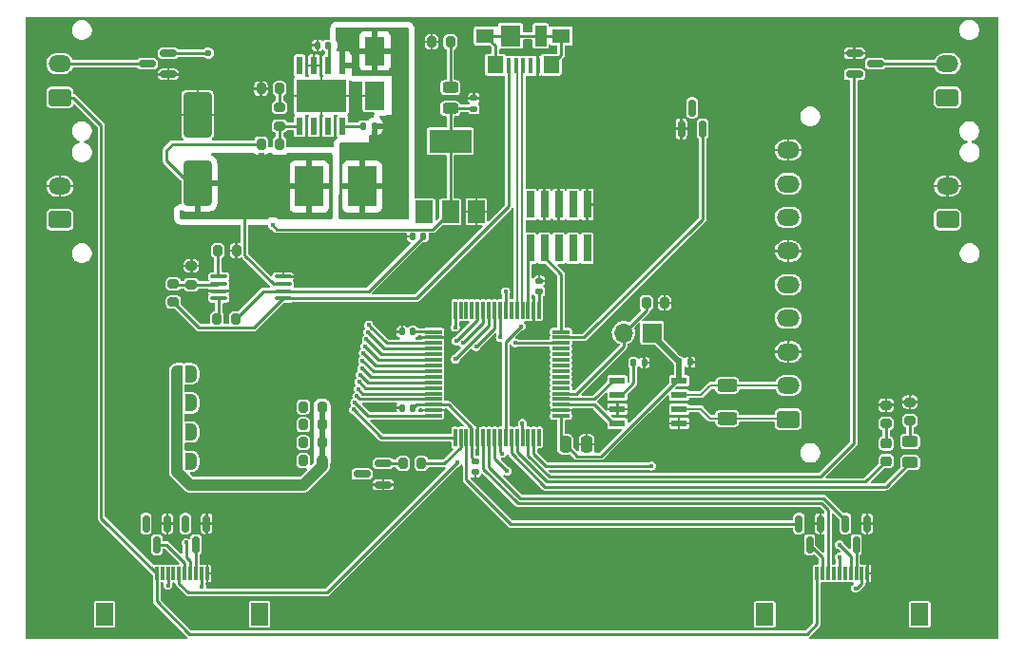
<source format=gbr>
%TF.GenerationSoftware,KiCad,Pcbnew,(6.0.2)*%
%TF.CreationDate,2022-04-06T15:05:21-04:00*%
%TF.ProjectId,SteeringHardware,53746565-7269-46e6-9748-617264776172,rev?*%
%TF.SameCoordinates,Original*%
%TF.FileFunction,Copper,L2,Bot*%
%TF.FilePolarity,Positive*%
%FSLAX46Y46*%
G04 Gerber Fmt 4.6, Leading zero omitted, Abs format (unit mm)*
G04 Created by KiCad (PCBNEW (6.0.2)) date 2022-04-06 15:05:21*
%MOMM*%
%LPD*%
G01*
G04 APERTURE LIST*
G04 Aperture macros list*
%AMRoundRect*
0 Rectangle with rounded corners*
0 $1 Rounding radius*
0 $2 $3 $4 $5 $6 $7 $8 $9 X,Y pos of 4 corners*
0 Add a 4 corners polygon primitive as box body*
4,1,4,$2,$3,$4,$5,$6,$7,$8,$9,$2,$3,0*
0 Add four circle primitives for the rounded corners*
1,1,$1+$1,$2,$3*
1,1,$1+$1,$4,$5*
1,1,$1+$1,$6,$7*
1,1,$1+$1,$8,$9*
0 Add four rect primitives between the rounded corners*
20,1,$1+$1,$2,$3,$4,$5,0*
20,1,$1+$1,$4,$5,$6,$7,0*
20,1,$1+$1,$6,$7,$8,$9,0*
20,1,$1+$1,$8,$9,$2,$3,0*%
%AMFreePoly0*
4,1,22,0.500000,-0.750000,0.000000,-0.750000,0.000000,-0.745033,-0.079941,-0.743568,-0.215256,-0.701293,-0.333266,-0.622738,-0.424486,-0.514219,-0.481581,-0.384460,-0.499164,-0.250000,-0.500000,-0.250000,-0.500000,0.250000,-0.499164,0.250000,-0.499963,0.256109,-0.478152,0.396186,-0.417904,0.524511,-0.324060,0.630769,-0.204165,0.706417,-0.067858,0.745374,0.000000,0.744959,0.000000,0.750000,
0.500000,0.750000,0.500000,-0.750000,0.500000,-0.750000,$1*%
%AMFreePoly1*
4,1,20,0.000000,0.744959,0.073905,0.744508,0.209726,0.703889,0.328688,0.626782,0.421226,0.519385,0.479903,0.390333,0.500000,0.250000,0.500000,-0.250000,0.499851,-0.262216,0.476331,-0.402017,0.414519,-0.529596,0.319384,-0.634700,0.198574,-0.708877,0.061801,-0.746166,0.000000,-0.745033,0.000000,-0.750000,-0.500000,-0.750000,-0.500000,0.750000,0.000000,0.750000,0.000000,0.744959,
0.000000,0.744959,$1*%
G04 Aperture macros list end*
%TA.AperFunction,SMDPad,CuDef*%
%ADD10RoundRect,0.250000X-0.625000X0.312500X-0.625000X-0.312500X0.625000X-0.312500X0.625000X0.312500X0*%
%TD*%
%TA.AperFunction,SMDPad,CuDef*%
%ADD11RoundRect,0.140000X-0.140000X-0.170000X0.140000X-0.170000X0.140000X0.170000X-0.140000X0.170000X0*%
%TD*%
%TA.AperFunction,SMDPad,CuDef*%
%ADD12R,0.450000X1.380000*%
%TD*%
%TA.AperFunction,SMDPad,CuDef*%
%ADD13R,1.800000X1.900000*%
%TD*%
%TA.AperFunction,SMDPad,CuDef*%
%ADD14R,1.425000X1.550000*%
%TD*%
%TA.AperFunction,SMDPad,CuDef*%
%ADD15R,1.650000X1.300000*%
%TD*%
%TA.AperFunction,SMDPad,CuDef*%
%ADD16R,1.000000X1.900000*%
%TD*%
%TA.AperFunction,ComponentPad*%
%ADD17RoundRect,0.250001X0.759999X-0.499999X0.759999X0.499999X-0.759999X0.499999X-0.759999X-0.499999X0*%
%TD*%
%TA.AperFunction,ComponentPad*%
%ADD18O,2.020000X1.500000*%
%TD*%
%TA.AperFunction,SMDPad,CuDef*%
%ADD19RoundRect,0.150000X0.587500X0.150000X-0.587500X0.150000X-0.587500X-0.150000X0.587500X-0.150000X0*%
%TD*%
%TA.AperFunction,SMDPad,CuDef*%
%ADD20RoundRect,0.150000X-0.587500X-0.150000X0.587500X-0.150000X0.587500X0.150000X-0.587500X0.150000X0*%
%TD*%
%TA.AperFunction,SMDPad,CuDef*%
%ADD21RoundRect,0.150000X-0.150000X0.587500X-0.150000X-0.587500X0.150000X-0.587500X0.150000X0.587500X0*%
%TD*%
%TA.AperFunction,SMDPad,CuDef*%
%ADD22RoundRect,0.200000X-0.275000X0.200000X-0.275000X-0.200000X0.275000X-0.200000X0.275000X0.200000X0*%
%TD*%
%TA.AperFunction,SMDPad,CuDef*%
%ADD23RoundRect,0.200000X-0.200000X-0.275000X0.200000X-0.275000X0.200000X0.275000X-0.200000X0.275000X0*%
%TD*%
%TA.AperFunction,SMDPad,CuDef*%
%ADD24RoundRect,0.200000X0.275000X-0.200000X0.275000X0.200000X-0.275000X0.200000X-0.275000X-0.200000X0*%
%TD*%
%TA.AperFunction,SMDPad,CuDef*%
%ADD25RoundRect,0.100000X-0.637500X-0.100000X0.637500X-0.100000X0.637500X0.100000X-0.637500X0.100000X0*%
%TD*%
%TA.AperFunction,SMDPad,CuDef*%
%ADD26R,1.400000X0.600000*%
%TD*%
%TA.AperFunction,SMDPad,CuDef*%
%ADD27RoundRect,0.243750X-0.456250X0.243750X-0.456250X-0.243750X0.456250X-0.243750X0.456250X0.243750X0*%
%TD*%
%TA.AperFunction,SMDPad,CuDef*%
%ADD28RoundRect,0.218750X-0.256250X0.218750X-0.256250X-0.218750X0.256250X-0.218750X0.256250X0.218750X0*%
%TD*%
%TA.AperFunction,SMDPad,CuDef*%
%ADD29RoundRect,0.150000X0.150000X-0.587500X0.150000X0.587500X-0.150000X0.587500X-0.150000X-0.587500X0*%
%TD*%
%TA.AperFunction,SMDPad,CuDef*%
%ADD30RoundRect,0.200000X0.200000X0.275000X-0.200000X0.275000X-0.200000X-0.275000X0.200000X-0.275000X0*%
%TD*%
%TA.AperFunction,SMDPad,CuDef*%
%ADD31RoundRect,0.140000X0.140000X0.170000X-0.140000X0.170000X-0.140000X-0.170000X0.140000X-0.170000X0*%
%TD*%
%TA.AperFunction,SMDPad,CuDef*%
%ADD32RoundRect,0.250000X-0.250000X-0.475000X0.250000X-0.475000X0.250000X0.475000X-0.250000X0.475000X0*%
%TD*%
%TA.AperFunction,SMDPad,CuDef*%
%ADD33RoundRect,0.075000X0.075000X-0.700000X0.075000X0.700000X-0.075000X0.700000X-0.075000X-0.700000X0*%
%TD*%
%TA.AperFunction,SMDPad,CuDef*%
%ADD34RoundRect,0.075000X0.700000X-0.075000X0.700000X0.075000X-0.700000X0.075000X-0.700000X-0.075000X0*%
%TD*%
%TA.AperFunction,ComponentPad*%
%ADD35R,1.700000X1.700000*%
%TD*%
%TA.AperFunction,ComponentPad*%
%ADD36O,1.700000X1.700000*%
%TD*%
%TA.AperFunction,SMDPad,CuDef*%
%ADD37FreePoly0,0.000000*%
%TD*%
%TA.AperFunction,SMDPad,CuDef*%
%ADD38FreePoly1,0.000000*%
%TD*%
%TA.AperFunction,SMDPad,CuDef*%
%ADD39R,1.500000X2.000000*%
%TD*%
%TA.AperFunction,SMDPad,CuDef*%
%ADD40R,3.800000X2.000000*%
%TD*%
%TA.AperFunction,SMDPad,CuDef*%
%ADD41RoundRect,0.140000X0.170000X-0.140000X0.170000X0.140000X-0.170000X0.140000X-0.170000X-0.140000X0*%
%TD*%
%TA.AperFunction,SMDPad,CuDef*%
%ADD42R,0.300000X1.200000*%
%TD*%
%TA.AperFunction,SMDPad,CuDef*%
%ADD43R,0.600000X1.550000*%
%TD*%
%TA.AperFunction,ComponentPad*%
%ADD44C,0.600000*%
%TD*%
%TA.AperFunction,SMDPad,CuDef*%
%ADD45R,3.100000X2.600000*%
%TD*%
%TA.AperFunction,SMDPad,CuDef*%
%ADD46R,4.500000X2.950000*%
%TD*%
%TA.AperFunction,SMDPad,CuDef*%
%ADD47RoundRect,0.140000X-0.170000X0.140000X-0.170000X-0.140000X0.170000X-0.140000X0.170000X0.140000X0*%
%TD*%
%TA.AperFunction,SMDPad,CuDef*%
%ADD48R,1.800000X2.500000*%
%TD*%
%TA.AperFunction,SMDPad,CuDef*%
%ADD49RoundRect,0.250000X1.000000X-1.750000X1.000000X1.750000X-1.000000X1.750000X-1.000000X-1.750000X0*%
%TD*%
%TA.AperFunction,SMDPad,CuDef*%
%ADD50R,2.500000X3.600000*%
%TD*%
%TA.AperFunction,SMDPad,CuDef*%
%ADD51R,0.740000X2.400000*%
%TD*%
%TA.AperFunction,ViaPad*%
%ADD52C,0.400000*%
%TD*%
%TA.AperFunction,ViaPad*%
%ADD53C,0.600000*%
%TD*%
%TA.AperFunction,Conductor*%
%ADD54C,0.200000*%
%TD*%
%TA.AperFunction,Conductor*%
%ADD55C,0.250000*%
%TD*%
%TA.AperFunction,Conductor*%
%ADD56C,0.500000*%
%TD*%
%TA.AperFunction,Conductor*%
%ADD57C,1.000000*%
%TD*%
G04 APERTURE END LIST*
D10*
%TO.P,R11,1*%
%TO.N,/CAN-*%
X194450000Y-97587500D03*
%TO.P,R11,2*%
%TO.N,/CAN+*%
X194450000Y-100512500D03*
%TD*%
D11*
%TO.P,C1,1*%
%TO.N,+3V3*%
X190180000Y-95515000D03*
%TO.P,C1,2*%
%TO.N,GND*%
X191140000Y-95515000D03*
%TD*%
%TO.P,C2,2*%
%TO.N,GND*%
X187075000Y-95550000D03*
%TO.P,C2,1*%
%TO.N,+5V*%
X186115000Y-95550000D03*
%TD*%
D12*
%TO.P,J2,1,VBUS*%
%TO.N,/5v_USB*%
X175000000Y-69060000D03*
%TO.P,J2,2,D-*%
%TO.N,/D-*%
X175650000Y-69060000D03*
%TO.P,J2,3,D+*%
%TO.N,/D+*%
X176300000Y-69060000D03*
%TO.P,J2,4,ID*%
%TO.N,unconnected-(J2-Pad4)*%
X176950000Y-69060000D03*
%TO.P,J2,5,GND*%
%TO.N,GND*%
X177600000Y-69060000D03*
D13*
%TO.P,J2,6,Shield*%
%TO.N,unconnected-(J2-Pad6)*%
X175150000Y-66400000D03*
D14*
X178787500Y-68975000D03*
D15*
X179675000Y-66400000D03*
D16*
X177850000Y-66400000D03*
D14*
X173812500Y-68975000D03*
D15*
X172925000Y-66400000D03*
%TD*%
D17*
%TO.P,J3,1,Pin_1*%
%TO.N,/CAN+*%
X199900000Y-100600000D03*
D18*
%TO.P,J3,2,Pin_2*%
%TO.N,/CAN-*%
X199900000Y-97600000D03*
%TO.P,J3,3,Pin_3*%
%TO.N,GND*%
X199900000Y-94600000D03*
%TO.P,J3,4,Pin_4*%
%TO.N,unconnected-(J3-Pad4)*%
X199900000Y-91600000D03*
%TO.P,J3,5,Pin_5*%
%TO.N,unconnected-(J3-Pad5)*%
X199900000Y-88600000D03*
%TO.P,J3,6,Pin_6*%
%TO.N,GND*%
X199900000Y-85600000D03*
%TO.P,J3,7,Pin_7*%
%TO.N,+12V*%
X199900000Y-82600000D03*
%TO.P,J3,8,Pin_8*%
%TO.N,unconnected-(J3-Pad8)*%
X199900000Y-79600000D03*
%TO.P,J3,9,Pin_9*%
%TO.N,GND*%
X199900000Y-76600000D03*
%TD*%
D19*
%TO.P,Q1,1,G*%
%TO.N,/LT_LED_EN*%
X144687500Y-67950000D03*
%TO.P,Q1,2,S*%
%TO.N,GND*%
X144687500Y-69850000D03*
%TO.P,Q1,3,D*%
%TO.N,/LT_LED*%
X142812500Y-68900000D03*
%TD*%
D20*
%TO.P,Q2,1,G*%
%TO.N,/RT_LED_EN*%
X205787500Y-69850000D03*
%TO.P,Q2,2,S*%
%TO.N,GND*%
X205787500Y-67950000D03*
%TO.P,Q2,3,D*%
%TO.N,/RT_LED*%
X207662500Y-68900000D03*
%TD*%
D21*
%TO.P,Q3,1,G*%
%TO.N,/Cruise_ON_EN*%
X205000000Y-109912500D03*
%TO.P,Q3,2,S*%
%TO.N,GND*%
X206900000Y-109912500D03*
%TO.P,Q3,3,D*%
%TO.N,/Cruise_ON*%
X205950000Y-111787500D03*
%TD*%
%TO.P,Q4,1,G*%
%TO.N,/ECO_ON_EN*%
X146200000Y-109912500D03*
%TO.P,Q4,2,S*%
%TO.N,GND*%
X148100000Y-109912500D03*
%TO.P,Q4,3,D*%
%TO.N,/ECO_ON*%
X147150000Y-111787500D03*
%TD*%
%TO.P,Q5,1,G*%
%TO.N,/Headlights_ON_EN*%
X142700000Y-109912500D03*
%TO.P,Q5,2,S*%
%TO.N,GND*%
X144600000Y-109912500D03*
%TO.P,Q5,3,D*%
%TO.N,/Headlights_ON*%
X143650000Y-111787500D03*
%TD*%
%TO.P,Q6,1,G*%
%TO.N,/Rev_ON_EN*%
X200850000Y-109912500D03*
%TO.P,Q6,2,S*%
%TO.N,GND*%
X202750000Y-109912500D03*
%TO.P,Q6,3,D*%
%TO.N,/Rev_ON*%
X201800000Y-111787500D03*
%TD*%
D22*
%TO.P,R1,1*%
%TO.N,GND*%
X210750000Y-99075000D03*
%TO.P,R1,2*%
%TO.N,Net-(D1-Pad1)*%
X210750000Y-100725000D03*
%TD*%
D23*
%TO.P,R9,1*%
%TO.N,/PWR_STAT*%
X149037500Y-91650000D03*
%TO.P,R9,2*%
%TO.N,+5V*%
X150687500Y-91650000D03*
%TD*%
D24*
%TO.P,R10,1*%
%TO.N,/5v_USB*%
X145150000Y-90162500D03*
%TO.P,R10,2*%
%TO.N,/VSNS*%
X145150000Y-88512500D03*
%TD*%
%TO.P,R13,1*%
%TO.N,/VSNS*%
X146750000Y-88587500D03*
%TO.P,R13,2*%
%TO.N,GND*%
X146750000Y-86937500D03*
%TD*%
D23*
%TO.P,R14,1*%
%TO.N,Net-(R14-Pad1)*%
X149112500Y-85550000D03*
%TO.P,R14,2*%
%TO.N,GND*%
X150762500Y-85550000D03*
%TD*%
D25*
%TO.P,U3,1,STAT*%
%TO.N,/PWR_STAT*%
X149187500Y-89825000D03*
%TO.P,U3,2,~{EN}*%
%TO.N,GND*%
X149187500Y-89175000D03*
%TO.P,U3,3,VSNS*%
%TO.N,/VSNS*%
X149187500Y-88525000D03*
%TO.P,U3,4,ILIM*%
%TO.N,Net-(R14-Pad1)*%
X149187500Y-87875000D03*
%TO.P,U3,5,GND*%
%TO.N,GND*%
X154912500Y-87875000D03*
%TO.P,U3,6,IN2*%
%TO.N,/5v_Reg*%
X154912500Y-88525000D03*
%TO.P,U3,7,OUT*%
%TO.N,+5V*%
X154912500Y-89175000D03*
%TO.P,U3,8,IN1*%
%TO.N,/5v_USB*%
X154912500Y-89825000D03*
%TD*%
D26*
%TO.P,U4,1,TxD*%
%TO.N,/TXD*%
X184675000Y-100955000D03*
%TO.P,U4,2,GND*%
%TO.N,GND*%
X184675000Y-99685000D03*
%TO.P,U4,3,VCC*%
%TO.N,+5V*%
X184675000Y-98415000D03*
%TO.P,U4,4,RxD*%
%TO.N,/RXD*%
X184675000Y-97145000D03*
%TO.P,U4,5,Vio*%
%TO.N,+3V3*%
X190175000Y-97145000D03*
%TO.P,U4,6,CAN_L*%
%TO.N,/CAN-*%
X190175000Y-98415000D03*
%TO.P,U4,7,CAN_H*%
%TO.N,/CAN+*%
X190175000Y-99685000D03*
%TO.P,U4,8,STB*%
%TO.N,GND*%
X190175000Y-100955000D03*
%TD*%
D27*
%TO.P,D1,1,K*%
%TO.N,Net-(D1-Pad1)*%
X210750000Y-102587500D03*
%TO.P,D1,2,A*%
%TO.N,/Error*%
X210750000Y-104462500D03*
%TD*%
D28*
%TO.P,D2,1,K*%
%TO.N,Net-(D2-Pad1)*%
X208625000Y-102762500D03*
%TO.P,D2,2,A*%
%TO.N,/Board_OK*%
X208625000Y-104337500D03*
%TD*%
D22*
%TO.P,R2,1*%
%TO.N,GND*%
X208625000Y-99337500D03*
%TO.P,R2,2*%
%TO.N,Net-(D2-Pad1)*%
X208625000Y-100987500D03*
%TD*%
D29*
%TO.P,Q7,1,G*%
%TO.N,/BPS_Fault_EN*%
X192275000Y-74702500D03*
%TO.P,Q7,2,S*%
%TO.N,GND*%
X190375000Y-74702500D03*
%TO.P,Q7,3,D*%
%TO.N,/BPS_Fault*%
X191325000Y-72827500D03*
%TD*%
D30*
%TO.P,R6,1*%
%TO.N,+3V3*%
X158375000Y-99500000D03*
%TO.P,R6,2*%
%TO.N,Net-(R6-Pad2)*%
X156725000Y-99500000D03*
%TD*%
D31*
%TO.P,C101,1*%
%TO.N,+5V*%
X167380000Y-84300000D03*
%TO.P,C101,2*%
%TO.N,GND*%
X166420000Y-84300000D03*
%TD*%
D32*
%TO.P,C305,1*%
%TO.N,+3V3*%
X180050000Y-102850000D03*
%TO.P,C305,2*%
%TO.N,GND*%
X181950000Y-102850000D03*
%TD*%
D31*
%TO.P,C302,1*%
%TO.N,+3V3*%
X166480000Y-92800000D03*
%TO.P,C302,2*%
%TO.N,GND*%
X165520000Y-92800000D03*
%TD*%
D33*
%TO.P,U301,1,VBAT*%
%TO.N,unconnected-(U301-Pad1)*%
X177730000Y-102235000D03*
%TO.P,U301,2,PC13*%
%TO.N,/RT*%
X177230000Y-102235000D03*
%TO.P,U301,3,PC14*%
%TO.N,/RT_LED_EN*%
X176730000Y-102235000D03*
%TO.P,U301,4,PC15*%
%TO.N,/Cruise_INC*%
X176230000Y-102235000D03*
%TO.P,U301,5,PF0*%
%TO.N,/Board_OK*%
X175730000Y-102235000D03*
%TO.P,U301,6,PF1*%
%TO.N,/Error*%
X175230000Y-102235000D03*
%TO.P,U301,7,NRST*%
%TO.N,/MCU/NRST*%
X174730000Y-102235000D03*
%TO.P,U301,8,PC0*%
%TO.N,/Horn*%
X174230000Y-102235000D03*
%TO.P,U301,9,PC1*%
%TO.N,/Cruise_Toggle*%
X173730000Y-102235000D03*
%TO.P,U301,10,PC2*%
%TO.N,/Cruise_ON_EN*%
X173230000Y-102235000D03*
%TO.P,U301,11,PC3*%
%TO.N,/Reverse*%
X172730000Y-102235000D03*
%TO.P,U301,12,VSSA*%
%TO.N,GND*%
X172230000Y-102235000D03*
%TO.P,U301,13,VDDA*%
%TO.N,+3V3*%
X171730000Y-102235000D03*
%TO.P,U301,14,PA0*%
%TO.N,/Rev_ON_EN*%
X171230000Y-102235000D03*
%TO.P,U301,15,PA1*%
%TO.N,/BL_Ctl*%
X170730000Y-102235000D03*
%TO.P,U301,16,PA2*%
%TO.N,/LCD_RST*%
X170230000Y-102235000D03*
D34*
%TO.P,U301,17,PA3*%
%TO.N,/LCD_DATA7*%
X168305000Y-100310000D03*
%TO.P,U301,18,VSS*%
%TO.N,GND*%
X168305000Y-99810000D03*
%TO.P,U301,19,VDD*%
%TO.N,+3V3*%
X168305000Y-99310000D03*
%TO.P,U301,20,PA4*%
%TO.N,/LCD_DATA6*%
X168305000Y-98810000D03*
%TO.P,U301,21,PA5*%
%TO.N,/LCD_DATA5*%
X168305000Y-98310000D03*
%TO.P,U301,22,PA6*%
%TO.N,/LCD_DATA4*%
X168305000Y-97810000D03*
%TO.P,U301,23,PA7*%
%TO.N,/LCD_DATA3*%
X168305000Y-97310000D03*
%TO.P,U301,24,PC4*%
%TO.N,/LCD_DATA2*%
X168305000Y-96810000D03*
%TO.P,U301,25,PC5*%
%TO.N,/LCD_DATA1*%
X168305000Y-96310000D03*
%TO.P,U301,26,PB0*%
%TO.N,/LCD_DATA0*%
X168305000Y-95810000D03*
%TO.P,U301,27,PB1*%
%TO.N,/LCD_READ*%
X168305000Y-95310000D03*
%TO.P,U301,28,PB2*%
%TO.N,/LCD_WRITE*%
X168305000Y-94810000D03*
%TO.P,U301,29,PB10*%
%TO.N,/LCD_C{slash}D*%
X168305000Y-94310000D03*
%TO.P,U301,30,PB11*%
%TO.N,/LCD_CS*%
X168305000Y-93810000D03*
%TO.P,U301,31,VSS*%
%TO.N,GND*%
X168305000Y-93310000D03*
%TO.P,U301,32,VDD*%
%TO.N,+3V3*%
X168305000Y-92810000D03*
D33*
%TO.P,U301,33,PB12*%
%TO.N,/HAZ*%
X170230000Y-90885000D03*
%TO.P,U301,34,PB13*%
%TO.N,/MCU/PB13*%
X170730000Y-90885000D03*
%TO.P,U301,35,PB14*%
%TO.N,/MCU/PB14*%
X171230000Y-90885000D03*
%TO.P,U301,36,PB15*%
%TO.N,/MCU/PB15*%
X171730000Y-90885000D03*
%TO.P,U301,37,PC6*%
%TO.N,/Headlights_ON_EN*%
X172230000Y-90885000D03*
%TO.P,U301,38,PC7*%
%TO.N,/Headlights*%
X172730000Y-90885000D03*
%TO.P,U301,39,PC8*%
%TO.N,/ECO_ON_EN*%
X173230000Y-90885000D03*
%TO.P,U301,40,PC9*%
%TO.N,/ECO_Toggle*%
X173730000Y-90885000D03*
%TO.P,U301,41,PA8*%
%TO.N,/Cruise_DEC*%
X174230000Y-90885000D03*
%TO.P,U301,42,PA9*%
%TO.N,/LT_LED_EN*%
X174730000Y-90885000D03*
%TO.P,U301,43,PA10*%
%TO.N,/MCU/PA10*%
X175230000Y-90885000D03*
%TO.P,U301,44,PA11*%
%TO.N,/D-*%
X175730000Y-90885000D03*
%TO.P,U301,45,PA12*%
%TO.N,/D+*%
X176230000Y-90885000D03*
%TO.P,U301,46,PA13*%
%TO.N,/MCU/TMS*%
X176730000Y-90885000D03*
%TO.P,U301,47,VSS*%
%TO.N,GND*%
X177230000Y-90885000D03*
%TO.P,U301,48,VDDIO2*%
%TO.N,+3V3*%
X177730000Y-90885000D03*
D34*
%TO.P,U301,49,PA14*%
%TO.N,/MCU/TCK*%
X179655000Y-92810000D03*
%TO.P,U301,50,PA15*%
%TO.N,/BPS_Fault_EN*%
X179655000Y-93310000D03*
%TO.P,U301,51,PC10*%
%TO.N,/LT*%
X179655000Y-93810000D03*
%TO.P,U301,52,PC11*%
%TO.N,/MCU/PC11*%
X179655000Y-94310000D03*
%TO.P,U301,53,PC12*%
%TO.N,/MCU/PC12*%
X179655000Y-94810000D03*
%TO.P,U301,54,PD2*%
%TO.N,/MCU/PD2*%
X179655000Y-95310000D03*
%TO.P,U301,55,PB3*%
%TO.N,/MCU/PB3*%
X179655000Y-95810000D03*
%TO.P,U301,56,PB4*%
%TO.N,/TP_IRQ*%
X179655000Y-96310000D03*
%TO.P,U301,57,PB5*%
%TO.N,/MCU/PB5*%
X179655000Y-96810000D03*
%TO.P,U301,58,PB6*%
%TO.N,/TP_CS*%
X179655000Y-97310000D03*
%TO.P,U301,59,PB7*%
%TO.N,/MCU/PB7*%
X179655000Y-97810000D03*
%TO.P,U301,60,BOOT0*%
%TO.N,Net-(JP301-Pad2)*%
X179655000Y-98310000D03*
%TO.P,U301,61,PB8*%
%TO.N,/RXD*%
X179655000Y-98810000D03*
%TO.P,U301,62,PB9*%
%TO.N,/TXD*%
X179655000Y-99310000D03*
%TO.P,U301,63,VSS*%
%TO.N,GND*%
X179655000Y-99810000D03*
%TO.P,U301,64,VDD*%
%TO.N,+3V3*%
X179655000Y-100310000D03*
%TD*%
D23*
%TO.P,R301,1*%
%TO.N,Net-(JP301-Pad2)*%
X187250000Y-90225000D03*
%TO.P,R301,2*%
%TO.N,GND*%
X188900000Y-90225000D03*
%TD*%
D30*
%TO.P,R3,1*%
%TO.N,+3V3*%
X158375000Y-104300000D03*
%TO.P,R3,2*%
%TO.N,Net-(R3-Pad2)*%
X156725000Y-104300000D03*
%TD*%
D35*
%TO.P,JP301,1,A*%
%TO.N,+3V3*%
X187775000Y-92900000D03*
D36*
%TO.P,JP301,2,B*%
%TO.N,Net-(JP301-Pad2)*%
X185235000Y-92900000D03*
%TD*%
D37*
%TO.P,JP1,1,A*%
%TO.N,+3V3*%
X145450000Y-104350000D03*
D38*
%TO.P,JP1,2,B*%
%TO.N,Net-(JP1-Pad2)*%
X146750000Y-104350000D03*
%TD*%
D31*
%TO.P,C301,1*%
%TO.N,+3V3*%
X166480000Y-99580000D03*
%TO.P,C301,2*%
%TO.N,GND*%
X165520000Y-99580000D03*
%TD*%
D39*
%TO.P,U102,1,GND*%
%TO.N,GND*%
X172100000Y-82100000D03*
%TO.P,U102,2,VO*%
%TO.N,+3V3*%
X169800000Y-82100000D03*
D40*
X169800000Y-75800000D03*
D39*
%TO.P,U102,3,VI*%
%TO.N,+5V*%
X167500000Y-82100000D03*
%TD*%
D41*
%TO.P,C304,1*%
%TO.N,+3V3*%
X177725000Y-89230000D03*
%TO.P,C304,2*%
%TO.N,GND*%
X177725000Y-88270000D03*
%TD*%
D23*
%TO.P,R201,1*%
%TO.N,/5v_Reg*%
X152950000Y-76050000D03*
%TO.P,R201,2*%
%TO.N,/Power/VSENSE*%
X154600000Y-76050000D03*
%TD*%
D30*
%TO.P,R102,1*%
%TO.N,Net-(D101-Pad1)*%
X169800000Y-66950000D03*
%TO.P,R102,2*%
%TO.N,GND*%
X168150000Y-66950000D03*
%TD*%
D37*
%TO.P,JP2,1,A*%
%TO.N,+3V3*%
X145450000Y-101750000D03*
D38*
%TO.P,JP2,2,B*%
%TO.N,Net-(JP2-Pad2)*%
X146750000Y-101750000D03*
%TD*%
D24*
%TO.P,R202,1*%
%TO.N,/Power/VSENSE*%
X154600000Y-74450000D03*
%TO.P,R202,2*%
%TO.N,Net-(R202-Pad2)*%
X154600000Y-72800000D03*
%TD*%
D42*
%TO.P,J102,1,Pin_1*%
%TO.N,GND*%
X206950000Y-114350000D03*
%TO.P,J102,2,Pin_2*%
%TO.N,/Cruise_Toggle*%
X206450000Y-114350000D03*
%TO.P,J102,3,Pin_3*%
%TO.N,/Cruise_ON*%
X205950000Y-114350000D03*
%TO.P,J102,4,Pin_4*%
%TO.N,/Cruise_DEC*%
X205450000Y-114350000D03*
%TO.P,J102,5,Pin_5*%
%TO.N,unconnected-(J102-Pad5)*%
X204950000Y-114350000D03*
%TO.P,J102,6,Pin_6*%
%TO.N,/HAZ*%
X204450000Y-114350000D03*
%TO.P,J102,7,Pin_7*%
%TO.N,unconnected-(J102-Pad7)*%
X203950000Y-114350000D03*
%TO.P,J102,8,Pin_8*%
%TO.N,/Reverse*%
X203450000Y-114350000D03*
%TO.P,J102,9,Pin_9*%
%TO.N,/Rev_ON*%
X202950000Y-114350000D03*
%TO.P,J102,10,Pin_10*%
%TO.N,+12V*%
X202450000Y-114350000D03*
D39*
%TO.P,J102,MP,MountPin*%
%TO.N,unconnected-(J102-PadMP)*%
X211600000Y-118000000D03*
X197800000Y-118000000D03*
%TD*%
D42*
%TO.P,J101,1,Pin_1*%
%TO.N,GND*%
X148150000Y-114350000D03*
%TO.P,J101,2,Pin_2*%
%TO.N,/ECO_Toggle*%
X147650000Y-114350000D03*
%TO.P,J101,3,Pin_3*%
%TO.N,/ECO_ON*%
X147150000Y-114350000D03*
%TO.P,J101,4,Pin_4*%
%TO.N,/Headlights*%
X146650000Y-114350000D03*
%TO.P,J101,5,Pin_5*%
%TO.N,/Headlights_ON*%
X146150000Y-114350000D03*
%TO.P,J101,6,Pin_6*%
%TO.N,/Cruise_INC*%
X145650000Y-114350000D03*
%TO.P,J101,7,Pin_7*%
%TO.N,unconnected-(J101-Pad7)*%
X145150000Y-114350000D03*
%TO.P,J101,8,Pin_8*%
%TO.N,/Horn*%
X144650000Y-114350000D03*
%TO.P,J101,9,Pin_9*%
%TO.N,unconnected-(J101-Pad9)*%
X144150000Y-114350000D03*
%TO.P,J101,10,Pin_10*%
%TO.N,+12V*%
X143650000Y-114350000D03*
D39*
%TO.P,J101,MP,MountPin*%
%TO.N,unconnected-(J101-PadMP)*%
X152800000Y-118000000D03*
X139000000Y-118000000D03*
%TD*%
D43*
%TO.P,U201,1,BOOT*%
%TO.N,Net-(C202-Pad2)*%
X160205000Y-74450000D03*
%TO.P,U201,2,NC*%
%TO.N,unconnected-(U201-Pad2)*%
X158935000Y-74450000D03*
%TO.P,U201,3,NC*%
%TO.N,unconnected-(U201-Pad3)*%
X157665000Y-74450000D03*
%TO.P,U201,4,VSENSE*%
%TO.N,/Power/VSENSE*%
X156395000Y-74450000D03*
%TO.P,U201,5,EN*%
%TO.N,unconnected-(U201-Pad5)*%
X156395000Y-69050000D03*
%TO.P,U201,6,GND*%
%TO.N,GND*%
X157665000Y-69050000D03*
%TO.P,U201,7,VIN*%
%TO.N,+12V*%
X158935000Y-69050000D03*
%TO.P,U201,8,PH*%
%TO.N,Net-(C202-Pad1)*%
X160205000Y-69050000D03*
D44*
%TO.P,U201,9,GNDPAD*%
%TO.N,GND*%
X157600000Y-71150000D03*
X158900000Y-72350000D03*
X156500000Y-71150000D03*
X156500000Y-72350000D03*
X157600000Y-72350000D03*
X158900000Y-71150000D03*
X160100000Y-72350000D03*
D45*
X158300000Y-71750000D03*
D44*
X160100000Y-71150000D03*
D46*
X158300000Y-71750000D03*
%TD*%
D31*
%TO.P,C201,1*%
%TO.N,+12V*%
X158930000Y-67250000D03*
%TO.P,C201,2*%
%TO.N,GND*%
X157970000Y-67250000D03*
%TD*%
D27*
%TO.P,D101,1,K*%
%TO.N,Net-(D101-Pad1)*%
X169800000Y-71012500D03*
%TO.P,D101,2,A*%
%TO.N,+3V3*%
X169800000Y-72887500D03*
%TD*%
D30*
%TO.P,R101,1*%
%TO.N,/BL_Ctl*%
X167235000Y-104540000D03*
%TO.P,R101,2*%
%TO.N,Net-(Q101-Pad1)*%
X165585000Y-104540000D03*
%TD*%
D47*
%TO.P,C303,1*%
%TO.N,+3V3*%
X172025000Y-104345000D03*
%TO.P,C303,2*%
%TO.N,GND*%
X172025000Y-105305000D03*
%TD*%
D48*
%TO.P,D201,1,K*%
%TO.N,Net-(C202-Pad1)*%
X163100000Y-67750000D03*
%TO.P,D201,2,A*%
%TO.N,GND*%
X163100000Y-71750000D03*
%TD*%
D17*
%TO.P,J104,1,Pin_1*%
%TO.N,/RT*%
X214085000Y-82800000D03*
D18*
%TO.P,J104,2,Pin_2*%
%TO.N,GND*%
X214085000Y-79800000D03*
%TD*%
D19*
%TO.P,Q101,1,B*%
%TO.N,Net-(Q101-Pad1)*%
X163822500Y-104540000D03*
%TO.P,Q101,2,E*%
%TO.N,GND*%
X163822500Y-106440000D03*
%TO.P,Q101,3,C*%
%TO.N,/LED_K*%
X161947500Y-105490000D03*
%TD*%
D49*
%TO.P,C203,1*%
%TO.N,/5v_Reg*%
X147300000Y-79550000D03*
%TO.P,C203,2*%
%TO.N,GND*%
X147300000Y-73450000D03*
%TD*%
D17*
%TO.P,J106,1,Pin_1*%
%TO.N,/LT*%
X135035000Y-82800000D03*
D18*
%TO.P,J106,2,Pin_2*%
%TO.N,GND*%
X135035000Y-79800000D03*
%TD*%
D30*
%TO.P,R5,1*%
%TO.N,+3V3*%
X158375000Y-101100000D03*
%TO.P,R5,2*%
%TO.N,Net-(R5-Pad2)*%
X156725000Y-101100000D03*
%TD*%
%TO.P,R203,1*%
%TO.N,Net-(R202-Pad2)*%
X154600000Y-71125000D03*
%TO.P,R203,2*%
%TO.N,GND*%
X152950000Y-71125000D03*
%TD*%
D41*
%TO.P,C102,1*%
%TO.N,+3V3*%
X171900000Y-72930000D03*
%TO.P,C102,2*%
%TO.N,GND*%
X171900000Y-71970000D03*
%TD*%
D37*
%TO.P,JP3,1,A*%
%TO.N,+3V3*%
X145450000Y-99150000D03*
D38*
%TO.P,JP3,2,B*%
%TO.N,Net-(JP3-Pad2)*%
X146750000Y-99150000D03*
%TD*%
D37*
%TO.P,JP4,1,A*%
%TO.N,+3V3*%
X145450000Y-96550000D03*
D38*
%TO.P,JP4,2,B*%
%TO.N,Net-(JP4-Pad2)*%
X146750000Y-96550000D03*
%TD*%
D17*
%TO.P,J105,1,Pin_1*%
%TO.N,+12V*%
X135035000Y-71900000D03*
D18*
%TO.P,J105,2,Pin_2*%
%TO.N,/LT_LED*%
X135035000Y-68900000D03*
%TD*%
D30*
%TO.P,R4,1*%
%TO.N,+3V3*%
X158375000Y-102700000D03*
%TO.P,R4,2*%
%TO.N,Net-(R4-Pad2)*%
X156725000Y-102700000D03*
%TD*%
D50*
%TO.P,L201,1*%
%TO.N,/5v_Reg*%
X157250000Y-79850000D03*
%TO.P,L201,2*%
%TO.N,Net-(C202-Pad1)*%
X161950000Y-79850000D03*
%TD*%
D17*
%TO.P,J103,1,Pin_1*%
%TO.N,+12V*%
X214060000Y-71900000D03*
D18*
%TO.P,J103,2,Pin_2*%
%TO.N,/RT_LED*%
X214060000Y-68900000D03*
%TD*%
D31*
%TO.P,C202,1*%
%TO.N,Net-(C202-Pad1)*%
X163030000Y-74450000D03*
%TO.P,C202,2*%
%TO.N,Net-(C202-Pad2)*%
X162070000Y-74450000D03*
%TD*%
D51*
%TO.P,J301,1,VTref*%
%TO.N,+3V3*%
X176910000Y-81450000D03*
%TO.P,J301,2,SWDIO/TMS*%
%TO.N,/MCU/TMS*%
X176910000Y-85350000D03*
%TO.P,J301,3,GND*%
%TO.N,GND*%
X178180000Y-81450000D03*
%TO.P,J301,4,SWDCLK/TCK*%
%TO.N,/MCU/TCK*%
X178180000Y-85350000D03*
%TO.P,J301,5,GND*%
%TO.N,GND*%
X179450000Y-81450000D03*
%TO.P,J301,6,SWO/TDO*%
%TO.N,unconnected-(J301-Pad6)*%
X179450000Y-85350000D03*
%TO.P,J301,7,KEY*%
%TO.N,unconnected-(J301-Pad7)*%
X180720000Y-81450000D03*
%TO.P,J301,8,NC/TDI*%
%TO.N,unconnected-(J301-Pad8)*%
X180720000Y-85350000D03*
%TO.P,J301,9,GNDDetect*%
%TO.N,GND*%
X181990000Y-81450000D03*
%TO.P,J301,10,~{RESET}*%
%TO.N,/MCU/NRST*%
X181990000Y-85350000D03*
%TD*%
D52*
%TO.N,GND*%
X173575000Y-106875000D03*
X164025000Y-91350000D03*
D53*
X176175000Y-99675000D03*
D52*
X177700000Y-88300000D03*
X147300000Y-73450000D03*
X150225000Y-73600000D03*
D53*
X207250000Y-90450000D03*
X182100000Y-74650000D03*
D52*
X172100000Y-82100000D03*
X160675000Y-86375000D03*
D53*
X149300000Y-94800000D03*
X181875000Y-109000000D03*
X183375000Y-101900000D03*
X173475000Y-98600000D03*
D52*
X172025000Y-105300000D03*
D53*
X172975000Y-114250000D03*
X150775000Y-85575000D03*
X181700000Y-90575000D03*
X161800000Y-101925000D03*
D52*
X165525000Y-92800000D03*
D53*
X193650000Y-87925000D03*
D52*
X165510000Y-99580000D03*
X171425000Y-106975000D03*
X143300000Y-73400000D03*
D53*
X150725000Y-83750000D03*
X186525000Y-80325000D03*
D52*
X163825000Y-99575000D03*
X168750000Y-89800000D03*
D53*
X191550000Y-67225000D03*
X155225000Y-108650000D03*
X182525000Y-95300000D03*
D52*
X174525000Y-84600000D03*
X166625000Y-87675000D03*
X165975000Y-101675000D03*
X184675000Y-99700000D03*
X170725000Y-106175000D03*
D53*
X206600000Y-94000000D03*
X165075000Y-108700000D03*
X209150000Y-110025000D03*
X141600000Y-82675000D03*
X156375000Y-97200000D03*
%TO.N,+3V3*%
X180050000Y-102850000D03*
D52*
X158375000Y-104300000D03*
X166500000Y-92750000D03*
X177725000Y-89230000D03*
X166480000Y-99580000D03*
X169800000Y-75800000D03*
X154000000Y-83300000D03*
X176910000Y-81450000D03*
X172025000Y-104345000D03*
%TO.N,/LT*%
X175600000Y-93800000D03*
%TO.N,/RT*%
X187725000Y-104775000D03*
%TO.N,/HAZ*%
X204450000Y-112900000D03*
X170250000Y-92400000D03*
%TO.N,/Cruise_Toggle*%
X174850000Y-105225000D03*
X205875000Y-115675000D03*
%TO.N,/Cruise_INC*%
X170400000Y-104450000D03*
X176225000Y-100950000D03*
%TO.N,/Cruise_DEC*%
X174250000Y-93300000D03*
X204450000Y-111800000D03*
%TO.N,/ECO_Toggle*%
X147650000Y-115525000D03*
X172087143Y-94128899D03*
%TO.N,/Horn*%
X174425000Y-103650000D03*
X144650000Y-115425000D03*
%TO.N,/Headlights*%
X170909224Y-93787538D03*
X146275000Y-111600000D03*
%TO.N,+5V*%
X167400000Y-84341772D03*
X167500000Y-82100000D03*
X184700000Y-98400000D03*
%TO.N,/LCD_CS*%
X162532269Y-92192953D03*
D53*
%TO.N,/LT_LED_EN*%
X148275000Y-67950000D03*
D52*
X174725000Y-89225000D03*
%TO.N,+12V*%
X158962500Y-67237500D03*
%TO.N,/MCU/NRST*%
X176100000Y-92300000D03*
X181975000Y-85375000D03*
D53*
%TO.N,Net-(JP1-Pad2)*%
X146750000Y-104350000D03*
%TO.N,Net-(JP2-Pad2)*%
X146750000Y-101750000D03*
%TO.N,Net-(JP3-Pad2)*%
X146750000Y-99150000D03*
%TO.N,Net-(JP4-Pad2)*%
X146750000Y-96550000D03*
D52*
%TO.N,/LED_K*%
X161947500Y-105490000D03*
D53*
%TO.N,Net-(R3-Pad2)*%
X156725000Y-104300000D03*
%TO.N,Net-(R4-Pad2)*%
X156725000Y-102700000D03*
%TO.N,Net-(R5-Pad2)*%
X156725000Y-101100000D03*
%TO.N,Net-(R6-Pad2)*%
X156725000Y-99500000D03*
D52*
%TO.N,/LCD_RST*%
X161182675Y-99744486D03*
%TO.N,/LCD_DATA7*%
X161305230Y-99125285D03*
%TO.N,/LCD_DATA6*%
X161470878Y-98549122D03*
%TO.N,/LCD_DATA5*%
X161600503Y-97936991D03*
%TO.N,/LCD_DATA4*%
X161665930Y-97260662D03*
%TO.N,/LCD_DATA3*%
X161774083Y-96627059D03*
%TO.N,/LCD_DATA2*%
X161920664Y-96031884D03*
%TO.N,/LCD_DATA1*%
X161991412Y-95360876D03*
%TO.N,/LCD_DATA0*%
X162061146Y-94688854D03*
%TO.N,/LCD_READ*%
X162197024Y-94082976D03*
%TO.N,/LCD_WRITE*%
X162325071Y-93469267D03*
%TO.N,/LCD_C{slash}D*%
X162448780Y-92851220D03*
%TO.N,/ECO_ON_EN*%
X170257409Y-95225000D03*
X146200000Y-109900000D03*
%TO.N,/Headlights_ON_EN*%
X142700000Y-109925000D03*
X170332389Y-93624242D03*
%TD*%
D54*
%TO.N,/CAN+*%
X192135000Y-99685000D02*
X190175000Y-99685000D01*
X192962500Y-100512500D02*
X192135000Y-99685000D01*
X199812500Y-100512500D02*
X192962500Y-100512500D01*
X199900000Y-100600000D02*
X199812500Y-100512500D01*
%TO.N,/CAN-*%
X192965000Y-97587500D02*
X192137500Y-98415000D01*
X192137500Y-98415000D02*
X190175000Y-98415000D01*
X199887500Y-97587500D02*
X192965000Y-97587500D01*
X199900000Y-97600000D02*
X199887500Y-97587500D01*
D55*
%TO.N,+5V*%
X186115000Y-97375000D02*
X185075000Y-98415000D01*
X185075000Y-98415000D02*
X184675000Y-98415000D01*
X186115000Y-95550000D02*
X186115000Y-97375000D01*
%TO.N,+3V3*%
X189955000Y-97145000D02*
X190175000Y-97145000D01*
D56*
X190175000Y-97145000D02*
X190175000Y-95520000D01*
D55*
X180050000Y-102850000D02*
X179655000Y-102455000D01*
X169800000Y-72887500D02*
X169800000Y-75800000D01*
X177725000Y-89230000D02*
X177725000Y-90880000D01*
X183200480Y-103899520D02*
X189955000Y-97145000D01*
X180050000Y-102850000D02*
X181099520Y-103899520D01*
X166750000Y-99310000D02*
X168305000Y-99310000D01*
X181099520Y-103899520D02*
X183200480Y-103899520D01*
D57*
X158375000Y-104300000D02*
X158400000Y-104325000D01*
D55*
X171730000Y-104050000D02*
X172025000Y-104345000D01*
X166480000Y-99580000D02*
X166750000Y-99310000D01*
X169800000Y-72887500D02*
X171857500Y-72887500D01*
D57*
X145450000Y-101750000D02*
X145450000Y-99150000D01*
X145450000Y-101750000D02*
X145450000Y-104350000D01*
D55*
X179655000Y-102455000D02*
X179655000Y-100310000D01*
X169800000Y-82100000D02*
X169800000Y-75800000D01*
D57*
X145450000Y-104350000D02*
X145450000Y-105289270D01*
D55*
X171730000Y-101394994D02*
X171730000Y-102235000D01*
X169645006Y-99310000D02*
X171730000Y-101394994D01*
D57*
X156700000Y-106450000D02*
X158375000Y-104775000D01*
X146610730Y-106450000D02*
X156700000Y-106450000D01*
D55*
X168234520Y-83665480D02*
X154365480Y-83665480D01*
D56*
X187775000Y-93110000D02*
X190180000Y-95515000D01*
D55*
X169800000Y-82100000D02*
X168234520Y-83665480D01*
X171730000Y-102235000D02*
X171730000Y-104050000D01*
X166480000Y-92800000D02*
X168295000Y-92800000D01*
X168305000Y-99310000D02*
X169645006Y-99310000D01*
D57*
X158375000Y-104775000D02*
X158375000Y-104300000D01*
D55*
X154365480Y-83665480D02*
X154000000Y-83300000D01*
D57*
X145450000Y-96550000D02*
X145450000Y-99150000D01*
X145450000Y-105289270D02*
X146610730Y-106450000D01*
D55*
%TO.N,/5v_Reg*%
X151487020Y-85962020D02*
X154050000Y-88525000D01*
X144525000Y-76600000D02*
X145075000Y-76050000D01*
X145075000Y-76050000D02*
X152950000Y-76050000D01*
X144525000Y-77525000D02*
X144525000Y-76600000D01*
X151487020Y-80437020D02*
X151487020Y-85962020D01*
X146550000Y-79550000D02*
X144525000Y-77525000D01*
X154050000Y-88525000D02*
X154912500Y-88525000D01*
%TO.N,/Error*%
X175230000Y-102235000D02*
X175230000Y-103617878D01*
X175230000Y-103617878D02*
X178237122Y-106625000D01*
X178237122Y-106625000D02*
X208587500Y-106625000D01*
X208587500Y-106625000D02*
X210750000Y-104462500D01*
%TO.N,Net-(D1-Pad1)*%
X210750000Y-102587500D02*
X210750000Y-100725000D01*
%TO.N,/Board_OK*%
X175730000Y-102235000D02*
X175730000Y-103482160D01*
X178422840Y-106175000D02*
X206787500Y-106175000D01*
X175730000Y-103482160D02*
X178422840Y-106175000D01*
X206787500Y-106175000D02*
X208625000Y-104337500D01*
%TO.N,Net-(D2-Pad1)*%
X208625000Y-102762500D02*
X208625000Y-100987500D01*
D54*
%TO.N,/D+*%
X176205001Y-90860001D02*
X176205001Y-69154999D01*
%TO.N,/D-*%
X175754999Y-90860001D02*
X175754999Y-69164999D01*
D55*
%TO.N,/5v_USB*%
X175000000Y-81600000D02*
X175000000Y-69060000D01*
X145150000Y-90162500D02*
X147437020Y-92449520D01*
X166775000Y-89825000D02*
X175000000Y-81600000D01*
X152287980Y-92449520D02*
X154912500Y-89825000D01*
X147437020Y-92449520D02*
X152287980Y-92449520D01*
X154912500Y-89825000D02*
X166775000Y-89825000D01*
%TO.N,/LT*%
X175610000Y-93810000D02*
X175600000Y-93800000D01*
X179655000Y-93810000D02*
X175610000Y-93810000D01*
%TO.N,/RT*%
X177230000Y-103705000D02*
X178300000Y-104775000D01*
X178300000Y-104775000D02*
X187725000Y-104775000D01*
X177230000Y-102235000D02*
X177230000Y-103705000D01*
%TO.N,/HAZ*%
X170250000Y-92400000D02*
X170250000Y-90905000D01*
X204450000Y-114350000D02*
X204450000Y-112900000D01*
%TO.N,/Cruise_Toggle*%
X206450000Y-114350000D02*
X206450000Y-115249022D01*
X206450000Y-115249022D02*
X206024022Y-115675000D01*
X206024022Y-115675000D02*
X205875000Y-115675000D01*
X174850000Y-105225000D02*
X173725000Y-104100000D01*
X173725000Y-104100000D02*
X173725000Y-102240000D01*
%TO.N,/Cruise_INC*%
X146450978Y-116050000D02*
X158800000Y-116050000D01*
X145650000Y-114350000D02*
X145650000Y-115249022D01*
X158800000Y-116050000D02*
X170400000Y-104450000D01*
X176225000Y-100950000D02*
X176225000Y-102230000D01*
X145650000Y-115249022D02*
X146450978Y-116050000D01*
%TO.N,/Cruise_DEC*%
X205450000Y-112800000D02*
X204450000Y-111800000D01*
X174230000Y-90885000D02*
X174230000Y-93280000D01*
X205450000Y-114350000D02*
X205450000Y-112800000D01*
%TO.N,/ECO_Toggle*%
X172087143Y-94128899D02*
X173730000Y-92486042D01*
X147650000Y-114350000D02*
X147650000Y-115525000D01*
X173730000Y-92486042D02*
X173730000Y-90885000D01*
%TO.N,/Horn*%
X174230000Y-103455000D02*
X174425000Y-103650000D01*
X144650000Y-114350000D02*
X144650000Y-115425000D01*
X174230000Y-102235000D02*
X174230000Y-103455000D01*
%TO.N,/Headlights*%
X146650000Y-113264282D02*
X146650000Y-114350000D01*
X146275000Y-111600000D02*
X146275000Y-112889282D01*
X170909224Y-93787538D02*
X172730000Y-91966762D01*
X146275000Y-112889282D02*
X146650000Y-113264282D01*
X172730000Y-91966762D02*
X172730000Y-90885000D01*
%TO.N,/Reverse*%
X203450000Y-114350000D02*
X203450000Y-108700000D01*
X202849520Y-108099520D02*
X175813803Y-108099520D01*
X175813803Y-108099520D02*
X172730000Y-105015717D01*
X203450000Y-108700000D02*
X202849520Y-108099520D01*
X172730000Y-105015717D02*
X172730000Y-102235000D01*
%TO.N,/LT_LED*%
X142812500Y-68900000D02*
X135035000Y-68900000D01*
%TO.N,/RT_LED*%
X207662500Y-68900000D02*
X214060000Y-68900000D01*
%TO.N,/Cruise_ON*%
X205950000Y-111787500D02*
X205950000Y-114350000D01*
%TO.N,/ECO_ON*%
X147150000Y-111787500D02*
X147150000Y-114350000D01*
%TO.N,/Headlights_ON*%
X144537500Y-111787500D02*
X146150000Y-113400000D01*
X146150000Y-113400000D02*
X146150000Y-114350000D01*
X143650000Y-111787500D02*
X144537500Y-111787500D01*
%TO.N,/Rev_ON*%
X202950000Y-112937500D02*
X202950000Y-114350000D01*
X201800000Y-111787500D02*
X202950000Y-112937500D01*
%TO.N,+5V*%
X153162500Y-89175000D02*
X154912500Y-89175000D01*
X150687500Y-91650000D02*
X153162500Y-89175000D01*
X154912500Y-89175000D02*
X162511930Y-89175000D01*
X162511930Y-89175000D02*
X167345158Y-84341772D01*
%TO.N,/PWR_STAT*%
X149187500Y-89825000D02*
X149187500Y-91500000D01*
%TO.N,/VSNS*%
X146750000Y-88587500D02*
X145225000Y-88587500D01*
X146750000Y-88587500D02*
X149125000Y-88587500D01*
%TO.N,Net-(R14-Pad1)*%
X149112500Y-85550000D02*
X149112500Y-87800000D01*
%TO.N,/TXD*%
X179655000Y-99310000D02*
X182630000Y-99310000D01*
X182630000Y-99310000D02*
X184275000Y-100955000D01*
%TO.N,/RXD*%
X179655000Y-98810000D02*
X182610000Y-98810000D01*
X182610000Y-98810000D02*
X184275000Y-97145000D01*
%TO.N,/LCD_CS*%
X162666041Y-92326709D02*
X162666025Y-92326709D01*
X168305000Y-93810000D02*
X164149332Y-93810000D01*
X164149332Y-93810000D02*
X162666041Y-92326709D01*
X162666025Y-92326709D02*
X162532269Y-92192953D01*
%TO.N,/BL_Ctl*%
X167235000Y-104540000D02*
X169265006Y-104540000D01*
X170730000Y-102235000D02*
X170730000Y-103075006D01*
X169265006Y-104540000D02*
X170730000Y-103075006D01*
%TO.N,/LT_LED_EN*%
X144687500Y-67950000D02*
X148275000Y-67950000D01*
X174725000Y-89225000D02*
X174725000Y-90880000D01*
%TO.N,unconnected-(J2-Pad6)*%
X177850000Y-66400000D02*
X179675000Y-66400000D01*
X172925000Y-66400000D02*
X175150000Y-66400000D01*
X175150000Y-66400000D02*
X177850000Y-66400000D01*
X179675000Y-68087500D02*
X178787500Y-68975000D01*
X173812500Y-68975000D02*
X173812500Y-67287500D01*
X179675000Y-66400000D02*
X179675000Y-68087500D01*
X173812500Y-67287500D02*
X172925000Y-66400000D01*
%TO.N,+12V*%
X138715000Y-109415000D02*
X143650000Y-114350000D01*
X143650000Y-114350000D02*
X143650000Y-116850000D01*
X138715000Y-74415000D02*
X138715000Y-109415000D01*
X158980000Y-69050000D02*
X158980000Y-67255000D01*
X135035000Y-71900000D02*
X136200000Y-71900000D01*
X136200000Y-71900000D02*
X138715000Y-74415000D01*
X201550000Y-119775000D02*
X202450000Y-118875000D01*
X146575000Y-119775000D02*
X201550000Y-119775000D01*
X202450000Y-118875000D02*
X202450000Y-114350000D01*
X143650000Y-116850000D02*
X146575000Y-119775000D01*
%TO.N,Net-(C202-Pad2)*%
X160205000Y-74450000D02*
X162070000Y-74450000D01*
%TO.N,/MCU/TMS*%
X176730000Y-85530000D02*
X176730000Y-90885000D01*
%TO.N,/MCU/TCK*%
X178180000Y-86180000D02*
X179655000Y-87655000D01*
X179655000Y-87655000D02*
X179655000Y-92810000D01*
%TO.N,/MCU/NRST*%
X176100000Y-92300000D02*
X174725000Y-93675000D01*
X174725000Y-93675000D02*
X174725000Y-102230000D01*
%TO.N,Net-(JP301-Pad2)*%
X187250000Y-90885000D02*
X187250000Y-90225000D01*
X179655000Y-98310000D02*
X181040000Y-98310000D01*
X181040000Y-98310000D02*
X185235000Y-94115000D01*
X185235000Y-92900000D02*
X187250000Y-90885000D01*
X185235000Y-94115000D02*
X185235000Y-92900000D01*
%TO.N,/Power/VSENSE*%
X154600000Y-76050000D02*
X154600000Y-74450000D01*
X154600000Y-74450000D02*
X156395000Y-74450000D01*
%TO.N,Net-(R202-Pad2)*%
X154600000Y-71125000D02*
X154600000Y-72800000D01*
%TO.N,Net-(D101-Pad1)*%
X169800000Y-66950000D02*
X169800000Y-71012500D01*
%TO.N,Net-(Q101-Pad1)*%
X163822500Y-104540000D02*
X165585000Y-104540000D01*
%TO.N,/LCD_RST*%
X163673189Y-102235000D02*
X161182675Y-99744486D01*
X170230000Y-102235000D02*
X163673189Y-102235000D01*
%TO.N,/LCD_DATA7*%
X162489945Y-100310000D02*
X168305000Y-100310000D01*
X161305230Y-99125285D02*
X162489945Y-100310000D01*
%TO.N,/LCD_DATA6*%
X161731756Y-98810000D02*
X161470878Y-98549122D01*
X168305000Y-98810000D02*
X161731756Y-98810000D01*
%TO.N,/LCD_DATA5*%
X161600503Y-97936991D02*
X161973512Y-98310000D01*
X161973512Y-98310000D02*
X168305000Y-98310000D01*
%TO.N,/LCD_DATA4*%
X168305000Y-97810000D02*
X162215268Y-97810000D01*
X162215268Y-97810000D02*
X161665930Y-97260662D01*
%TO.N,/LCD_DATA3*%
X168305000Y-97310000D02*
X162457024Y-97310000D01*
X162457024Y-97310000D02*
X161774083Y-96627059D01*
%TO.N,/LCD_DATA2*%
X161991328Y-96102548D02*
X161920664Y-96031884D01*
X161991344Y-96102548D02*
X161991328Y-96102548D01*
X168305000Y-96810000D02*
X162698796Y-96810000D01*
X162698796Y-96810000D02*
X161991344Y-96102548D01*
%TO.N,/LCD_DATA1*%
X168305000Y-96310000D02*
X162940536Y-96310000D01*
X162940536Y-96310000D02*
X161991412Y-95360876D01*
%TO.N,/LCD_DATA0*%
X163182292Y-95810000D02*
X162061146Y-94688854D01*
X168305000Y-95810000D02*
X163182292Y-95810000D01*
%TO.N,/LCD_READ*%
X163424048Y-95310000D02*
X162197024Y-94082976D01*
X168305000Y-95310000D02*
X163424048Y-95310000D01*
%TO.N,/LCD_WRITE*%
X168305000Y-94810000D02*
X163665804Y-94810000D01*
X163665804Y-94810000D02*
X162325071Y-93469267D01*
%TO.N,/LCD_C{slash}D*%
X162448780Y-92851220D02*
X163907560Y-94310000D01*
X163907560Y-94310000D02*
X168305000Y-94310000D01*
%TO.N,/RT_LED_EN*%
X178609038Y-105725480D02*
X176730000Y-103846442D01*
X176730000Y-103846442D02*
X176730000Y-102235000D01*
X205750000Y-69887500D02*
X205750000Y-102725000D01*
X202749520Y-105725480D02*
X178609038Y-105725480D01*
X205787500Y-69850000D02*
X205750000Y-69887500D01*
X205750000Y-102725000D02*
X202749520Y-105725480D01*
%TO.N,/Cruise_ON_EN*%
X205000000Y-109614282D02*
X203035718Y-107650000D01*
X173230000Y-104880000D02*
X173230000Y-102235000D01*
X203035718Y-107650000D02*
X176000000Y-107650000D01*
X176000000Y-107650000D02*
X173230000Y-104880000D01*
%TO.N,/ECO_ON_EN*%
X173230000Y-92227889D02*
X173230000Y-90885000D01*
X170257409Y-95200480D02*
X173230000Y-92227889D01*
X170257409Y-95225000D02*
X170257409Y-95200480D01*
%TO.N,/Headlights_ON_EN*%
X170332389Y-93622617D02*
X172230000Y-91725006D01*
X172230000Y-91725006D02*
X172230000Y-90885000D01*
X170332389Y-93624242D02*
X170332389Y-93622617D01*
%TO.N,/Rev_ON_EN*%
X175200000Y-109950000D02*
X200812500Y-109950000D01*
X171230000Y-105980000D02*
X175200000Y-109950000D01*
X171230000Y-102235000D02*
X171230000Y-105980000D01*
%TO.N,/BPS_Fault_EN*%
X192275000Y-82762500D02*
X181727500Y-93310000D01*
X181727500Y-93310000D02*
X179655000Y-93310000D01*
X192275000Y-74702500D02*
X192275000Y-82762500D01*
%TD*%
%TA.AperFunction,Conductor*%
%TO.N,Net-(C202-Pad1)*%
G36*
X166042121Y-65670002D02*
G01*
X166088614Y-65723658D01*
X166100000Y-65776000D01*
X166100000Y-82624000D01*
X166079998Y-82692121D01*
X166026342Y-82738614D01*
X165974000Y-82750000D01*
X160001930Y-82750000D01*
X159933809Y-82729998D01*
X159887316Y-82676342D01*
X159875933Y-82623074D01*
X159879353Y-82157999D01*
X159882760Y-81694669D01*
X160192001Y-81694669D01*
X160192371Y-81701490D01*
X160197895Y-81752352D01*
X160201521Y-81767604D01*
X160246676Y-81888054D01*
X160255214Y-81903649D01*
X160331715Y-82005724D01*
X160344276Y-82018285D01*
X160446351Y-82094786D01*
X160461946Y-82103324D01*
X160582394Y-82148478D01*
X160597649Y-82152105D01*
X160648514Y-82157631D01*
X160655328Y-82158000D01*
X161677885Y-82158000D01*
X161693124Y-82153525D01*
X161694329Y-82152135D01*
X161696000Y-82144452D01*
X161696000Y-82139884D01*
X162204000Y-82139884D01*
X162208475Y-82155123D01*
X162209865Y-82156328D01*
X162217548Y-82157999D01*
X163244669Y-82157999D01*
X163251490Y-82157629D01*
X163302352Y-82152105D01*
X163317604Y-82148479D01*
X163438054Y-82103324D01*
X163453649Y-82094786D01*
X163555724Y-82018285D01*
X163568285Y-82005724D01*
X163644786Y-81903649D01*
X163653324Y-81888054D01*
X163698478Y-81767606D01*
X163702105Y-81752351D01*
X163707631Y-81701486D01*
X163708000Y-81694672D01*
X163708000Y-80122115D01*
X163703525Y-80106876D01*
X163702135Y-80105671D01*
X163694452Y-80104000D01*
X162222115Y-80104000D01*
X162206876Y-80108475D01*
X162205671Y-80109865D01*
X162204000Y-80117548D01*
X162204000Y-82139884D01*
X161696000Y-82139884D01*
X161696000Y-80122115D01*
X161691525Y-80106876D01*
X161690135Y-80105671D01*
X161682452Y-80104000D01*
X160210116Y-80104000D01*
X160194877Y-80108475D01*
X160193672Y-80109865D01*
X160192001Y-80117548D01*
X160192001Y-81694669D01*
X159882760Y-81694669D01*
X159898324Y-79577885D01*
X160192000Y-79577885D01*
X160196475Y-79593124D01*
X160197865Y-79594329D01*
X160205548Y-79596000D01*
X161677885Y-79596000D01*
X161693124Y-79591525D01*
X161694329Y-79590135D01*
X161696000Y-79582452D01*
X161696000Y-79577885D01*
X162204000Y-79577885D01*
X162208475Y-79593124D01*
X162209865Y-79594329D01*
X162217548Y-79596000D01*
X163689884Y-79596000D01*
X163705123Y-79591525D01*
X163706328Y-79590135D01*
X163707999Y-79582452D01*
X163707999Y-78005331D01*
X163707629Y-77998510D01*
X163702105Y-77947648D01*
X163698479Y-77932396D01*
X163653324Y-77811946D01*
X163644786Y-77796351D01*
X163568285Y-77694276D01*
X163555724Y-77681715D01*
X163453649Y-77605214D01*
X163438054Y-77596676D01*
X163317606Y-77551522D01*
X163302351Y-77547895D01*
X163251486Y-77542369D01*
X163244672Y-77542000D01*
X162222115Y-77542000D01*
X162206876Y-77546475D01*
X162205671Y-77547865D01*
X162204000Y-77555548D01*
X162204000Y-79577885D01*
X161696000Y-79577885D01*
X161696000Y-77560116D01*
X161691525Y-77544877D01*
X161690135Y-77543672D01*
X161682452Y-77542001D01*
X160655331Y-77542001D01*
X160648510Y-77542371D01*
X160597648Y-77547895D01*
X160582396Y-77551521D01*
X160461946Y-77596676D01*
X160446351Y-77605214D01*
X160344276Y-77681715D01*
X160331715Y-77694276D01*
X160255214Y-77796351D01*
X160246676Y-77811946D01*
X160201522Y-77932394D01*
X160197895Y-77947649D01*
X160192369Y-77998514D01*
X160192000Y-78005328D01*
X160192000Y-79577885D01*
X159898324Y-79577885D01*
X159924080Y-76075073D01*
X159944583Y-76007102D01*
X159998579Y-75961005D01*
X160050077Y-75950000D01*
X162550000Y-75950000D01*
X162538019Y-75362913D01*
X162556627Y-75294398D01*
X162609323Y-75246820D01*
X162679376Y-75235285D01*
X162699146Y-75239345D01*
X162758605Y-75256619D01*
X162772705Y-75256579D01*
X162776000Y-75249309D01*
X162776000Y-75243558D01*
X163284000Y-75243558D01*
X163287973Y-75257089D01*
X163295871Y-75258224D01*
X163421784Y-75221643D01*
X163436220Y-75215396D01*
X163563499Y-75140124D01*
X163575926Y-75130484D01*
X163680484Y-75025926D01*
X163690124Y-75013499D01*
X163765396Y-74886220D01*
X163771643Y-74871784D01*
X163813312Y-74728359D01*
X163814768Y-74720391D01*
X163811948Y-74706969D01*
X163800487Y-74704000D01*
X163302115Y-74704000D01*
X163286876Y-74708475D01*
X163285671Y-74709865D01*
X163284000Y-74717548D01*
X163284000Y-75243558D01*
X162776000Y-75243558D01*
X162776000Y-74971379D01*
X162793546Y-74907240D01*
X162805859Y-74886420D01*
X162805859Y-74886419D01*
X162809894Y-74879597D01*
X162855606Y-74722254D01*
X162856582Y-74709865D01*
X162858307Y-74687940D01*
X162858307Y-74687932D01*
X162858500Y-74685484D01*
X162858500Y-74322000D01*
X162878502Y-74253879D01*
X162932158Y-74207386D01*
X162984500Y-74196000D01*
X163798424Y-74196000D01*
X163813219Y-74191656D01*
X163815063Y-74181225D01*
X163813312Y-74171641D01*
X163771643Y-74028216D01*
X163765396Y-74013780D01*
X163690124Y-73886501D01*
X163680484Y-73874074D01*
X163575926Y-73769516D01*
X163563499Y-73759876D01*
X163534885Y-73742954D01*
X163486433Y-73691061D01*
X163473727Y-73621211D01*
X163500802Y-73555579D01*
X163559062Y-73515005D01*
X163599024Y-73508500D01*
X164048134Y-73508500D01*
X164051531Y-73508131D01*
X164102466Y-73502598D01*
X164102468Y-73502598D01*
X164110316Y-73501745D01*
X164117709Y-73498973D01*
X164117711Y-73498973D01*
X164204557Y-73466416D01*
X164245787Y-73458434D01*
X164439691Y-73453817D01*
X164600000Y-73450000D01*
X164600000Y-69950000D01*
X161139000Y-69950000D01*
X161070879Y-69929998D01*
X161024386Y-69876342D01*
X161013000Y-69824000D01*
X161013000Y-69322115D01*
X161008525Y-69306876D01*
X161007135Y-69305671D01*
X160999452Y-69304000D01*
X160077000Y-69304000D01*
X160008879Y-69283998D01*
X159962386Y-69230342D01*
X159951000Y-69178000D01*
X159951000Y-69044669D01*
X161692001Y-69044669D01*
X161692371Y-69051490D01*
X161697895Y-69102352D01*
X161701521Y-69117604D01*
X161746676Y-69238054D01*
X161755214Y-69253649D01*
X161831715Y-69355724D01*
X161844276Y-69368285D01*
X161946351Y-69444786D01*
X161961946Y-69453324D01*
X162082394Y-69498478D01*
X162097649Y-69502105D01*
X162148514Y-69507631D01*
X162155328Y-69508000D01*
X162827885Y-69508000D01*
X162843124Y-69503525D01*
X162844329Y-69502135D01*
X162846000Y-69494452D01*
X162846000Y-69489884D01*
X163354000Y-69489884D01*
X163358475Y-69505123D01*
X163359865Y-69506328D01*
X163367548Y-69507999D01*
X164044669Y-69507999D01*
X164051490Y-69507629D01*
X164102352Y-69502105D01*
X164117604Y-69498479D01*
X164238054Y-69453324D01*
X164253649Y-69444786D01*
X164355724Y-69368285D01*
X164368285Y-69355724D01*
X164444786Y-69253649D01*
X164453324Y-69238054D01*
X164498478Y-69117606D01*
X164502105Y-69102351D01*
X164507631Y-69051486D01*
X164508000Y-69044672D01*
X164508000Y-68022115D01*
X164503525Y-68006876D01*
X164502135Y-68005671D01*
X164494452Y-68004000D01*
X163372115Y-68004000D01*
X163356876Y-68008475D01*
X163355671Y-68009865D01*
X163354000Y-68017548D01*
X163354000Y-69489884D01*
X162846000Y-69489884D01*
X162846000Y-68022115D01*
X162841525Y-68006876D01*
X162840135Y-68005671D01*
X162832452Y-68004000D01*
X161710116Y-68004000D01*
X161694877Y-68008475D01*
X161693672Y-68009865D01*
X161692001Y-68017548D01*
X161692001Y-69044669D01*
X159951000Y-69044669D01*
X159951000Y-68777885D01*
X160459000Y-68777885D01*
X160463475Y-68793124D01*
X160464865Y-68794329D01*
X160472548Y-68796000D01*
X160994884Y-68796000D01*
X161010123Y-68791525D01*
X161011328Y-68790135D01*
X161012999Y-68782452D01*
X161012999Y-68230331D01*
X161012629Y-68223510D01*
X161007105Y-68172648D01*
X161003479Y-68157396D01*
X160958324Y-68036946D01*
X160949786Y-68021351D01*
X160873285Y-67919276D01*
X160860724Y-67906715D01*
X160758649Y-67830214D01*
X160743054Y-67821676D01*
X160622606Y-67776522D01*
X160607351Y-67772895D01*
X160556486Y-67767369D01*
X160549672Y-67767000D01*
X160477115Y-67767000D01*
X160461876Y-67771475D01*
X160460671Y-67772865D01*
X160459000Y-67780548D01*
X160459000Y-68777885D01*
X159951000Y-68777885D01*
X159951000Y-67785116D01*
X159946525Y-67769877D01*
X159945135Y-67768672D01*
X159937452Y-67767001D01*
X159860331Y-67767001D01*
X159853514Y-67767370D01*
X159824693Y-67770501D01*
X159754810Y-67757972D01*
X159702795Y-67709651D01*
X159685161Y-67640879D01*
X159690089Y-67610085D01*
X159713811Y-67528431D01*
X159715606Y-67522254D01*
X159717673Y-67496000D01*
X159718307Y-67487940D01*
X159718307Y-67487932D01*
X159718500Y-67485484D01*
X159718500Y-67477885D01*
X161692000Y-67477885D01*
X161696475Y-67493124D01*
X161697865Y-67494329D01*
X161705548Y-67496000D01*
X162827885Y-67496000D01*
X162843124Y-67491525D01*
X162844329Y-67490135D01*
X162846000Y-67482452D01*
X162846000Y-67477885D01*
X163354000Y-67477885D01*
X163358475Y-67493124D01*
X163359865Y-67494329D01*
X163367548Y-67496000D01*
X164489884Y-67496000D01*
X164505123Y-67491525D01*
X164506328Y-67490135D01*
X164507999Y-67482452D01*
X164507999Y-66455331D01*
X164507629Y-66448510D01*
X164502105Y-66397648D01*
X164498479Y-66382396D01*
X164453324Y-66261946D01*
X164444786Y-66246351D01*
X164368285Y-66144276D01*
X164355724Y-66131715D01*
X164253649Y-66055214D01*
X164238054Y-66046676D01*
X164117606Y-66001522D01*
X164102351Y-65997895D01*
X164051486Y-65992369D01*
X164044672Y-65992000D01*
X163372115Y-65992000D01*
X163356876Y-65996475D01*
X163355671Y-65997865D01*
X163354000Y-66005548D01*
X163354000Y-67477885D01*
X162846000Y-67477885D01*
X162846000Y-66010116D01*
X162841525Y-65994877D01*
X162840135Y-65993672D01*
X162832452Y-65992001D01*
X162155331Y-65992001D01*
X162148510Y-65992371D01*
X162097648Y-65997895D01*
X162082396Y-66001521D01*
X161961946Y-66046676D01*
X161946351Y-66055214D01*
X161844276Y-66131715D01*
X161831715Y-66144276D01*
X161755214Y-66246351D01*
X161746676Y-66261946D01*
X161701522Y-66382394D01*
X161697895Y-66397649D01*
X161692369Y-66448514D01*
X161692000Y-66455328D01*
X161692000Y-67477885D01*
X159718500Y-67477885D01*
X159718500Y-67014516D01*
X159715606Y-66977746D01*
X159669894Y-66820403D01*
X159617545Y-66731886D01*
X159600000Y-66667750D01*
X159600000Y-65776000D01*
X159620002Y-65707879D01*
X159673658Y-65661386D01*
X159726000Y-65650000D01*
X165974000Y-65650000D01*
X166042121Y-65670002D01*
G37*
%TD.AperFunction*%
%TD*%
%TA.AperFunction,Conductor*%
%TO.N,/5v_Reg*%
G36*
X152289801Y-76870002D02*
G01*
X152299429Y-76876848D01*
X152316426Y-76890176D01*
X152450012Y-76971079D01*
X152463757Y-76977285D01*
X152613644Y-77024256D01*
X152626694Y-77026869D01*
X152681586Y-77031913D01*
X152693124Y-77028525D01*
X152694329Y-77027135D01*
X152696000Y-77019452D01*
X152696000Y-76850000D01*
X153204000Y-76850000D01*
X153204000Y-77014884D01*
X153208475Y-77030123D01*
X153209865Y-77031328D01*
X153214294Y-77032291D01*
X153273315Y-77026868D01*
X153286351Y-77024257D01*
X153436243Y-76977285D01*
X153449988Y-76971079D01*
X153583574Y-76890176D01*
X153600571Y-76876848D01*
X153666519Y-76850554D01*
X153678320Y-76850000D01*
X153870863Y-76850000D01*
X153938984Y-76870002D01*
X153948611Y-76876847D01*
X153954244Y-76881264D01*
X153959619Y-76886639D01*
X154106301Y-76975472D01*
X154113548Y-76977743D01*
X154113550Y-76977744D01*
X154179836Y-76998517D01*
X154269938Y-77026753D01*
X154343365Y-77033500D01*
X154346263Y-77033500D01*
X154600665Y-77033499D01*
X154856634Y-77033499D01*
X154859492Y-77033236D01*
X154859501Y-77033236D01*
X154895004Y-77029974D01*
X154930062Y-77026753D01*
X154938030Y-77024256D01*
X155086450Y-76977744D01*
X155086452Y-76977743D01*
X155093699Y-76975472D01*
X155240381Y-76886639D01*
X155245756Y-76881264D01*
X155251389Y-76876847D01*
X155317338Y-76850554D01*
X155329137Y-76850000D01*
X159174000Y-76850000D01*
X159242121Y-76870002D01*
X159288614Y-76923658D01*
X159300000Y-76976000D01*
X159300000Y-82624000D01*
X159279998Y-82692121D01*
X159226342Y-82738614D01*
X159174000Y-82750000D01*
X154495780Y-82750000D01*
X154427659Y-82729998D01*
X154415105Y-82720464D01*
X154412991Y-82718995D01*
X154407321Y-82713943D01*
X154255769Y-82633700D01*
X154217152Y-82624000D01*
X154096822Y-82593775D01*
X154096818Y-82593775D01*
X154089451Y-82591924D01*
X154081852Y-82591884D01*
X154081850Y-82591884D01*
X154010394Y-82591510D01*
X153917969Y-82591026D01*
X153910589Y-82592798D01*
X153910587Y-82592798D01*
X153758602Y-82629286D01*
X153758598Y-82629287D01*
X153751223Y-82631058D01*
X153598839Y-82709709D01*
X153593122Y-82714696D01*
X153593115Y-82714701D01*
X153588246Y-82718949D01*
X153523764Y-82748657D01*
X153505417Y-82750000D01*
X145826000Y-82750000D01*
X145757879Y-82729998D01*
X145711386Y-82676342D01*
X145700000Y-82624000D01*
X145700000Y-82046302D01*
X145720002Y-81978181D01*
X145773658Y-81931688D01*
X145843932Y-81921584D01*
X145892116Y-81939042D01*
X145971243Y-81987816D01*
X145984424Y-81993963D01*
X146138710Y-82045138D01*
X146152086Y-82048005D01*
X146246438Y-82057672D01*
X146252854Y-82058000D01*
X147027885Y-82058000D01*
X147043124Y-82053525D01*
X147044329Y-82052135D01*
X147046000Y-82044452D01*
X147046000Y-82039884D01*
X147554000Y-82039884D01*
X147558475Y-82055123D01*
X147559865Y-82056328D01*
X147567548Y-82057999D01*
X148347095Y-82057999D01*
X148353614Y-82057662D01*
X148449206Y-82047743D01*
X148462600Y-82044851D01*
X148616784Y-81993412D01*
X148629962Y-81987239D01*
X148767807Y-81901937D01*
X148779208Y-81892901D01*
X148893739Y-81778171D01*
X148902751Y-81766760D01*
X148947188Y-81694669D01*
X155492001Y-81694669D01*
X155492371Y-81701490D01*
X155497895Y-81752352D01*
X155501521Y-81767604D01*
X155546676Y-81888054D01*
X155555214Y-81903649D01*
X155631715Y-82005724D01*
X155644276Y-82018285D01*
X155746351Y-82094786D01*
X155761946Y-82103324D01*
X155882394Y-82148478D01*
X155897649Y-82152105D01*
X155948514Y-82157631D01*
X155955328Y-82158000D01*
X156977885Y-82158000D01*
X156993124Y-82153525D01*
X156994329Y-82152135D01*
X156996000Y-82144452D01*
X156996000Y-82139884D01*
X157504000Y-82139884D01*
X157508475Y-82155123D01*
X157509865Y-82156328D01*
X157517548Y-82157999D01*
X158544669Y-82157999D01*
X158551490Y-82157629D01*
X158602352Y-82152105D01*
X158617604Y-82148479D01*
X158738054Y-82103324D01*
X158753649Y-82094786D01*
X158855724Y-82018285D01*
X158868285Y-82005724D01*
X158944786Y-81903649D01*
X158953324Y-81888054D01*
X158998478Y-81767606D01*
X159002105Y-81752351D01*
X159007631Y-81701486D01*
X159008000Y-81694672D01*
X159008000Y-80122115D01*
X159003525Y-80106876D01*
X159002135Y-80105671D01*
X158994452Y-80104000D01*
X157522115Y-80104000D01*
X157506876Y-80108475D01*
X157505671Y-80109865D01*
X157504000Y-80117548D01*
X157504000Y-82139884D01*
X156996000Y-82139884D01*
X156996000Y-80122115D01*
X156991525Y-80106876D01*
X156990135Y-80105671D01*
X156982452Y-80104000D01*
X155510116Y-80104000D01*
X155494877Y-80108475D01*
X155493672Y-80109865D01*
X155492001Y-80117548D01*
X155492001Y-81694669D01*
X148947188Y-81694669D01*
X148987816Y-81628757D01*
X148993963Y-81615576D01*
X149045138Y-81461290D01*
X149048005Y-81447914D01*
X149057672Y-81353562D01*
X149058000Y-81347146D01*
X149058000Y-79822115D01*
X149053525Y-79806876D01*
X149052135Y-79805671D01*
X149044452Y-79804000D01*
X147572115Y-79804000D01*
X147556876Y-79808475D01*
X147555671Y-79809865D01*
X147554000Y-79817548D01*
X147554000Y-82039884D01*
X147046000Y-82039884D01*
X147046000Y-79577885D01*
X155492000Y-79577885D01*
X155496475Y-79593124D01*
X155497865Y-79594329D01*
X155505548Y-79596000D01*
X156977885Y-79596000D01*
X156993124Y-79591525D01*
X156994329Y-79590135D01*
X156996000Y-79582452D01*
X156996000Y-79577885D01*
X157504000Y-79577885D01*
X157508475Y-79593124D01*
X157509865Y-79594329D01*
X157517548Y-79596000D01*
X158989884Y-79596000D01*
X159005123Y-79591525D01*
X159006328Y-79590135D01*
X159007999Y-79582452D01*
X159007999Y-78005331D01*
X159007629Y-77998510D01*
X159002105Y-77947648D01*
X158998479Y-77932396D01*
X158953324Y-77811946D01*
X158944786Y-77796351D01*
X158868285Y-77694276D01*
X158855724Y-77681715D01*
X158753649Y-77605214D01*
X158738054Y-77596676D01*
X158617606Y-77551522D01*
X158602351Y-77547895D01*
X158551486Y-77542369D01*
X158544672Y-77542000D01*
X157522115Y-77542000D01*
X157506876Y-77546475D01*
X157505671Y-77547865D01*
X157504000Y-77555548D01*
X157504000Y-79577885D01*
X156996000Y-79577885D01*
X156996000Y-77560116D01*
X156991525Y-77544877D01*
X156990135Y-77543672D01*
X156982452Y-77542001D01*
X155955331Y-77542001D01*
X155948510Y-77542371D01*
X155897648Y-77547895D01*
X155882396Y-77551521D01*
X155761946Y-77596676D01*
X155746351Y-77605214D01*
X155644276Y-77681715D01*
X155631715Y-77694276D01*
X155555214Y-77796351D01*
X155546676Y-77811946D01*
X155501522Y-77932394D01*
X155497895Y-77947649D01*
X155492369Y-77998514D01*
X155492000Y-78005328D01*
X155492000Y-79577885D01*
X147046000Y-79577885D01*
X147046000Y-79422000D01*
X147066002Y-79353879D01*
X147119658Y-79307386D01*
X147172000Y-79296000D01*
X149039884Y-79296000D01*
X149055123Y-79291525D01*
X149056328Y-79290135D01*
X149057999Y-79282452D01*
X149057999Y-77752905D01*
X149057662Y-77746386D01*
X149047743Y-77650794D01*
X149044851Y-77637400D01*
X148993412Y-77483216D01*
X148987239Y-77470038D01*
X148901937Y-77332193D01*
X148892901Y-77320792D01*
X148778171Y-77206261D01*
X148766760Y-77197249D01*
X148628757Y-77112184D01*
X148615574Y-77106036D01*
X148584089Y-77095593D01*
X148525729Y-77055162D01*
X148498492Y-76989598D01*
X148511025Y-76919717D01*
X148559350Y-76867705D01*
X148623756Y-76850000D01*
X152221680Y-76850000D01*
X152289801Y-76870002D01*
G37*
%TD.AperFunction*%
%TD*%
%TA.AperFunction,Conductor*%
%TO.N,+3V3*%
G36*
X158571121Y-99266002D02*
G01*
X158617614Y-99319658D01*
X158629000Y-99372000D01*
X158629000Y-104428000D01*
X158608998Y-104496121D01*
X158555342Y-104542614D01*
X158503000Y-104554000D01*
X158247000Y-104554000D01*
X158178879Y-104533998D01*
X158132386Y-104480342D01*
X158121000Y-104428000D01*
X158121000Y-99372000D01*
X158141002Y-99303879D01*
X158194658Y-99257386D01*
X158247000Y-99246000D01*
X158503000Y-99246000D01*
X158571121Y-99266002D01*
G37*
%TD.AperFunction*%
%TD*%
%TA.AperFunction,Conductor*%
%TO.N,GND*%
G36*
X218559191Y-64718907D02*
G01*
X218595155Y-64768407D01*
X218600000Y-64799000D01*
X218600000Y-120101000D01*
X218581093Y-120159191D01*
X218531593Y-120195155D01*
X218501000Y-120200000D01*
X201827365Y-120200000D01*
X201769174Y-120181093D01*
X201733210Y-120131593D01*
X201733210Y-120070407D01*
X201761191Y-120028923D01*
X201762455Y-120028194D01*
X201787430Y-119998430D01*
X201793264Y-119992062D01*
X202667069Y-119118258D01*
X202673424Y-119112435D01*
X202703194Y-119087455D01*
X202722636Y-119053781D01*
X202727261Y-119046522D01*
X202744587Y-119021778D01*
X202744587Y-119021777D01*
X202746008Y-119019748D01*
X210649500Y-119019748D01*
X210650448Y-119024512D01*
X210656275Y-119053806D01*
X210661133Y-119078231D01*
X210705448Y-119144552D01*
X210771769Y-119188867D01*
X210781332Y-119190769D01*
X210781334Y-119190770D01*
X210804005Y-119195279D01*
X210830252Y-119200500D01*
X212369748Y-119200500D01*
X212395995Y-119195279D01*
X212418666Y-119190770D01*
X212418668Y-119190769D01*
X212428231Y-119188867D01*
X212494552Y-119144552D01*
X212538867Y-119078231D01*
X212543726Y-119053806D01*
X212549552Y-119024512D01*
X212550500Y-119019748D01*
X212550500Y-116980252D01*
X212538867Y-116921769D01*
X212494552Y-116855448D01*
X212428231Y-116811133D01*
X212418668Y-116809231D01*
X212418666Y-116809230D01*
X212395995Y-116804721D01*
X212369748Y-116799500D01*
X210830252Y-116799500D01*
X210804005Y-116804721D01*
X210781334Y-116809230D01*
X210781332Y-116809231D01*
X210771769Y-116811133D01*
X210705448Y-116855448D01*
X210661133Y-116921769D01*
X210649500Y-116980252D01*
X210649500Y-119019748D01*
X202746008Y-119019748D01*
X202749554Y-119014684D01*
X202751795Y-119006322D01*
X202754258Y-119001040D01*
X202756257Y-118995546D01*
X202760588Y-118988045D01*
X202767337Y-118949771D01*
X202769206Y-118941344D01*
X202777022Y-118912173D01*
X202777022Y-118912170D01*
X202779263Y-118903807D01*
X202775877Y-118865103D01*
X202775500Y-118856475D01*
X202775500Y-115249500D01*
X202794407Y-115191309D01*
X202843907Y-115155345D01*
X202874500Y-115150500D01*
X203119748Y-115150500D01*
X203178231Y-115138867D01*
X203178887Y-115142164D01*
X203221664Y-115138797D01*
X203221769Y-115138867D01*
X203280252Y-115150500D01*
X203619748Y-115150500D01*
X203678231Y-115138867D01*
X203678887Y-115142164D01*
X203721664Y-115138797D01*
X203721769Y-115138867D01*
X203780252Y-115150500D01*
X204119748Y-115150500D01*
X204178231Y-115138867D01*
X204178887Y-115142164D01*
X204221664Y-115138797D01*
X204221769Y-115138867D01*
X204280252Y-115150500D01*
X204619748Y-115150500D01*
X204678231Y-115138867D01*
X204678887Y-115142164D01*
X204721664Y-115138797D01*
X204721769Y-115138867D01*
X204780252Y-115150500D01*
X205119748Y-115150500D01*
X205178231Y-115138867D01*
X205178887Y-115142164D01*
X205221664Y-115138797D01*
X205221769Y-115138867D01*
X205280252Y-115150500D01*
X205609847Y-115150500D01*
X205668038Y-115169407D01*
X205704002Y-115218907D01*
X205704002Y-115280093D01*
X205668038Y-115329593D01*
X205654793Y-115337709D01*
X205643600Y-115343412D01*
X205643596Y-115343415D01*
X205636658Y-115346950D01*
X205546950Y-115436658D01*
X205543415Y-115443595D01*
X205543414Y-115443597D01*
X205520160Y-115489236D01*
X205489354Y-115549696D01*
X205488135Y-115557390D01*
X205488135Y-115557391D01*
X205472453Y-115656403D01*
X205469508Y-115675000D01*
X205489354Y-115800304D01*
X205492890Y-115807243D01*
X205492890Y-115807244D01*
X205536107Y-115892061D01*
X205546950Y-115913342D01*
X205636658Y-116003050D01*
X205643595Y-116006585D01*
X205643597Y-116006586D01*
X205742756Y-116057110D01*
X205749696Y-116060646D01*
X205757390Y-116061865D01*
X205757391Y-116061865D01*
X205867303Y-116079273D01*
X205875000Y-116080492D01*
X205882697Y-116079273D01*
X205992609Y-116061865D01*
X205992610Y-116061865D01*
X206000304Y-116060646D01*
X206007244Y-116057110D01*
X206106403Y-116006586D01*
X206106405Y-116006585D01*
X206113342Y-116003050D01*
X206118848Y-115997544D01*
X206125156Y-115992961D01*
X206126271Y-115994496D01*
X206137945Y-115987059D01*
X206137089Y-115985575D01*
X206138393Y-115984822D01*
X206147152Y-115981195D01*
X206147678Y-115980859D01*
X206147490Y-115980456D01*
X206155337Y-115976796D01*
X206163706Y-115974554D01*
X206195533Y-115952268D01*
X206202817Y-115947627D01*
X206236477Y-115928194D01*
X206261453Y-115898429D01*
X206267287Y-115892061D01*
X206667057Y-115492291D01*
X206673425Y-115486456D01*
X206696559Y-115467044D01*
X206703194Y-115461477D01*
X206722629Y-115427814D01*
X206727268Y-115420533D01*
X206736470Y-115407391D01*
X206749554Y-115388706D01*
X206751796Y-115380338D01*
X206754262Y-115375051D01*
X206756258Y-115369566D01*
X206760588Y-115362067D01*
X206763254Y-115346950D01*
X206767334Y-115323806D01*
X206769204Y-115315371D01*
X206777022Y-115286196D01*
X206779264Y-115277829D01*
X206776637Y-115247795D01*
X206790401Y-115188178D01*
X206836579Y-115148037D01*
X206841876Y-115146057D01*
X206845000Y-115141757D01*
X206845000Y-115134320D01*
X207055000Y-115134320D01*
X207059122Y-115147005D01*
X207063243Y-115150000D01*
X207114840Y-115150000D01*
X207124462Y-115149052D01*
X207168474Y-115140298D01*
X207186142Y-115132979D01*
X207236082Y-115099611D01*
X207249611Y-115086082D01*
X207282979Y-115036142D01*
X207290298Y-115018474D01*
X207299052Y-114974462D01*
X207300000Y-114964840D01*
X207300000Y-114470680D01*
X207295878Y-114457995D01*
X207291757Y-114455000D01*
X207070680Y-114455000D01*
X207057995Y-114459122D01*
X207055000Y-114463243D01*
X207055000Y-115134320D01*
X206845000Y-115134320D01*
X206845000Y-114229320D01*
X207055000Y-114229320D01*
X207059122Y-114242005D01*
X207063243Y-114245000D01*
X207284320Y-114245000D01*
X207297005Y-114240878D01*
X207300000Y-114236757D01*
X207300000Y-113735160D01*
X207299052Y-113725538D01*
X207290298Y-113681526D01*
X207282979Y-113663858D01*
X207249611Y-113613918D01*
X207236082Y-113600389D01*
X207186142Y-113567021D01*
X207168474Y-113559702D01*
X207124462Y-113550948D01*
X207114840Y-113550000D01*
X207070680Y-113550000D01*
X207057995Y-113554122D01*
X207055000Y-113558243D01*
X207055000Y-114229320D01*
X206845000Y-114229320D01*
X206845000Y-113565680D01*
X206840878Y-113552995D01*
X206836757Y-113550000D01*
X206785160Y-113550000D01*
X206775538Y-113550948D01*
X206721964Y-113561604D01*
X206721277Y-113558151D01*
X206678779Y-113561499D01*
X206678231Y-113561133D01*
X206619748Y-113549500D01*
X206374500Y-113549500D01*
X206316309Y-113530593D01*
X206280345Y-113481093D01*
X206275500Y-113450500D01*
X206275500Y-112735606D01*
X206294407Y-112677415D01*
X206307419Y-112664495D01*
X206306855Y-112663932D01*
X206383513Y-112587140D01*
X206389293Y-112581350D01*
X206440536Y-112476518D01*
X206441645Y-112468916D01*
X206441646Y-112468913D01*
X206449983Y-112411763D01*
X206449983Y-112411761D01*
X206450500Y-112408218D01*
X206450500Y-111166782D01*
X206440358Y-111097888D01*
X206388932Y-110993145D01*
X206306350Y-110910707D01*
X206201518Y-110859464D01*
X206193916Y-110858355D01*
X206193913Y-110858354D01*
X206136763Y-110850017D01*
X206136761Y-110850017D01*
X206133218Y-110849500D01*
X205766782Y-110849500D01*
X205763199Y-110850028D01*
X205763192Y-110850028D01*
X205705501Y-110858521D01*
X205705499Y-110858522D01*
X205697888Y-110859642D01*
X205593145Y-110911068D01*
X205510707Y-110993650D01*
X205459464Y-111098482D01*
X205458355Y-111106084D01*
X205458354Y-111106087D01*
X205450024Y-111163192D01*
X205449500Y-111166782D01*
X205449500Y-112100166D01*
X205430593Y-112158357D01*
X205381093Y-112194321D01*
X205319907Y-112194321D01*
X205280496Y-112170170D01*
X204867918Y-111757592D01*
X204840141Y-111703076D01*
X204836865Y-111682390D01*
X204836864Y-111682388D01*
X204835646Y-111674696D01*
X204801508Y-111607697D01*
X204781586Y-111568597D01*
X204781585Y-111568595D01*
X204778050Y-111561658D01*
X204688342Y-111471950D01*
X204681405Y-111468415D01*
X204681403Y-111468414D01*
X204582244Y-111417890D01*
X204582243Y-111417890D01*
X204575304Y-111414354D01*
X204567610Y-111413135D01*
X204567609Y-111413135D01*
X204457697Y-111395727D01*
X204450000Y-111394508D01*
X204442303Y-111395727D01*
X204332391Y-111413135D01*
X204332390Y-111413135D01*
X204324696Y-111414354D01*
X204317757Y-111417890D01*
X204317756Y-111417890D01*
X204218597Y-111468414D01*
X204218595Y-111468415D01*
X204211658Y-111471950D01*
X204121950Y-111561658D01*
X204118415Y-111568595D01*
X204118414Y-111568597D01*
X204098492Y-111607697D01*
X204064354Y-111674696D01*
X204063135Y-111682390D01*
X204063135Y-111682391D01*
X204055239Y-111732244D01*
X204044508Y-111800000D01*
X204045727Y-111807697D01*
X204053484Y-111856670D01*
X204064354Y-111925304D01*
X204121950Y-112038342D01*
X204211658Y-112128050D01*
X204218595Y-112131585D01*
X204218597Y-112131586D01*
X204317756Y-112182110D01*
X204324696Y-112185646D01*
X204332388Y-112186864D01*
X204332390Y-112186865D01*
X204353076Y-112190141D01*
X204407592Y-112217918D01*
X204516397Y-112326723D01*
X204544174Y-112381240D01*
X204534603Y-112441672D01*
X204491338Y-112484937D01*
X204450886Y-112494648D01*
X204450000Y-112494508D01*
X204442303Y-112495727D01*
X204332391Y-112513135D01*
X204332390Y-112513135D01*
X204324696Y-112514354D01*
X204317757Y-112517890D01*
X204317756Y-112517890D01*
X204218597Y-112568414D01*
X204218595Y-112568415D01*
X204211658Y-112571950D01*
X204121950Y-112661658D01*
X204118415Y-112668595D01*
X204118414Y-112668597D01*
X204084271Y-112735606D01*
X204064354Y-112774696D01*
X204044508Y-112900000D01*
X204064354Y-113025304D01*
X204067890Y-113032243D01*
X204067890Y-113032244D01*
X204113710Y-113122170D01*
X204124500Y-113167115D01*
X204124500Y-113450500D01*
X204105593Y-113508691D01*
X204056093Y-113544655D01*
X204025500Y-113549500D01*
X203874500Y-113549500D01*
X203816309Y-113530593D01*
X203780345Y-113481093D01*
X203775500Y-113450500D01*
X203775500Y-109089116D01*
X203794407Y-109030925D01*
X203843907Y-108994961D01*
X203905093Y-108994961D01*
X203944503Y-109019112D01*
X204470504Y-109545113D01*
X204498281Y-109599630D01*
X204499500Y-109615117D01*
X204499500Y-110533218D01*
X204509642Y-110602112D01*
X204561068Y-110706855D01*
X204643650Y-110789293D01*
X204748482Y-110840536D01*
X204756084Y-110841645D01*
X204756087Y-110841646D01*
X204813237Y-110849983D01*
X204813239Y-110849983D01*
X204816782Y-110850500D01*
X205183218Y-110850500D01*
X205186801Y-110849972D01*
X205186808Y-110849972D01*
X205244499Y-110841479D01*
X205244501Y-110841478D01*
X205252112Y-110840358D01*
X205259612Y-110836676D01*
X205298274Y-110817694D01*
X205356855Y-110788932D01*
X205439293Y-110706350D01*
X205490536Y-110601518D01*
X205491645Y-110593916D01*
X205491646Y-110593913D01*
X205499983Y-110536763D01*
X205499984Y-110536754D01*
X205500500Y-110533218D01*
X205500500Y-110529557D01*
X206400001Y-110529557D01*
X206400528Y-110536754D01*
X206409006Y-110594355D01*
X206413517Y-110608873D01*
X206457873Y-110699216D01*
X206467270Y-110712342D01*
X206538152Y-110783101D01*
X206551294Y-110792474D01*
X206641722Y-110836676D01*
X206656231Y-110841161D01*
X206713278Y-110849483D01*
X206720405Y-110850000D01*
X206779320Y-110850000D01*
X206792005Y-110845878D01*
X206795000Y-110841757D01*
X206795000Y-110834319D01*
X207005000Y-110834319D01*
X207009122Y-110847004D01*
X207013243Y-110849999D01*
X207079557Y-110849999D01*
X207086754Y-110849472D01*
X207144355Y-110840994D01*
X207158873Y-110836483D01*
X207249216Y-110792127D01*
X207262342Y-110782730D01*
X207333101Y-110711848D01*
X207342474Y-110698706D01*
X207386676Y-110608278D01*
X207391161Y-110593769D01*
X207399483Y-110536722D01*
X207400000Y-110529595D01*
X207400000Y-110033180D01*
X207395878Y-110020495D01*
X207391757Y-110017500D01*
X207020680Y-110017500D01*
X207007995Y-110021622D01*
X207005000Y-110025743D01*
X207005000Y-110834319D01*
X206795000Y-110834319D01*
X206795000Y-110033180D01*
X206790878Y-110020495D01*
X206786757Y-110017500D01*
X206415681Y-110017500D01*
X206402996Y-110021622D01*
X206400001Y-110025743D01*
X206400001Y-110529557D01*
X205500500Y-110529557D01*
X205500500Y-109791820D01*
X206400000Y-109791820D01*
X206404122Y-109804505D01*
X206408243Y-109807500D01*
X206779320Y-109807500D01*
X206792005Y-109803378D01*
X206795000Y-109799257D01*
X206795000Y-109791820D01*
X207005000Y-109791820D01*
X207009122Y-109804505D01*
X207013243Y-109807500D01*
X207384319Y-109807500D01*
X207397004Y-109803378D01*
X207399999Y-109799257D01*
X207399999Y-109295443D01*
X207399472Y-109288246D01*
X207390994Y-109230645D01*
X207386483Y-109216127D01*
X207342127Y-109125784D01*
X207332730Y-109112658D01*
X207261848Y-109041899D01*
X207248706Y-109032526D01*
X207158278Y-108988324D01*
X207143769Y-108983839D01*
X207086722Y-108975517D01*
X207079595Y-108975000D01*
X207020680Y-108975000D01*
X207007995Y-108979122D01*
X207005000Y-108983243D01*
X207005000Y-109791820D01*
X206795000Y-109791820D01*
X206795000Y-108990681D01*
X206790878Y-108977996D01*
X206786757Y-108975001D01*
X206720443Y-108975001D01*
X206713246Y-108975528D01*
X206655645Y-108984006D01*
X206641127Y-108988517D01*
X206550784Y-109032873D01*
X206537658Y-109042270D01*
X206466899Y-109113152D01*
X206457526Y-109126294D01*
X206413324Y-109216722D01*
X206408839Y-109231231D01*
X206400517Y-109288278D01*
X206400000Y-109295405D01*
X206400000Y-109791820D01*
X205500500Y-109791820D01*
X205500500Y-109291782D01*
X205498792Y-109280174D01*
X205491479Y-109230501D01*
X205491478Y-109230499D01*
X205490358Y-109222888D01*
X205438932Y-109118145D01*
X205356350Y-109035707D01*
X205251518Y-108984464D01*
X205243916Y-108983355D01*
X205243913Y-108983354D01*
X205186763Y-108975017D01*
X205186761Y-108975017D01*
X205183218Y-108974500D01*
X204861553Y-108974500D01*
X204803362Y-108955593D01*
X204791549Y-108945504D01*
X203278987Y-107432943D01*
X203273152Y-107426575D01*
X203248173Y-107396806D01*
X203214510Y-107377371D01*
X203207229Y-107372732D01*
X203204774Y-107371013D01*
X203175402Y-107350446D01*
X203167034Y-107348204D01*
X203161747Y-107345738D01*
X203156262Y-107343742D01*
X203148763Y-107339412D01*
X203140237Y-107337909D01*
X203140235Y-107337908D01*
X203110502Y-107332666D01*
X203102067Y-107330796D01*
X203072892Y-107322978D01*
X203064525Y-107320736D01*
X203055896Y-107321491D01*
X203025813Y-107324123D01*
X203017184Y-107324500D01*
X176175834Y-107324500D01*
X176117643Y-107305593D01*
X176105830Y-107295504D01*
X174547438Y-105737112D01*
X174519661Y-105682595D01*
X174529232Y-105622163D01*
X174572497Y-105578898D01*
X174632929Y-105569327D01*
X174662388Y-105578898D01*
X174724696Y-105610646D01*
X174732390Y-105611865D01*
X174732391Y-105611865D01*
X174842303Y-105629273D01*
X174850000Y-105630492D01*
X174857697Y-105629273D01*
X174967609Y-105611865D01*
X174967610Y-105611865D01*
X174975304Y-105610646D01*
X175056397Y-105569327D01*
X175081403Y-105556586D01*
X175081405Y-105556585D01*
X175088342Y-105553050D01*
X175178050Y-105463342D01*
X175184000Y-105451666D01*
X175232110Y-105357244D01*
X175232110Y-105357243D01*
X175235646Y-105350304D01*
X175242717Y-105305663D01*
X175254273Y-105232697D01*
X175255492Y-105225000D01*
X175251635Y-105200646D01*
X175236865Y-105107391D01*
X175236865Y-105107390D01*
X175235646Y-105099696D01*
X175214833Y-105058848D01*
X175181586Y-104993597D01*
X175181585Y-104993595D01*
X175178050Y-104986658D01*
X175088342Y-104896950D01*
X175081405Y-104893415D01*
X175081403Y-104893414D01*
X174982244Y-104842890D01*
X174982243Y-104842890D01*
X174975304Y-104839354D01*
X174967610Y-104838135D01*
X174967609Y-104838135D01*
X174946925Y-104834859D01*
X174892409Y-104807082D01*
X174302787Y-104217460D01*
X174275010Y-104162944D01*
X174284581Y-104102512D01*
X174327846Y-104059247D01*
X174388278Y-104049676D01*
X174417303Y-104054273D01*
X174425000Y-104055492D01*
X174432697Y-104054273D01*
X174542609Y-104036865D01*
X174542610Y-104036865D01*
X174550304Y-104035646D01*
X174603534Y-104008524D01*
X174656403Y-103981586D01*
X174656405Y-103981585D01*
X174663342Y-103978050D01*
X174753050Y-103888342D01*
X174756585Y-103881404D01*
X174756588Y-103881400D01*
X174790870Y-103814118D01*
X174834134Y-103770854D01*
X174894567Y-103761283D01*
X174949083Y-103789061D01*
X174964815Y-103809564D01*
X174976806Y-103830333D01*
X174994992Y-103845593D01*
X175006571Y-103855309D01*
X175012939Y-103861143D01*
X177993853Y-106842057D01*
X177999687Y-106848424D01*
X178024667Y-106878194D01*
X178058327Y-106897627D01*
X178065611Y-106902268D01*
X178097438Y-106924554D01*
X178105806Y-106926796D01*
X178111093Y-106929262D01*
X178116578Y-106931258D01*
X178124077Y-106935588D01*
X178132603Y-106937091D01*
X178132605Y-106937092D01*
X178162338Y-106942334D01*
X178170772Y-106944204D01*
X178208315Y-106954264D01*
X178247030Y-106950877D01*
X178255659Y-106950500D01*
X208568966Y-106950500D01*
X208577595Y-106950877D01*
X208616307Y-106954264D01*
X208653850Y-106944204D01*
X208662284Y-106942334D01*
X208692017Y-106937092D01*
X208692019Y-106937091D01*
X208700545Y-106935588D01*
X208708044Y-106931258D01*
X208713529Y-106929262D01*
X208718816Y-106926796D01*
X208727184Y-106924554D01*
X208759011Y-106902268D01*
X208766295Y-106897627D01*
X208799955Y-106878194D01*
X208824931Y-106848429D01*
X208830765Y-106842061D01*
X210493330Y-105179496D01*
X210547847Y-105151719D01*
X210563334Y-105150500D01*
X211219756Y-105150499D01*
X211259332Y-105150499D01*
X211290434Y-105147560D01*
X211296121Y-105145563D01*
X211296125Y-105145562D01*
X211409497Y-105105749D01*
X211409498Y-105105748D01*
X211416476Y-105103298D01*
X211523930Y-105023930D01*
X211603298Y-104916476D01*
X211608222Y-104902456D01*
X211645560Y-104796129D01*
X211647560Y-104790434D01*
X211648291Y-104782697D01*
X211650282Y-104761644D01*
X211650282Y-104761634D01*
X211650500Y-104759333D01*
X211650499Y-104165668D01*
X211647560Y-104134566D01*
X211645563Y-104128879D01*
X211645562Y-104128875D01*
X211605749Y-104015503D01*
X211605748Y-104015502D01*
X211603298Y-104008524D01*
X211523930Y-103901070D01*
X211481037Y-103869388D01*
X211422425Y-103826096D01*
X211416476Y-103821702D01*
X211409498Y-103819252D01*
X211409497Y-103819251D01*
X211316683Y-103786658D01*
X211290434Y-103777440D01*
X211284426Y-103776872D01*
X211261644Y-103774718D01*
X211261634Y-103774718D01*
X211259333Y-103774500D01*
X210750219Y-103774500D01*
X210240668Y-103774501D01*
X210209566Y-103777440D01*
X210203879Y-103779437D01*
X210203875Y-103779438D01*
X210090503Y-103819251D01*
X210090502Y-103819252D01*
X210083524Y-103821702D01*
X210077575Y-103826096D01*
X210018963Y-103869388D01*
X209976070Y-103901070D01*
X209896702Y-104008524D01*
X209894252Y-104015502D01*
X209894251Y-104015503D01*
X209875417Y-104069136D01*
X209852440Y-104134566D01*
X209851872Y-104140574D01*
X209849719Y-104163352D01*
X209849500Y-104165667D01*
X209849501Y-104759332D01*
X209852440Y-104790434D01*
X209854439Y-104796126D01*
X209854439Y-104796127D01*
X209860211Y-104812565D01*
X209861650Y-104873733D01*
X209836806Y-104915368D01*
X208481670Y-106270504D01*
X208427153Y-106298281D01*
X208411666Y-106299500D01*
X207362334Y-106299500D01*
X207304143Y-106280593D01*
X207268179Y-106231093D01*
X207268179Y-106169907D01*
X207292330Y-106130496D01*
X207787653Y-105635174D01*
X208418331Y-105004496D01*
X208472848Y-104976719D01*
X208488335Y-104975500D01*
X208914246Y-104975500D01*
X208918090Y-104974891D01*
X208918092Y-104974891D01*
X209004725Y-104961170D01*
X209004727Y-104961170D01*
X209012420Y-104959951D01*
X209042611Y-104944568D01*
X209123812Y-104903194D01*
X209123814Y-104903193D01*
X209130751Y-104899658D01*
X209224658Y-104805751D01*
X209231057Y-104793194D01*
X209281415Y-104694360D01*
X209281415Y-104694359D01*
X209284951Y-104687420D01*
X209287740Y-104669815D01*
X209299891Y-104593092D01*
X209299891Y-104593090D01*
X209300500Y-104589246D01*
X209300500Y-104085754D01*
X209295287Y-104052839D01*
X209286170Y-103995275D01*
X209286170Y-103995273D01*
X209284951Y-103987580D01*
X209257121Y-103932960D01*
X209228194Y-103876188D01*
X209228193Y-103876186D01*
X209224658Y-103869249D01*
X209130751Y-103775342D01*
X209123814Y-103771807D01*
X209123812Y-103771806D01*
X209019360Y-103718585D01*
X209019359Y-103718585D01*
X209012420Y-103715049D01*
X209004727Y-103713830D01*
X209004725Y-103713830D01*
X208918092Y-103700109D01*
X208918090Y-103700109D01*
X208914246Y-103699500D01*
X208335754Y-103699500D01*
X208331910Y-103700109D01*
X208331908Y-103700109D01*
X208245275Y-103713830D01*
X208245273Y-103713830D01*
X208237580Y-103715049D01*
X208230641Y-103718585D01*
X208230640Y-103718585D01*
X208126188Y-103771806D01*
X208126186Y-103771807D01*
X208119249Y-103775342D01*
X208025342Y-103869249D01*
X208021807Y-103876186D01*
X208021806Y-103876188D01*
X207992879Y-103932960D01*
X207965049Y-103987580D01*
X207963830Y-103995273D01*
X207963830Y-103995275D01*
X207954713Y-104052839D01*
X207949500Y-104085754D01*
X207949500Y-104511665D01*
X207930593Y-104569856D01*
X207920504Y-104581669D01*
X206681670Y-105820504D01*
X206627153Y-105848281D01*
X206611666Y-105849500D01*
X203324834Y-105849500D01*
X203266643Y-105830593D01*
X203230679Y-105781093D01*
X203230679Y-105719907D01*
X203254830Y-105680496D01*
X205921080Y-103014246D01*
X207949500Y-103014246D01*
X207950109Y-103018090D01*
X207950109Y-103018092D01*
X207961526Y-103090174D01*
X207965049Y-103112420D01*
X207968585Y-103119359D01*
X207968585Y-103119360D01*
X208021639Y-103223483D01*
X208025342Y-103230751D01*
X208119249Y-103324658D01*
X208126186Y-103328193D01*
X208126188Y-103328194D01*
X208230110Y-103381145D01*
X208237580Y-103384951D01*
X208245273Y-103386170D01*
X208245275Y-103386170D01*
X208331908Y-103399891D01*
X208331910Y-103399891D01*
X208335754Y-103400500D01*
X208914246Y-103400500D01*
X208918090Y-103399891D01*
X208918092Y-103399891D01*
X209004725Y-103386170D01*
X209004727Y-103386170D01*
X209012420Y-103384951D01*
X209019890Y-103381145D01*
X209123812Y-103328194D01*
X209123814Y-103328193D01*
X209130751Y-103324658D01*
X209224658Y-103230751D01*
X209228362Y-103223483D01*
X209281415Y-103119360D01*
X209281415Y-103119359D01*
X209284951Y-103112420D01*
X209288475Y-103090174D01*
X209299891Y-103018092D01*
X209299891Y-103018090D01*
X209300500Y-103014246D01*
X209300500Y-102510754D01*
X209295876Y-102481560D01*
X209286170Y-102420275D01*
X209286170Y-102420273D01*
X209284951Y-102412580D01*
X209273260Y-102389635D01*
X209228194Y-102301188D01*
X209228193Y-102301186D01*
X209224658Y-102294249D01*
X209221076Y-102290667D01*
X209849500Y-102290667D01*
X209849501Y-102884332D01*
X209852440Y-102915434D01*
X209854437Y-102921121D01*
X209854438Y-102921125D01*
X209888490Y-103018092D01*
X209896702Y-103041476D01*
X209976070Y-103148930D01*
X209982023Y-103153327D01*
X210077451Y-103223812D01*
X210083524Y-103228298D01*
X210090502Y-103230748D01*
X210090503Y-103230749D01*
X210090509Y-103230751D01*
X210209566Y-103272560D01*
X210215574Y-103273128D01*
X210238356Y-103275282D01*
X210238366Y-103275282D01*
X210240667Y-103275500D01*
X210749781Y-103275500D01*
X211259332Y-103275499D01*
X211290434Y-103272560D01*
X211296121Y-103270563D01*
X211296125Y-103270562D01*
X211409497Y-103230749D01*
X211409498Y-103230748D01*
X211416476Y-103228298D01*
X211422550Y-103223812D01*
X211517977Y-103153327D01*
X211523930Y-103148930D01*
X211603298Y-103041476D01*
X211614228Y-103010353D01*
X211645560Y-102921129D01*
X211645561Y-102921125D01*
X211647560Y-102915434D01*
X211649349Y-102896511D01*
X211650282Y-102886644D01*
X211650282Y-102886634D01*
X211650500Y-102884333D01*
X211650499Y-102290668D01*
X211647560Y-102259566D01*
X211645563Y-102253879D01*
X211645562Y-102253875D01*
X211605749Y-102140503D01*
X211605748Y-102140502D01*
X211603298Y-102133524D01*
X211580351Y-102102456D01*
X211528327Y-102032023D01*
X211523930Y-102026070D01*
X211416476Y-101946702D01*
X211409498Y-101944252D01*
X211409497Y-101944251D01*
X211310538Y-101909500D01*
X211290434Y-101902440D01*
X211284426Y-101901872D01*
X211261644Y-101899718D01*
X211261634Y-101899718D01*
X211259333Y-101899500D01*
X211174500Y-101899500D01*
X211116309Y-101880593D01*
X211080345Y-101831093D01*
X211075500Y-101800500D01*
X211075500Y-101405597D01*
X211094407Y-101347406D01*
X211143527Y-101311719D01*
X211150304Y-101310646D01*
X211219311Y-101275485D01*
X211256403Y-101256586D01*
X211256405Y-101256585D01*
X211263342Y-101253050D01*
X211353050Y-101163342D01*
X211358968Y-101151729D01*
X211407110Y-101057244D01*
X211407110Y-101057243D01*
X211410646Y-101050304D01*
X211413672Y-101031203D01*
X211424891Y-100960365D01*
X211424891Y-100960363D01*
X211425500Y-100956519D01*
X211425499Y-100493482D01*
X211410646Y-100399696D01*
X211353050Y-100286658D01*
X211263342Y-100196950D01*
X211256405Y-100193415D01*
X211256403Y-100193414D01*
X211157244Y-100142890D01*
X211157243Y-100142890D01*
X211150304Y-100139354D01*
X211142610Y-100138135D01*
X211142609Y-100138135D01*
X211060365Y-100125109D01*
X211060363Y-100125109D01*
X211056519Y-100124500D01*
X210750040Y-100124500D01*
X210443482Y-100124501D01*
X210439639Y-100125110D01*
X210439634Y-100125110D01*
X210407926Y-100130132D01*
X210349696Y-100139354D01*
X210305518Y-100161864D01*
X210243597Y-100193414D01*
X210243595Y-100193415D01*
X210236658Y-100196950D01*
X210146950Y-100286658D01*
X210089354Y-100399696D01*
X210088135Y-100407390D01*
X210088135Y-100407391D01*
X210080120Y-100457995D01*
X210074500Y-100493481D01*
X210074501Y-100956518D01*
X210089354Y-101050304D01*
X210105630Y-101082247D01*
X210140942Y-101151550D01*
X210146950Y-101163342D01*
X210236658Y-101253050D01*
X210243595Y-101256585D01*
X210243597Y-101256586D01*
X210280689Y-101275485D01*
X210349696Y-101310646D01*
X210356473Y-101311719D01*
X210405591Y-101347404D01*
X210424500Y-101405597D01*
X210424500Y-101800501D01*
X210405593Y-101858692D01*
X210356093Y-101894656D01*
X210325500Y-101899501D01*
X210240668Y-101899501D01*
X210209566Y-101902440D01*
X210203879Y-101904437D01*
X210203875Y-101904438D01*
X210090503Y-101944251D01*
X210090502Y-101944252D01*
X210083524Y-101946702D01*
X209976070Y-102026070D01*
X209971673Y-102032023D01*
X209919650Y-102102456D01*
X209896702Y-102133524D01*
X209894252Y-102140502D01*
X209894251Y-102140503D01*
X209878969Y-102184022D01*
X209852440Y-102259566D01*
X209851872Y-102265574D01*
X209849719Y-102288352D01*
X209849500Y-102290667D01*
X209221076Y-102290667D01*
X209130751Y-102200342D01*
X209123814Y-102196807D01*
X209123812Y-102196806D01*
X209019360Y-102143585D01*
X209019359Y-102143585D01*
X209012420Y-102140049D01*
X209012913Y-102139081D01*
X208969411Y-102107479D01*
X208950500Y-102049284D01*
X208950500Y-101668097D01*
X208969407Y-101609906D01*
X209018527Y-101574219D01*
X209025304Y-101573146D01*
X209122094Y-101523829D01*
X209131403Y-101519086D01*
X209131405Y-101519085D01*
X209138342Y-101515550D01*
X209228050Y-101425842D01*
X209232967Y-101416193D01*
X209282110Y-101319744D01*
X209282110Y-101319743D01*
X209285646Y-101312804D01*
X209287556Y-101300748D01*
X209299891Y-101222865D01*
X209299891Y-101222863D01*
X209300500Y-101219019D01*
X209300499Y-100755982D01*
X209299211Y-100747845D01*
X209293479Y-100711658D01*
X209285646Y-100662196D01*
X209246992Y-100586334D01*
X209231586Y-100556097D01*
X209231585Y-100556095D01*
X209228050Y-100549158D01*
X209138342Y-100459450D01*
X209131405Y-100455915D01*
X209131403Y-100455914D01*
X209032244Y-100405390D01*
X209032243Y-100405390D01*
X209025304Y-100401854D01*
X209017610Y-100400635D01*
X209017609Y-100400635D01*
X208935365Y-100387609D01*
X208935363Y-100387609D01*
X208931519Y-100387000D01*
X208625040Y-100387000D01*
X208318482Y-100387001D01*
X208314639Y-100387610D01*
X208314634Y-100387610D01*
X208282143Y-100392756D01*
X208224696Y-100401854D01*
X208168177Y-100430652D01*
X208118597Y-100455914D01*
X208118595Y-100455915D01*
X208111658Y-100459450D01*
X208021950Y-100549158D01*
X208018415Y-100556095D01*
X208018414Y-100556097D01*
X207972394Y-100646417D01*
X207964354Y-100662196D01*
X207963135Y-100669890D01*
X207963135Y-100669891D01*
X207950449Y-100749987D01*
X207949500Y-100755981D01*
X207949501Y-101219018D01*
X207950110Y-101222861D01*
X207950110Y-101222866D01*
X207955719Y-101258281D01*
X207964354Y-101312804D01*
X207974509Y-101332734D01*
X208017034Y-101416193D01*
X208021950Y-101425842D01*
X208111658Y-101515550D01*
X208118595Y-101519085D01*
X208118597Y-101519086D01*
X208127906Y-101523829D01*
X208224696Y-101573146D01*
X208231473Y-101574219D01*
X208280591Y-101609904D01*
X208299500Y-101668097D01*
X208299500Y-102049284D01*
X208280593Y-102107475D01*
X208237087Y-102139081D01*
X208237580Y-102140049D01*
X208230641Y-102143585D01*
X208230640Y-102143585D01*
X208126188Y-102196806D01*
X208126186Y-102196807D01*
X208119249Y-102200342D01*
X208025342Y-102294249D01*
X208021807Y-102301186D01*
X208021806Y-102301188D01*
X207976740Y-102389635D01*
X207965049Y-102412580D01*
X207963830Y-102420273D01*
X207963830Y-102420275D01*
X207954124Y-102481560D01*
X207949500Y-102510754D01*
X207949500Y-103014246D01*
X205921080Y-103014246D01*
X205967057Y-102968269D01*
X205973425Y-102962434D01*
X205979577Y-102957272D01*
X206003194Y-102937455D01*
X206022629Y-102903792D01*
X206027268Y-102896511D01*
X206035796Y-102884332D01*
X206049554Y-102864684D01*
X206051796Y-102856317D01*
X206054259Y-102851036D01*
X206056257Y-102845546D01*
X206060588Y-102838045D01*
X206067336Y-102799778D01*
X206069205Y-102791349D01*
X206077023Y-102762170D01*
X206079264Y-102753806D01*
X206075877Y-102715090D01*
X206075500Y-102706462D01*
X206075500Y-99565085D01*
X207950001Y-99565085D01*
X207950611Y-99572829D01*
X207963616Y-99654949D01*
X207968373Y-99669591D01*
X208018823Y-99768606D01*
X208027865Y-99781051D01*
X208106449Y-99859635D01*
X208118894Y-99868677D01*
X208217912Y-99919129D01*
X208232547Y-99923884D01*
X208314673Y-99936891D01*
X208322412Y-99937500D01*
X208504320Y-99937500D01*
X208517005Y-99933378D01*
X208520000Y-99929257D01*
X208520000Y-99921819D01*
X208730000Y-99921819D01*
X208734122Y-99934504D01*
X208738243Y-99937499D01*
X208927585Y-99937499D01*
X208935329Y-99936889D01*
X209017449Y-99923884D01*
X209032091Y-99919127D01*
X209131106Y-99868677D01*
X209143551Y-99859635D01*
X209222135Y-99781051D01*
X209231177Y-99768606D01*
X209281629Y-99669588D01*
X209286384Y-99654953D01*
X209299391Y-99572827D01*
X209300000Y-99565088D01*
X209300000Y-99458180D01*
X209295878Y-99445495D01*
X209291757Y-99442500D01*
X208745680Y-99442500D01*
X208732995Y-99446622D01*
X208730000Y-99450743D01*
X208730000Y-99921819D01*
X208520000Y-99921819D01*
X208520000Y-99458180D01*
X208515878Y-99445495D01*
X208511757Y-99442500D01*
X207965681Y-99442500D01*
X207952996Y-99446622D01*
X207950001Y-99450743D01*
X207950001Y-99565085D01*
X206075500Y-99565085D01*
X206075500Y-99302585D01*
X210075001Y-99302585D01*
X210075611Y-99310329D01*
X210088616Y-99392449D01*
X210093373Y-99407091D01*
X210143823Y-99506106D01*
X210152865Y-99518551D01*
X210231449Y-99597135D01*
X210243894Y-99606177D01*
X210342912Y-99656629D01*
X210357547Y-99661384D01*
X210439673Y-99674391D01*
X210447412Y-99675000D01*
X210629320Y-99675000D01*
X210642005Y-99670878D01*
X210645000Y-99666757D01*
X210645000Y-99659319D01*
X210855000Y-99659319D01*
X210859122Y-99672004D01*
X210863243Y-99674999D01*
X211052585Y-99674999D01*
X211060329Y-99674389D01*
X211142449Y-99661384D01*
X211157091Y-99656627D01*
X211256106Y-99606177D01*
X211268551Y-99597135D01*
X211347135Y-99518551D01*
X211356177Y-99506106D01*
X211406629Y-99407088D01*
X211411384Y-99392453D01*
X211424391Y-99310327D01*
X211425000Y-99302588D01*
X211425000Y-99195680D01*
X211420878Y-99182995D01*
X211416757Y-99180000D01*
X210870680Y-99180000D01*
X210857995Y-99184122D01*
X210855000Y-99188243D01*
X210855000Y-99659319D01*
X210645000Y-99659319D01*
X210645000Y-99195680D01*
X210640878Y-99182995D01*
X210636757Y-99180000D01*
X210090681Y-99180000D01*
X210077996Y-99184122D01*
X210075001Y-99188243D01*
X210075001Y-99302585D01*
X206075500Y-99302585D01*
X206075500Y-99216820D01*
X207950000Y-99216820D01*
X207954122Y-99229505D01*
X207958243Y-99232500D01*
X208504320Y-99232500D01*
X208517005Y-99228378D01*
X208520000Y-99224257D01*
X208520000Y-99216820D01*
X208730000Y-99216820D01*
X208734122Y-99229505D01*
X208738243Y-99232500D01*
X209284319Y-99232500D01*
X209297004Y-99228378D01*
X209299999Y-99224257D01*
X209299999Y-99109915D01*
X209299389Y-99102171D01*
X209286384Y-99020051D01*
X209281627Y-99005409D01*
X209255596Y-98954320D01*
X210075000Y-98954320D01*
X210079122Y-98967005D01*
X210083243Y-98970000D01*
X210629320Y-98970000D01*
X210642005Y-98965878D01*
X210645000Y-98961757D01*
X210645000Y-98954320D01*
X210855000Y-98954320D01*
X210859122Y-98967005D01*
X210863243Y-98970000D01*
X211409319Y-98970000D01*
X211422004Y-98965878D01*
X211424999Y-98961757D01*
X211424999Y-98847415D01*
X211424389Y-98839671D01*
X211411384Y-98757551D01*
X211406627Y-98742909D01*
X211356177Y-98643894D01*
X211347135Y-98631449D01*
X211268551Y-98552865D01*
X211256106Y-98543823D01*
X211157088Y-98493371D01*
X211142453Y-98488616D01*
X211060327Y-98475609D01*
X211052588Y-98475000D01*
X210870680Y-98475000D01*
X210857995Y-98479122D01*
X210855000Y-98483243D01*
X210855000Y-98954320D01*
X210645000Y-98954320D01*
X210645000Y-98490681D01*
X210640878Y-98477996D01*
X210636757Y-98475001D01*
X210447415Y-98475001D01*
X210439671Y-98475611D01*
X210357551Y-98488616D01*
X210342909Y-98493373D01*
X210243894Y-98543823D01*
X210231449Y-98552865D01*
X210152865Y-98631449D01*
X210143823Y-98643894D01*
X210093371Y-98742912D01*
X210088616Y-98757547D01*
X210075609Y-98839673D01*
X210075000Y-98847412D01*
X210075000Y-98954320D01*
X209255596Y-98954320D01*
X209231177Y-98906394D01*
X209222135Y-98893949D01*
X209143551Y-98815365D01*
X209131106Y-98806323D01*
X209032088Y-98755871D01*
X209017453Y-98751116D01*
X208935327Y-98738109D01*
X208927588Y-98737500D01*
X208745680Y-98737500D01*
X208732995Y-98741622D01*
X208730000Y-98745743D01*
X208730000Y-99216820D01*
X208520000Y-99216820D01*
X208520000Y-98753181D01*
X208515878Y-98740496D01*
X208511757Y-98737501D01*
X208322415Y-98737501D01*
X208314671Y-98738111D01*
X208232551Y-98751116D01*
X208217909Y-98755873D01*
X208118894Y-98806323D01*
X208106449Y-98815365D01*
X208027865Y-98893949D01*
X208018823Y-98906394D01*
X207968371Y-99005412D01*
X207963616Y-99020047D01*
X207950609Y-99102173D01*
X207950000Y-99109912D01*
X207950000Y-99216820D01*
X206075500Y-99216820D01*
X206075500Y-85893070D01*
X215159500Y-85893070D01*
X215198200Y-86075142D01*
X215200308Y-86079876D01*
X215200309Y-86079880D01*
X215271802Y-86240455D01*
X215273910Y-86245189D01*
X215383320Y-86395779D01*
X215387169Y-86399245D01*
X215387173Y-86399249D01*
X215475946Y-86479180D01*
X215521649Y-86520331D01*
X215526139Y-86522923D01*
X215526140Y-86522924D01*
X215678361Y-86610809D01*
X215678363Y-86610810D01*
X215682851Y-86613401D01*
X215687780Y-86615002D01*
X215687781Y-86615003D01*
X215854948Y-86669319D01*
X215854952Y-86669320D01*
X215859880Y-86670921D01*
X215998589Y-86685500D01*
X216091411Y-86685500D01*
X216230120Y-86670921D01*
X216235048Y-86669320D01*
X216235052Y-86669319D01*
X216402219Y-86615003D01*
X216402220Y-86615002D01*
X216407149Y-86613401D01*
X216411637Y-86610810D01*
X216411639Y-86610809D01*
X216563860Y-86522924D01*
X216563861Y-86522923D01*
X216568351Y-86520331D01*
X216614054Y-86479180D01*
X216702827Y-86399249D01*
X216702831Y-86399245D01*
X216706680Y-86395779D01*
X216816090Y-86245189D01*
X216818198Y-86240455D01*
X216889691Y-86079880D01*
X216889692Y-86079876D01*
X216891800Y-86075142D01*
X216930500Y-85893070D01*
X216930500Y-85706930D01*
X216891800Y-85524858D01*
X216878507Y-85495000D01*
X216818198Y-85359545D01*
X216818197Y-85359543D01*
X216816090Y-85354811D01*
X216706680Y-85204221D01*
X216702831Y-85200755D01*
X216702827Y-85200751D01*
X216572207Y-85083141D01*
X216568351Y-85079669D01*
X216506387Y-85043894D01*
X216411639Y-84989191D01*
X216411637Y-84989190D01*
X216407149Y-84986599D01*
X216402219Y-84984997D01*
X216235052Y-84930681D01*
X216235048Y-84930680D01*
X216230120Y-84929079D01*
X216091411Y-84914500D01*
X215998589Y-84914500D01*
X215859880Y-84929079D01*
X215854952Y-84930680D01*
X215854948Y-84930681D01*
X215687781Y-84984997D01*
X215682851Y-84986599D01*
X215678363Y-84989190D01*
X215678361Y-84989191D01*
X215583613Y-85043894D01*
X215521649Y-85079669D01*
X215517793Y-85083141D01*
X215387173Y-85200751D01*
X215387169Y-85200755D01*
X215383320Y-85204221D01*
X215273910Y-85354811D01*
X215271803Y-85359543D01*
X215271802Y-85359545D01*
X215211494Y-85495000D01*
X215198200Y-85524858D01*
X215159500Y-85706930D01*
X215159500Y-85893070D01*
X206075500Y-85893070D01*
X206075500Y-82246167D01*
X212874500Y-82246167D01*
X212874501Y-83353832D01*
X212877481Y-83385368D01*
X212879478Y-83391055D01*
X212879479Y-83391059D01*
X212894556Y-83433991D01*
X212922366Y-83513183D01*
X212926761Y-83519134D01*
X212926762Y-83519135D01*
X212998450Y-83616193D01*
X213002850Y-83622150D01*
X213008807Y-83626550D01*
X213101716Y-83695173D01*
X213111817Y-83702634D01*
X213239632Y-83747519D01*
X213245639Y-83748087D01*
X213245640Y-83748087D01*
X213268856Y-83750282D01*
X213268866Y-83750282D01*
X213271167Y-83750500D01*
X214084650Y-83750500D01*
X214898832Y-83750499D01*
X214930368Y-83747519D01*
X214936055Y-83745522D01*
X214936059Y-83745521D01*
X215014660Y-83717918D01*
X215058183Y-83702634D01*
X215068285Y-83695173D01*
X215161193Y-83626550D01*
X215167150Y-83622150D01*
X215171550Y-83616193D01*
X215243238Y-83519135D01*
X215243239Y-83519134D01*
X215247634Y-83513183D01*
X215292519Y-83385368D01*
X215293087Y-83379360D01*
X215295282Y-83356144D01*
X215295282Y-83356134D01*
X215295500Y-83353833D01*
X215295499Y-82246168D01*
X215292519Y-82214632D01*
X215290522Y-82208945D01*
X215290521Y-82208941D01*
X215251634Y-82098208D01*
X215247634Y-82086817D01*
X215215118Y-82042793D01*
X215171550Y-81983807D01*
X215167150Y-81977850D01*
X215058183Y-81897366D01*
X214930368Y-81852481D01*
X214924361Y-81851913D01*
X214924360Y-81851913D01*
X214901144Y-81849718D01*
X214901134Y-81849718D01*
X214898833Y-81849500D01*
X214085350Y-81849500D01*
X213271168Y-81849501D01*
X213239632Y-81852481D01*
X213233945Y-81854478D01*
X213233941Y-81854479D01*
X213178673Y-81873888D01*
X213111817Y-81897366D01*
X213002850Y-81977850D01*
X212998450Y-81983807D01*
X212954883Y-82042793D01*
X212922366Y-82086817D01*
X212877481Y-82214632D01*
X212876913Y-82220639D01*
X212876913Y-82220640D01*
X212874719Y-82243852D01*
X212874500Y-82246167D01*
X206075500Y-82246167D01*
X206075500Y-79916411D01*
X212881792Y-79916411D01*
X212899351Y-80032512D01*
X212901834Y-80042184D01*
X212965012Y-80213897D01*
X212969383Y-80222860D01*
X213065799Y-80378363D01*
X213071889Y-80386271D01*
X213197604Y-80519211D01*
X213205157Y-80525731D01*
X213355037Y-80630677D01*
X213363741Y-80635542D01*
X213531671Y-80708212D01*
X213541171Y-80711225D01*
X213721461Y-80748890D01*
X213728990Y-80749867D01*
X213730214Y-80749931D01*
X213732824Y-80750000D01*
X213964320Y-80750000D01*
X213977005Y-80745878D01*
X213980000Y-80741757D01*
X213980000Y-80734320D01*
X214190000Y-80734320D01*
X214194122Y-80747005D01*
X214198243Y-80750000D01*
X214390725Y-80750000D01*
X214395722Y-80749747D01*
X214532022Y-80735902D01*
X214541791Y-80733897D01*
X214716391Y-80679180D01*
X214725558Y-80675251D01*
X214885595Y-80586542D01*
X214893776Y-80580856D01*
X215032701Y-80461783D01*
X215039588Y-80454550D01*
X215151721Y-80309988D01*
X215157019Y-80301510D01*
X215237794Y-80137355D01*
X215241275Y-80127996D01*
X215287393Y-79950944D01*
X215288921Y-79941072D01*
X215289990Y-79920661D01*
X215286537Y-79907774D01*
X215283526Y-79905335D01*
X215281717Y-79905000D01*
X214205680Y-79905000D01*
X214192995Y-79909122D01*
X214190000Y-79913243D01*
X214190000Y-80734320D01*
X213980000Y-80734320D01*
X213980000Y-79920680D01*
X213975878Y-79907995D01*
X213971757Y-79905000D01*
X212895746Y-79905000D01*
X212883061Y-79909122D01*
X212882306Y-79910161D01*
X212881792Y-79916411D01*
X206075500Y-79916411D01*
X206075500Y-79679339D01*
X212880010Y-79679339D01*
X212883463Y-79692226D01*
X212886474Y-79694665D01*
X212888283Y-79695000D01*
X213964320Y-79695000D01*
X213977005Y-79690878D01*
X213980000Y-79686757D01*
X213980000Y-79679320D01*
X214190000Y-79679320D01*
X214194122Y-79692005D01*
X214198243Y-79695000D01*
X215274254Y-79695000D01*
X215286939Y-79690878D01*
X215287694Y-79689839D01*
X215288208Y-79683589D01*
X215270649Y-79567488D01*
X215268166Y-79557816D01*
X215204988Y-79386103D01*
X215200617Y-79377140D01*
X215104201Y-79221637D01*
X215098111Y-79213729D01*
X214972396Y-79080789D01*
X214964843Y-79074269D01*
X214814963Y-78969323D01*
X214806259Y-78964458D01*
X214638329Y-78891788D01*
X214628829Y-78888775D01*
X214448539Y-78851110D01*
X214441010Y-78850133D01*
X214439786Y-78850069D01*
X214437176Y-78850000D01*
X214205680Y-78850000D01*
X214192995Y-78854122D01*
X214190000Y-78858243D01*
X214190000Y-79679320D01*
X213980000Y-79679320D01*
X213980000Y-78865680D01*
X213975878Y-78852995D01*
X213971757Y-78850000D01*
X213779275Y-78850000D01*
X213774278Y-78850253D01*
X213637978Y-78864098D01*
X213628209Y-78866103D01*
X213453609Y-78920820D01*
X213444442Y-78924749D01*
X213284405Y-79013458D01*
X213276224Y-79019144D01*
X213137299Y-79138217D01*
X213130412Y-79145450D01*
X213018279Y-79290012D01*
X213012981Y-79298490D01*
X212932206Y-79462645D01*
X212928725Y-79472004D01*
X212882607Y-79649056D01*
X212881079Y-79658928D01*
X212880010Y-79679339D01*
X206075500Y-79679339D01*
X206075500Y-74993070D01*
X215134500Y-74993070D01*
X215173200Y-75175142D01*
X215175308Y-75179876D01*
X215175309Y-75179880D01*
X215237533Y-75319636D01*
X215248910Y-75345189D01*
X215358320Y-75495779D01*
X215362169Y-75499245D01*
X215362173Y-75499249D01*
X215467820Y-75594373D01*
X215496649Y-75620331D01*
X215501139Y-75622923D01*
X215501140Y-75622924D01*
X215653361Y-75710809D01*
X215653363Y-75710810D01*
X215657851Y-75713401D01*
X215662783Y-75715003D01*
X215662784Y-75715004D01*
X215711381Y-75730794D01*
X215800981Y-75759906D01*
X215850480Y-75795870D01*
X215869388Y-75854061D01*
X215850481Y-75912251D01*
X215800981Y-75948216D01*
X215687781Y-75984997D01*
X215682851Y-75986599D01*
X215678363Y-75989190D01*
X215678361Y-75989191D01*
X215526140Y-76077076D01*
X215521649Y-76079669D01*
X215517793Y-76083141D01*
X215387173Y-76200751D01*
X215387169Y-76200755D01*
X215383320Y-76204221D01*
X215273910Y-76354811D01*
X215271803Y-76359543D01*
X215271802Y-76359545D01*
X215207000Y-76505093D01*
X215198200Y-76524858D01*
X215159500Y-76706930D01*
X215159500Y-76893070D01*
X215198200Y-77075142D01*
X215200308Y-77079876D01*
X215200309Y-77079880D01*
X215271802Y-77240455D01*
X215273910Y-77245189D01*
X215383320Y-77395779D01*
X215387169Y-77399245D01*
X215387173Y-77399249D01*
X215475946Y-77479180D01*
X215521649Y-77520331D01*
X215526139Y-77522923D01*
X215526140Y-77522924D01*
X215678361Y-77610809D01*
X215678363Y-77610810D01*
X215682851Y-77613401D01*
X215687780Y-77615002D01*
X215687781Y-77615003D01*
X215854948Y-77669319D01*
X215854952Y-77669320D01*
X215859880Y-77670921D01*
X215998589Y-77685500D01*
X216091411Y-77685500D01*
X216230120Y-77670921D01*
X216235048Y-77669320D01*
X216235052Y-77669319D01*
X216402219Y-77615003D01*
X216402220Y-77615002D01*
X216407149Y-77613401D01*
X216411637Y-77610810D01*
X216411639Y-77610809D01*
X216563860Y-77522924D01*
X216563861Y-77522923D01*
X216568351Y-77520331D01*
X216614054Y-77479180D01*
X216702827Y-77399249D01*
X216702831Y-77399245D01*
X216706680Y-77395779D01*
X216816090Y-77245189D01*
X216818198Y-77240455D01*
X216889691Y-77079880D01*
X216889692Y-77079876D01*
X216891800Y-77075142D01*
X216930500Y-76893070D01*
X216930500Y-76706930D01*
X216891800Y-76524858D01*
X216883001Y-76505093D01*
X216818198Y-76359545D01*
X216818197Y-76359543D01*
X216816090Y-76354811D01*
X216706680Y-76204221D01*
X216702831Y-76200755D01*
X216702827Y-76200751D01*
X216572207Y-76083141D01*
X216568351Y-76079669D01*
X216563860Y-76077076D01*
X216411639Y-75989191D01*
X216411637Y-75989190D01*
X216407149Y-75986599D01*
X216402217Y-75984997D01*
X216402216Y-75984996D01*
X216346543Y-75966907D01*
X216264019Y-75940094D01*
X216214520Y-75904130D01*
X216195612Y-75845939D01*
X216214519Y-75787749D01*
X216264019Y-75751784D01*
X216377219Y-75715003D01*
X216377220Y-75715002D01*
X216382149Y-75713401D01*
X216386637Y-75710810D01*
X216386639Y-75710809D01*
X216538860Y-75622924D01*
X216538861Y-75622923D01*
X216543351Y-75620331D01*
X216572180Y-75594373D01*
X216677827Y-75499249D01*
X216677831Y-75499245D01*
X216681680Y-75495779D01*
X216791090Y-75345189D01*
X216802467Y-75319636D01*
X216864691Y-75179880D01*
X216864692Y-75179876D01*
X216866800Y-75175142D01*
X216905500Y-74993070D01*
X216905500Y-74806930D01*
X216866800Y-74624858D01*
X216860690Y-74611133D01*
X216793198Y-74459545D01*
X216793197Y-74459543D01*
X216791090Y-74454811D01*
X216681680Y-74304221D01*
X216677831Y-74300755D01*
X216677827Y-74300751D01*
X216547207Y-74183141D01*
X216543351Y-74179669D01*
X216448135Y-74124696D01*
X216386639Y-74089191D01*
X216386637Y-74089190D01*
X216382149Y-74086599D01*
X216377219Y-74084997D01*
X216210052Y-74030681D01*
X216210048Y-74030680D01*
X216205120Y-74029079D01*
X216066411Y-74014500D01*
X215973589Y-74014500D01*
X215834880Y-74029079D01*
X215829952Y-74030680D01*
X215829948Y-74030681D01*
X215662781Y-74084997D01*
X215657851Y-74086599D01*
X215653363Y-74089190D01*
X215653361Y-74089191D01*
X215591865Y-74124696D01*
X215496649Y-74179669D01*
X215492793Y-74183141D01*
X215362173Y-74300751D01*
X215362169Y-74300755D01*
X215358320Y-74304221D01*
X215248910Y-74454811D01*
X215246803Y-74459543D01*
X215246802Y-74459545D01*
X215179311Y-74611133D01*
X215173200Y-74624858D01*
X215134500Y-74806930D01*
X215134500Y-74993070D01*
X206075500Y-74993070D01*
X206075500Y-71346167D01*
X212849500Y-71346167D01*
X212849501Y-72453832D01*
X212852481Y-72485368D01*
X212854478Y-72491055D01*
X212854479Y-72491059D01*
X212859999Y-72506776D01*
X212897366Y-72613183D01*
X212977850Y-72722150D01*
X212983807Y-72726550D01*
X213068617Y-72789191D01*
X213086817Y-72802634D01*
X213214632Y-72847519D01*
X213220639Y-72848087D01*
X213220640Y-72848087D01*
X213243856Y-72850282D01*
X213243866Y-72850282D01*
X213246167Y-72850500D01*
X214059650Y-72850500D01*
X214873832Y-72850499D01*
X214905368Y-72847519D01*
X214911055Y-72845522D01*
X214911059Y-72845521D01*
X214968004Y-72825523D01*
X215033183Y-72802634D01*
X215051384Y-72789191D01*
X215136193Y-72726550D01*
X215142150Y-72722150D01*
X215222634Y-72613183D01*
X215267519Y-72485368D01*
X215269432Y-72465133D01*
X215270282Y-72456144D01*
X215270282Y-72456134D01*
X215270500Y-72453833D01*
X215270499Y-71346168D01*
X215267519Y-71314632D01*
X215265522Y-71308945D01*
X215265521Y-71308941D01*
X215238850Y-71232995D01*
X215222634Y-71186817D01*
X215142150Y-71077850D01*
X215059772Y-71017005D01*
X215039135Y-71001762D01*
X215039134Y-71001761D01*
X215033183Y-70997366D01*
X214905368Y-70952481D01*
X214899361Y-70951913D01*
X214899360Y-70951913D01*
X214876144Y-70949718D01*
X214876134Y-70949718D01*
X214873833Y-70949500D01*
X214060350Y-70949500D01*
X213246168Y-70949501D01*
X213214632Y-70952481D01*
X213208945Y-70954478D01*
X213208941Y-70954479D01*
X213151996Y-70974477D01*
X213086817Y-70997366D01*
X213080866Y-71001761D01*
X213080865Y-71001762D01*
X213060228Y-71017005D01*
X212977850Y-71077850D01*
X212897366Y-71186817D01*
X212852481Y-71314632D01*
X212851913Y-71320639D01*
X212851913Y-71320640D01*
X212849719Y-71343852D01*
X212849500Y-71346167D01*
X206075500Y-71346167D01*
X206075500Y-70449500D01*
X206094407Y-70391309D01*
X206143907Y-70355345D01*
X206174500Y-70350500D01*
X206408218Y-70350500D01*
X206411801Y-70349972D01*
X206411808Y-70349972D01*
X206469499Y-70341479D01*
X206469501Y-70341478D01*
X206477112Y-70340358D01*
X206484612Y-70336676D01*
X206547920Y-70305593D01*
X206581855Y-70288932D01*
X206664293Y-70206350D01*
X206715536Y-70101518D01*
X206716645Y-70093916D01*
X206716646Y-70093913D01*
X206724983Y-70036763D01*
X206724984Y-70036754D01*
X206725500Y-70033218D01*
X206725500Y-69666782D01*
X206723911Y-69655982D01*
X206716479Y-69605501D01*
X206716478Y-69605499D01*
X206715358Y-69597888D01*
X206663932Y-69493145D01*
X206581350Y-69410707D01*
X206476518Y-69359464D01*
X206468916Y-69358355D01*
X206468913Y-69358354D01*
X206411763Y-69350017D01*
X206411761Y-69350017D01*
X206408218Y-69349500D01*
X205166782Y-69349500D01*
X205163199Y-69350028D01*
X205163192Y-69350028D01*
X205105501Y-69358521D01*
X205105499Y-69358522D01*
X205097888Y-69359642D01*
X205090982Y-69363033D01*
X205090981Y-69363033D01*
X205085588Y-69365681D01*
X204993145Y-69411068D01*
X204910707Y-69493650D01*
X204859464Y-69598482D01*
X204858355Y-69606084D01*
X204858354Y-69606087D01*
X204850024Y-69663192D01*
X204849500Y-69666782D01*
X204849500Y-70033218D01*
X204850028Y-70036801D01*
X204850028Y-70036808D01*
X204856864Y-70083243D01*
X204859642Y-70102112D01*
X204911068Y-70206855D01*
X204993650Y-70289293D01*
X205098482Y-70340536D01*
X205106084Y-70341645D01*
X205106087Y-70341646D01*
X205163237Y-70349983D01*
X205163239Y-70349983D01*
X205166782Y-70350500D01*
X205325500Y-70350500D01*
X205383691Y-70369407D01*
X205419655Y-70418907D01*
X205424500Y-70449500D01*
X205424500Y-102549166D01*
X205405593Y-102607357D01*
X205395504Y-102619170D01*
X202643690Y-105370984D01*
X202589173Y-105398761D01*
X202573686Y-105399980D01*
X178784872Y-105399980D01*
X178726681Y-105381073D01*
X178714868Y-105370984D01*
X178613388Y-105269504D01*
X178585611Y-105214987D01*
X178595182Y-105154555D01*
X178638447Y-105111290D01*
X178683392Y-105100500D01*
X187457885Y-105100500D01*
X187502830Y-105111290D01*
X187512013Y-105115969D01*
X187579352Y-105150280D01*
X187599696Y-105160646D01*
X187607390Y-105161865D01*
X187607391Y-105161865D01*
X187717303Y-105179273D01*
X187725000Y-105180492D01*
X187732697Y-105179273D01*
X187842609Y-105161865D01*
X187842610Y-105161865D01*
X187850304Y-105160646D01*
X187870219Y-105150499D01*
X187956403Y-105106586D01*
X187956405Y-105106585D01*
X187963342Y-105103050D01*
X188053050Y-105013342D01*
X188056641Y-105006296D01*
X188107110Y-104907244D01*
X188107110Y-104907243D01*
X188110646Y-104900304D01*
X188113164Y-104884409D01*
X188129273Y-104782697D01*
X188130492Y-104775000D01*
X188128011Y-104759333D01*
X188111865Y-104657391D01*
X188111865Y-104657390D01*
X188110646Y-104649696D01*
X188107110Y-104642756D01*
X188056586Y-104543597D01*
X188056585Y-104543595D01*
X188053050Y-104536658D01*
X187963342Y-104446950D01*
X187956405Y-104443415D01*
X187956403Y-104443414D01*
X187857244Y-104392890D01*
X187857243Y-104392890D01*
X187850304Y-104389354D01*
X187842610Y-104388135D01*
X187842609Y-104388135D01*
X187732697Y-104370727D01*
X187725000Y-104369508D01*
X187717303Y-104370727D01*
X187607391Y-104388135D01*
X187607390Y-104388135D01*
X187599696Y-104389354D01*
X187592757Y-104392890D01*
X187592756Y-104392890D01*
X187502830Y-104438710D01*
X187457885Y-104449500D01*
X178475834Y-104449500D01*
X178417643Y-104430593D01*
X178405830Y-104420504D01*
X177584496Y-103599170D01*
X177556719Y-103544653D01*
X177555500Y-103529166D01*
X177555500Y-103309500D01*
X177574407Y-103251309D01*
X177623907Y-103215345D01*
X177654499Y-103210500D01*
X177800609Y-103210499D01*
X177832132Y-103210499D01*
X177912495Y-103194515D01*
X178003624Y-103133624D01*
X178064515Y-103042495D01*
X178066417Y-103032932D01*
X178066418Y-103032930D01*
X178079552Y-102966897D01*
X178080500Y-102962133D01*
X178080499Y-101507868D01*
X178064515Y-101427505D01*
X178003624Y-101336376D01*
X177912495Y-101275485D01*
X177902932Y-101273583D01*
X177902930Y-101273582D01*
X177869009Y-101266835D01*
X177832133Y-101259500D01*
X177730022Y-101259500D01*
X177627868Y-101259501D01*
X177547505Y-101275485D01*
X177539395Y-101280904D01*
X177535000Y-101283840D01*
X177476112Y-101300448D01*
X177425000Y-101283840D01*
X177420607Y-101280905D01*
X177420606Y-101280904D01*
X177412495Y-101275485D01*
X177402932Y-101273583D01*
X177402930Y-101273582D01*
X177369009Y-101266835D01*
X177332133Y-101259500D01*
X177230022Y-101259500D01*
X177127868Y-101259501D01*
X177047505Y-101275485D01*
X177039395Y-101280904D01*
X177035000Y-101283840D01*
X176976112Y-101300448D01*
X176925000Y-101283840D01*
X176920607Y-101280905D01*
X176920606Y-101280904D01*
X176912495Y-101275485D01*
X176902932Y-101273583D01*
X176902930Y-101273582D01*
X176869009Y-101266835D01*
X176832133Y-101259500D01*
X176814201Y-101259500D01*
X176678347Y-101259501D01*
X176620157Y-101240594D01*
X176584193Y-101191094D01*
X176584192Y-101129909D01*
X176590137Y-101115557D01*
X176607109Y-101082247D01*
X176607110Y-101082243D01*
X176610646Y-101075304D01*
X176613507Y-101057244D01*
X176629273Y-100957697D01*
X176630492Y-100950000D01*
X176624921Y-100914827D01*
X176611865Y-100832391D01*
X176611865Y-100832390D01*
X176610646Y-100824696D01*
X176607110Y-100817756D01*
X176556586Y-100718597D01*
X176556585Y-100718595D01*
X176553050Y-100711658D01*
X176463342Y-100621950D01*
X176456405Y-100618415D01*
X176456403Y-100618414D01*
X176357244Y-100567890D01*
X176357243Y-100567890D01*
X176350304Y-100564354D01*
X176342610Y-100563135D01*
X176342609Y-100563135D01*
X176232697Y-100545727D01*
X176225000Y-100544508D01*
X176217303Y-100545727D01*
X176107391Y-100563135D01*
X176107390Y-100563135D01*
X176099696Y-100564354D01*
X176092757Y-100567890D01*
X176092756Y-100567890D01*
X175993597Y-100618414D01*
X175993595Y-100618415D01*
X175986658Y-100621950D01*
X175896950Y-100711658D01*
X175893415Y-100718595D01*
X175893414Y-100718597D01*
X175842890Y-100817756D01*
X175839354Y-100824696D01*
X175838135Y-100832390D01*
X175838135Y-100832391D01*
X175825079Y-100914827D01*
X175819508Y-100950000D01*
X175820727Y-100957697D01*
X175836494Y-101057244D01*
X175839354Y-101075304D01*
X175842890Y-101082243D01*
X175842890Y-101082244D01*
X175859863Y-101115555D01*
X175869434Y-101175987D01*
X175841657Y-101230503D01*
X175787140Y-101258281D01*
X175771654Y-101259500D01*
X175643061Y-101259501D01*
X175627868Y-101259501D01*
X175547505Y-101275485D01*
X175539395Y-101280904D01*
X175535000Y-101283840D01*
X175476112Y-101300448D01*
X175425000Y-101283840D01*
X175420607Y-101280905D01*
X175420606Y-101280904D01*
X175412495Y-101275485D01*
X175402932Y-101273583D01*
X175402930Y-101273582D01*
X175369009Y-101266835D01*
X175332133Y-101259500D01*
X175294674Y-101259500D01*
X175149501Y-101259501D01*
X175091310Y-101240594D01*
X175055346Y-101191094D01*
X175050500Y-101160501D01*
X175050500Y-94016088D01*
X175069407Y-93957897D01*
X175118907Y-93921933D01*
X175180093Y-93921933D01*
X175229593Y-93957897D01*
X175237709Y-93971143D01*
X175268411Y-94031398D01*
X175268414Y-94031402D01*
X175271950Y-94038342D01*
X175361658Y-94128050D01*
X175368595Y-94131585D01*
X175368597Y-94131586D01*
X175467756Y-94182110D01*
X175474696Y-94185646D01*
X175482390Y-94186865D01*
X175482391Y-94186865D01*
X175592303Y-94204273D01*
X175600000Y-94205492D01*
X175607697Y-94204273D01*
X175717609Y-94186865D01*
X175717610Y-94186865D01*
X175725304Y-94185646D01*
X175733738Y-94181349D01*
X175802544Y-94146290D01*
X175847489Y-94135500D01*
X178580500Y-94135500D01*
X178638691Y-94154407D01*
X178674655Y-94203907D01*
X178679500Y-94234499D01*
X178679501Y-94321318D01*
X178679501Y-94412132D01*
X178695485Y-94492495D01*
X178700904Y-94500605D01*
X178703840Y-94505000D01*
X178720448Y-94563888D01*
X178703840Y-94615000D01*
X178700905Y-94619393D01*
X178695485Y-94627505D01*
X178693583Y-94637068D01*
X178693583Y-94637069D01*
X178679500Y-94707867D01*
X178679501Y-94912132D01*
X178695485Y-94992495D01*
X178700904Y-95000605D01*
X178703840Y-95005000D01*
X178720448Y-95063888D01*
X178703840Y-95115000D01*
X178700905Y-95119393D01*
X178695485Y-95127505D01*
X178693583Y-95137068D01*
X178693582Y-95137070D01*
X178688706Y-95161587D01*
X178679500Y-95207867D01*
X178679501Y-95412132D01*
X178695485Y-95492495D01*
X178700904Y-95500605D01*
X178703840Y-95505000D01*
X178720448Y-95563888D01*
X178703840Y-95615000D01*
X178702804Y-95616551D01*
X178695485Y-95627505D01*
X178693583Y-95637068D01*
X178693582Y-95637070D01*
X178686897Y-95670680D01*
X178679500Y-95707867D01*
X178679501Y-95912132D01*
X178695485Y-95992495D01*
X178700904Y-96000605D01*
X178703840Y-96005000D01*
X178720448Y-96063888D01*
X178703840Y-96115000D01*
X178700905Y-96119393D01*
X178695485Y-96127505D01*
X178693583Y-96137068D01*
X178693583Y-96137069D01*
X178679500Y-96207867D01*
X178679501Y-96412132D01*
X178695485Y-96492495D01*
X178700904Y-96500605D01*
X178703840Y-96505000D01*
X178720448Y-96563888D01*
X178703840Y-96615000D01*
X178700926Y-96619362D01*
X178695485Y-96627505D01*
X178693583Y-96637068D01*
X178693582Y-96637070D01*
X178688713Y-96661552D01*
X178679500Y-96707867D01*
X178679501Y-96912132D01*
X178695485Y-96992495D01*
X178700904Y-97000605D01*
X178703840Y-97005000D01*
X178720448Y-97063888D01*
X178703840Y-97115000D01*
X178700905Y-97119393D01*
X178695485Y-97127505D01*
X178693583Y-97137068D01*
X178693583Y-97137069D01*
X178679500Y-97207867D01*
X178679501Y-97412132D01*
X178695485Y-97492495D01*
X178700904Y-97500605D01*
X178703840Y-97505000D01*
X178720448Y-97563888D01*
X178703840Y-97615000D01*
X178701656Y-97618269D01*
X178695485Y-97627505D01*
X178693583Y-97637068D01*
X178693582Y-97637070D01*
X178691663Y-97646719D01*
X178679500Y-97707867D01*
X178679501Y-97912132D01*
X178695485Y-97992495D01*
X178700904Y-98000605D01*
X178703840Y-98005000D01*
X178720448Y-98063888D01*
X178703840Y-98115000D01*
X178701077Y-98119136D01*
X178695485Y-98127505D01*
X178693583Y-98137068D01*
X178693583Y-98137069D01*
X178679500Y-98207867D01*
X178679501Y-98412132D01*
X178695485Y-98492495D01*
X178700904Y-98500605D01*
X178703840Y-98505000D01*
X178720448Y-98563888D01*
X178703840Y-98615000D01*
X178701675Y-98618241D01*
X178695485Y-98627505D01*
X178693583Y-98637068D01*
X178693582Y-98637070D01*
X178688890Y-98660658D01*
X178679500Y-98707867D01*
X178679501Y-98912132D01*
X178695485Y-98992495D01*
X178700904Y-99000605D01*
X178703840Y-99005000D01*
X178720448Y-99063888D01*
X178703840Y-99115000D01*
X178702111Y-99117588D01*
X178695485Y-99127505D01*
X178679500Y-99207867D01*
X178679501Y-99412132D01*
X178695485Y-99492495D01*
X178700904Y-99500605D01*
X178704140Y-99505449D01*
X178720748Y-99564337D01*
X178704141Y-99615448D01*
X178701374Y-99619589D01*
X178694052Y-99637265D01*
X178683638Y-99689621D01*
X178685206Y-99702866D01*
X178685238Y-99702901D01*
X178693282Y-99705000D01*
X180613741Y-99705000D01*
X180626426Y-99700878D01*
X180643483Y-99677402D01*
X180644561Y-99678185D01*
X180647086Y-99671727D01*
X180698603Y-99638718D01*
X180723640Y-99635500D01*
X182454166Y-99635500D01*
X182512357Y-99654407D01*
X182524170Y-99664496D01*
X183745504Y-100885831D01*
X183773281Y-100940348D01*
X183774500Y-100955835D01*
X183774500Y-101274748D01*
X183779612Y-101300448D01*
X183783619Y-101320591D01*
X183786133Y-101333231D01*
X183830448Y-101399552D01*
X183896769Y-101443867D01*
X183906332Y-101445769D01*
X183906334Y-101445770D01*
X183929005Y-101450279D01*
X183955252Y-101455500D01*
X184945166Y-101455500D01*
X185003357Y-101474407D01*
X185039321Y-101523907D01*
X185039321Y-101585093D01*
X185015170Y-101624504D01*
X183094650Y-103545024D01*
X183040133Y-103572801D01*
X183024646Y-103574020D01*
X182729212Y-103574020D01*
X182671021Y-103555113D01*
X182635057Y-103505613D01*
X182635804Y-103442217D01*
X182645023Y-103415966D01*
X182647590Y-103404266D01*
X182649782Y-103381082D01*
X182650000Y-103376446D01*
X182650000Y-102970680D01*
X182645878Y-102957995D01*
X182641757Y-102955000D01*
X181265681Y-102955000D01*
X181252996Y-102959122D01*
X181250001Y-102963243D01*
X181250001Y-103350667D01*
X181231094Y-103408858D01*
X181181594Y-103444822D01*
X181120408Y-103444822D01*
X181080998Y-103420671D01*
X180779497Y-103119171D01*
X180751719Y-103064654D01*
X180750500Y-103049167D01*
X180750500Y-102729320D01*
X181250000Y-102729320D01*
X181254122Y-102742005D01*
X181258243Y-102745000D01*
X181829320Y-102745000D01*
X181842005Y-102740878D01*
X181845000Y-102736757D01*
X181845000Y-102729320D01*
X182055000Y-102729320D01*
X182059122Y-102742005D01*
X182063243Y-102745000D01*
X182634319Y-102745000D01*
X182647004Y-102740878D01*
X182649999Y-102736757D01*
X182649999Y-102323557D01*
X182649780Y-102318914D01*
X182647589Y-102295731D01*
X182645024Y-102284035D01*
X182604638Y-102169034D01*
X182597791Y-102156101D01*
X182526192Y-102059165D01*
X182515835Y-102048808D01*
X182418899Y-101977209D01*
X182405966Y-101970362D01*
X182290969Y-101929978D01*
X182279266Y-101927410D01*
X182256082Y-101925218D01*
X182251446Y-101925000D01*
X182070680Y-101925000D01*
X182057995Y-101929122D01*
X182055000Y-101933243D01*
X182055000Y-102729320D01*
X181845000Y-102729320D01*
X181845000Y-101940681D01*
X181840878Y-101927996D01*
X181836757Y-101925001D01*
X181648557Y-101925001D01*
X181643914Y-101925220D01*
X181620731Y-101927411D01*
X181609035Y-101929976D01*
X181494034Y-101970362D01*
X181481101Y-101977209D01*
X181384165Y-102048808D01*
X181373808Y-102059165D01*
X181302209Y-102156101D01*
X181295362Y-102169034D01*
X181254978Y-102284031D01*
X181252410Y-102295734D01*
X181250218Y-102318918D01*
X181250000Y-102323554D01*
X181250000Y-102729320D01*
X180750500Y-102729320D01*
X180750500Y-102321166D01*
X180748612Y-102301188D01*
X180748087Y-102295639D01*
X180748087Y-102295638D01*
X180747519Y-102289631D01*
X180702634Y-102161816D01*
X180689169Y-102143585D01*
X180626550Y-102058807D01*
X180622150Y-102052850D01*
X180583769Y-102024501D01*
X180519136Y-101976762D01*
X180519135Y-101976761D01*
X180513184Y-101972366D01*
X180385369Y-101927481D01*
X180379362Y-101926913D01*
X180379361Y-101926913D01*
X180356145Y-101924718D01*
X180356135Y-101924718D01*
X180353834Y-101924500D01*
X180079500Y-101924500D01*
X180021309Y-101905593D01*
X179985345Y-101856093D01*
X179980500Y-101825500D01*
X179980500Y-100759499D01*
X179999407Y-100701308D01*
X180048907Y-100665344D01*
X180079500Y-100660499D01*
X180382132Y-100660499D01*
X180462495Y-100644515D01*
X180553624Y-100583624D01*
X180614515Y-100492495D01*
X180616417Y-100482932D01*
X180616418Y-100482930D01*
X180625328Y-100438135D01*
X180630500Y-100412133D01*
X180630499Y-100207868D01*
X180614515Y-100127505D01*
X180605913Y-100114631D01*
X180605860Y-100114551D01*
X180589252Y-100055663D01*
X180605859Y-100004552D01*
X180608626Y-100000411D01*
X180615948Y-99982735D01*
X180626362Y-99930379D01*
X180624794Y-99917134D01*
X180624762Y-99917099D01*
X180616718Y-99915000D01*
X178696259Y-99915000D01*
X178683574Y-99919122D01*
X178683546Y-99919159D01*
X178683057Y-99927458D01*
X178694052Y-99982735D01*
X178701374Y-100000411D01*
X178704141Y-100004552D01*
X178720748Y-100063441D01*
X178704140Y-100114551D01*
X178704087Y-100114631D01*
X178695485Y-100127505D01*
X178693583Y-100137068D01*
X178693582Y-100137070D01*
X178688650Y-100161865D01*
X178679500Y-100207867D01*
X178679501Y-100412132D01*
X178695485Y-100492495D01*
X178756376Y-100583624D01*
X178764486Y-100589043D01*
X178801941Y-100614070D01*
X178847505Y-100644515D01*
X178857068Y-100646417D01*
X178857070Y-100646418D01*
X178890991Y-100653165D01*
X178927867Y-100660500D01*
X179230500Y-100660500D01*
X179288691Y-100679407D01*
X179324655Y-100728907D01*
X179329500Y-100759500D01*
X179329500Y-102436466D01*
X179329123Y-102445095D01*
X179325736Y-102483807D01*
X179327978Y-102492174D01*
X179335796Y-102521349D01*
X179337666Y-102529784D01*
X179341972Y-102554204D01*
X179344412Y-102568045D01*
X179344874Y-102568845D01*
X179349500Y-102595082D01*
X179349500Y-103378834D01*
X179349718Y-103381135D01*
X179349718Y-103381145D01*
X179351548Y-103400500D01*
X179352481Y-103410369D01*
X179397366Y-103538184D01*
X179401761Y-103544135D01*
X179401762Y-103544136D01*
X179461120Y-103624500D01*
X179477850Y-103647150D01*
X179483807Y-103651550D01*
X179574565Y-103718585D01*
X179586816Y-103727634D01*
X179714631Y-103772519D01*
X179720638Y-103773087D01*
X179720639Y-103773087D01*
X179743855Y-103775282D01*
X179743865Y-103775282D01*
X179746166Y-103775500D01*
X180353834Y-103775500D01*
X180356135Y-103775282D01*
X180356145Y-103775282D01*
X180379361Y-103773087D01*
X180379362Y-103773087D01*
X180385369Y-103772519D01*
X180391059Y-103770521D01*
X180391067Y-103770519D01*
X180420468Y-103760194D01*
X180481636Y-103758753D01*
X180523273Y-103783599D01*
X180704847Y-103965174D01*
X180856257Y-104116584D01*
X180862079Y-104122937D01*
X180887065Y-104152714D01*
X180894562Y-104157043D01*
X180894564Y-104157044D01*
X180920726Y-104172148D01*
X180928004Y-104176784D01*
X180959836Y-104199073D01*
X180968202Y-104201315D01*
X180973493Y-104203782D01*
X180978970Y-104205775D01*
X180986475Y-104210108D01*
X181015558Y-104215236D01*
X181024751Y-104216857D01*
X181033174Y-104218724D01*
X181070713Y-104228783D01*
X181109416Y-104225397D01*
X181118045Y-104225020D01*
X183181946Y-104225020D01*
X183190575Y-104225397D01*
X183229287Y-104228784D01*
X183237658Y-104226541D01*
X183266829Y-104218724D01*
X183275264Y-104216854D01*
X183304997Y-104211612D01*
X183304999Y-104211611D01*
X183313525Y-104210108D01*
X183321024Y-104205778D01*
X183326509Y-104203782D01*
X183331796Y-104201316D01*
X183340164Y-104199074D01*
X183370460Y-104177860D01*
X183371991Y-104176788D01*
X183379272Y-104172149D01*
X183412935Y-104152714D01*
X183437911Y-104122949D01*
X183443745Y-104116581D01*
X183867256Y-103693070D01*
X200974500Y-103693070D01*
X201013200Y-103875142D01*
X201015308Y-103879876D01*
X201015309Y-103879880D01*
X201074286Y-104012343D01*
X201088910Y-104045189D01*
X201198320Y-104195779D01*
X201202169Y-104199245D01*
X201202173Y-104199249D01*
X201244518Y-104237376D01*
X201336649Y-104320331D01*
X201341139Y-104322923D01*
X201341140Y-104322924D01*
X201493361Y-104410809D01*
X201493363Y-104410810D01*
X201497851Y-104413401D01*
X201502780Y-104415002D01*
X201502781Y-104415003D01*
X201669948Y-104469319D01*
X201669952Y-104469320D01*
X201674880Y-104470921D01*
X201813589Y-104485500D01*
X201906411Y-104485500D01*
X202045120Y-104470921D01*
X202050048Y-104469320D01*
X202050052Y-104469319D01*
X202217219Y-104415003D01*
X202217220Y-104415002D01*
X202222149Y-104413401D01*
X202226637Y-104410810D01*
X202226639Y-104410809D01*
X202378860Y-104322924D01*
X202378861Y-104322923D01*
X202383351Y-104320331D01*
X202475482Y-104237376D01*
X202517827Y-104199249D01*
X202517831Y-104199245D01*
X202521680Y-104195779D01*
X202631090Y-104045189D01*
X202645714Y-104012343D01*
X202704691Y-103879880D01*
X202704692Y-103879876D01*
X202706800Y-103875142D01*
X202745500Y-103693070D01*
X202745500Y-103506930D01*
X202706800Y-103324858D01*
X202699963Y-103309500D01*
X202633198Y-103159545D01*
X202633197Y-103159543D01*
X202631090Y-103154811D01*
X202521680Y-103004221D01*
X202517831Y-103000755D01*
X202517827Y-103000751D01*
X202387207Y-102883141D01*
X202383351Y-102879669D01*
X202237608Y-102795524D01*
X202226639Y-102789191D01*
X202226637Y-102789190D01*
X202222149Y-102786599D01*
X202217219Y-102784997D01*
X202050052Y-102730681D01*
X202050048Y-102730680D01*
X202045120Y-102729079D01*
X201906411Y-102714500D01*
X201813589Y-102714500D01*
X201674880Y-102729079D01*
X201669952Y-102730680D01*
X201669948Y-102730681D01*
X201502781Y-102784997D01*
X201497851Y-102786599D01*
X201493363Y-102789190D01*
X201493361Y-102789191D01*
X201482392Y-102795524D01*
X201336649Y-102879669D01*
X201332793Y-102883141D01*
X201202173Y-103000751D01*
X201202169Y-103000755D01*
X201198320Y-103004221D01*
X201088910Y-103154811D01*
X201086803Y-103159543D01*
X201086802Y-103159545D01*
X201020038Y-103309500D01*
X201013200Y-103324858D01*
X200974500Y-103506930D01*
X200974500Y-103693070D01*
X183867256Y-103693070D01*
X186290486Y-101269840D01*
X189275000Y-101269840D01*
X189275948Y-101279462D01*
X189284702Y-101323474D01*
X189292021Y-101341142D01*
X189325389Y-101391082D01*
X189338918Y-101404611D01*
X189388858Y-101437979D01*
X189406526Y-101445298D01*
X189450538Y-101454052D01*
X189460160Y-101455000D01*
X190054320Y-101455000D01*
X190067005Y-101450878D01*
X190070000Y-101446757D01*
X190070000Y-101439320D01*
X190280000Y-101439320D01*
X190284122Y-101452005D01*
X190288243Y-101455000D01*
X190889840Y-101455000D01*
X190899462Y-101454052D01*
X190943474Y-101445298D01*
X190961142Y-101437979D01*
X191011082Y-101404611D01*
X191024611Y-101391082D01*
X191057979Y-101341142D01*
X191065298Y-101323474D01*
X191074052Y-101279462D01*
X191075000Y-101269840D01*
X191075000Y-101075680D01*
X191070878Y-101062995D01*
X191066757Y-101060000D01*
X190295680Y-101060000D01*
X190282995Y-101064122D01*
X190280000Y-101068243D01*
X190280000Y-101439320D01*
X190070000Y-101439320D01*
X190070000Y-101075680D01*
X190065878Y-101062995D01*
X190061757Y-101060000D01*
X189290680Y-101060000D01*
X189277995Y-101064122D01*
X189275000Y-101068243D01*
X189275000Y-101269840D01*
X186290486Y-101269840D01*
X186726006Y-100834320D01*
X189275000Y-100834320D01*
X189279122Y-100847005D01*
X189283243Y-100850000D01*
X190054320Y-100850000D01*
X190067005Y-100845878D01*
X190070000Y-100841757D01*
X190070000Y-100834320D01*
X190280000Y-100834320D01*
X190284122Y-100847005D01*
X190288243Y-100850000D01*
X191059320Y-100850000D01*
X191072005Y-100845878D01*
X191075000Y-100841757D01*
X191075000Y-100640160D01*
X191074052Y-100630538D01*
X191065298Y-100586526D01*
X191057979Y-100568858D01*
X191024611Y-100518918D01*
X191011082Y-100505389D01*
X190961142Y-100472021D01*
X190943474Y-100464702D01*
X190899462Y-100455948D01*
X190889840Y-100455000D01*
X190295680Y-100455000D01*
X190282995Y-100459122D01*
X190280000Y-100463243D01*
X190280000Y-100834320D01*
X190070000Y-100834320D01*
X190070000Y-100470680D01*
X190065878Y-100457995D01*
X190061757Y-100455000D01*
X189460160Y-100455000D01*
X189450538Y-100455948D01*
X189406526Y-100464702D01*
X189388858Y-100472021D01*
X189338918Y-100505389D01*
X189325389Y-100518918D01*
X189292021Y-100568858D01*
X189284702Y-100586526D01*
X189275948Y-100630538D01*
X189275000Y-100640160D01*
X189275000Y-100834320D01*
X186726006Y-100834320D01*
X187555578Y-100004748D01*
X189274500Y-100004748D01*
X189276439Y-100014496D01*
X189282828Y-100046614D01*
X189286133Y-100063231D01*
X189330448Y-100129552D01*
X189396769Y-100173867D01*
X189406332Y-100175769D01*
X189406334Y-100175770D01*
X189429005Y-100180279D01*
X189455252Y-100185500D01*
X190894748Y-100185500D01*
X190920995Y-100180279D01*
X190943666Y-100175770D01*
X190943668Y-100175769D01*
X190953231Y-100173867D01*
X191019552Y-100129552D01*
X191063867Y-100063231D01*
X191065770Y-100053666D01*
X191068691Y-100046614D01*
X191108428Y-100000088D01*
X191160155Y-99985500D01*
X191969521Y-99985500D01*
X192027712Y-100004407D01*
X192039525Y-100014496D01*
X192712180Y-100687151D01*
X192714880Y-100690280D01*
X192717075Y-100694769D01*
X192723778Y-100700987D01*
X192753322Y-100728393D01*
X192755998Y-100730969D01*
X192769777Y-100744748D01*
X192773487Y-100747293D01*
X192777400Y-100750729D01*
X192787259Y-100759874D01*
X192799146Y-100770901D01*
X192807632Y-100774287D01*
X192807634Y-100774288D01*
X192809837Y-100775167D01*
X192829148Y-100785478D01*
X192831107Y-100786822D01*
X192831110Y-100786823D01*
X192838646Y-100791993D01*
X192847538Y-100794103D01*
X192847540Y-100794104D01*
X192864566Y-100798144D01*
X192878385Y-100802514D01*
X192903122Y-100812383D01*
X192909415Y-100813000D01*
X192915585Y-100813000D01*
X192938441Y-100815675D01*
X192947566Y-100817840D01*
X192976488Y-100813904D01*
X192989837Y-100813000D01*
X193278193Y-100813000D01*
X193336384Y-100831907D01*
X193372348Y-100881407D01*
X193376753Y-100902677D01*
X193376912Y-100904355D01*
X193377481Y-100910369D01*
X193422366Y-101038184D01*
X193426761Y-101044135D01*
X193426762Y-101044136D01*
X193497765Y-101140265D01*
X193502850Y-101147150D01*
X193508807Y-101151550D01*
X193605361Y-101222866D01*
X193611816Y-101227634D01*
X193739631Y-101272519D01*
X193745638Y-101273087D01*
X193745639Y-101273087D01*
X193768855Y-101275282D01*
X193768865Y-101275282D01*
X193771166Y-101275500D01*
X195128834Y-101275500D01*
X195131135Y-101275282D01*
X195131145Y-101275282D01*
X195154361Y-101273087D01*
X195154362Y-101273087D01*
X195160369Y-101272519D01*
X195288184Y-101227634D01*
X195294640Y-101222866D01*
X195391193Y-101151550D01*
X195397150Y-101147150D01*
X195402235Y-101140265D01*
X195473238Y-101044136D01*
X195473239Y-101044135D01*
X195477634Y-101038184D01*
X195522519Y-100910369D01*
X195523088Y-100904355D01*
X195523247Y-100902677D01*
X195523672Y-100901695D01*
X195524380Y-100898468D01*
X195525009Y-100898606D01*
X195547550Y-100846526D01*
X195600217Y-100815383D01*
X195621807Y-100813000D01*
X198590501Y-100813000D01*
X198648692Y-100831907D01*
X198684656Y-100881407D01*
X198689501Y-100912000D01*
X198689501Y-101153832D01*
X198692481Y-101185368D01*
X198694478Y-101191055D01*
X198694479Y-101191059D01*
X198708184Y-101230085D01*
X198737366Y-101313183D01*
X198741761Y-101319134D01*
X198741762Y-101319135D01*
X198805161Y-101404971D01*
X198817850Y-101422150D01*
X198823807Y-101426550D01*
X198913246Y-101492610D01*
X198926817Y-101502634D01*
X199054632Y-101547519D01*
X199060639Y-101548087D01*
X199060640Y-101548087D01*
X199083856Y-101550282D01*
X199083866Y-101550282D01*
X199086167Y-101550500D01*
X199899650Y-101550500D01*
X200713832Y-101550499D01*
X200745368Y-101547519D01*
X200751055Y-101545522D01*
X200751059Y-101545521D01*
X200832795Y-101516817D01*
X200873183Y-101502634D01*
X200886755Y-101492610D01*
X200976193Y-101426550D01*
X200982150Y-101422150D01*
X200994839Y-101404971D01*
X201058238Y-101319135D01*
X201058239Y-101319134D01*
X201062634Y-101313183D01*
X201107519Y-101185368D01*
X201110083Y-101158244D01*
X201110282Y-101156144D01*
X201110282Y-101156134D01*
X201110500Y-101153833D01*
X201110499Y-100046168D01*
X201107519Y-100014632D01*
X201105522Y-100008945D01*
X201105521Y-100008941D01*
X201080432Y-99937499D01*
X201062634Y-99886817D01*
X201038457Y-99854083D01*
X200986550Y-99783807D01*
X200982150Y-99777850D01*
X200880677Y-99702901D01*
X200879135Y-99701762D01*
X200879134Y-99701761D01*
X200873183Y-99697366D01*
X200745368Y-99652481D01*
X200739361Y-99651913D01*
X200739360Y-99651913D01*
X200716144Y-99649718D01*
X200716134Y-99649718D01*
X200713833Y-99649500D01*
X199900350Y-99649500D01*
X199086168Y-99649501D01*
X199054632Y-99652481D01*
X199048945Y-99654478D01*
X199048941Y-99654479D01*
X198999827Y-99671727D01*
X198926817Y-99697366D01*
X198920866Y-99701761D01*
X198920865Y-99701762D01*
X198919323Y-99702901D01*
X198817850Y-99777850D01*
X198813450Y-99783807D01*
X198761544Y-99854083D01*
X198737366Y-99886817D01*
X198692481Y-100014632D01*
X198691913Y-100020639D01*
X198691913Y-100020640D01*
X198689719Y-100043852D01*
X198689500Y-100046167D01*
X198689500Y-100113000D01*
X198670593Y-100171191D01*
X198621093Y-100207155D01*
X198590500Y-100212000D01*
X195621807Y-100212000D01*
X195563616Y-100193093D01*
X195527652Y-100143593D01*
X195523247Y-100122323D01*
X195523088Y-100120645D01*
X195523087Y-100120641D01*
X195522519Y-100114631D01*
X195477634Y-99986816D01*
X195461959Y-99965593D01*
X195401550Y-99883807D01*
X195397150Y-99877850D01*
X195372489Y-99859635D01*
X195294136Y-99801762D01*
X195294135Y-99801761D01*
X195288184Y-99797366D01*
X195160369Y-99752481D01*
X195154362Y-99751913D01*
X195154361Y-99751913D01*
X195131145Y-99749718D01*
X195131135Y-99749718D01*
X195128834Y-99749500D01*
X193771166Y-99749500D01*
X193768865Y-99749718D01*
X193768855Y-99749718D01*
X193745639Y-99751913D01*
X193745638Y-99751913D01*
X193739631Y-99752481D01*
X193611816Y-99797366D01*
X193605865Y-99801761D01*
X193605864Y-99801762D01*
X193527511Y-99859635D01*
X193502850Y-99877850D01*
X193498450Y-99883807D01*
X193438042Y-99965593D01*
X193422366Y-99986816D01*
X193377481Y-100114631D01*
X193376913Y-100120641D01*
X193376912Y-100120645D01*
X193376753Y-100122323D01*
X193376328Y-100123305D01*
X193375620Y-100126532D01*
X193374991Y-100126394D01*
X193352450Y-100178474D01*
X193299783Y-100209617D01*
X193278193Y-100212000D01*
X193127980Y-100212000D01*
X193069789Y-100193093D01*
X193057976Y-100183004D01*
X192385320Y-99510349D01*
X192382620Y-99507220D01*
X192380425Y-99502731D01*
X192369391Y-99492495D01*
X192344178Y-99469107D01*
X192341502Y-99466531D01*
X192327723Y-99452752D01*
X192324013Y-99450207D01*
X192320100Y-99446771D01*
X192305055Y-99432815D01*
X192298354Y-99426599D01*
X192287664Y-99422334D01*
X192268348Y-99412020D01*
X192266393Y-99410679D01*
X192266390Y-99410678D01*
X192258854Y-99405508D01*
X192232941Y-99399359D01*
X192219116Y-99394986D01*
X192200868Y-99387706D01*
X192200866Y-99387706D01*
X192194378Y-99385117D01*
X192188085Y-99384500D01*
X192181916Y-99384500D01*
X192159057Y-99381825D01*
X192158827Y-99381770D01*
X192158825Y-99381770D01*
X192149934Y-99379660D01*
X192121013Y-99383596D01*
X192107663Y-99384500D01*
X191160155Y-99384500D01*
X191101964Y-99365593D01*
X191068691Y-99323386D01*
X191065769Y-99316333D01*
X191063867Y-99306769D01*
X191019552Y-99240448D01*
X190953231Y-99196133D01*
X190943668Y-99194231D01*
X190943666Y-99194230D01*
X190913565Y-99188243D01*
X190894748Y-99184500D01*
X189455252Y-99184500D01*
X189436435Y-99188243D01*
X189406334Y-99194230D01*
X189406332Y-99194231D01*
X189396769Y-99196133D01*
X189330448Y-99240448D01*
X189286133Y-99306769D01*
X189284231Y-99316332D01*
X189284230Y-99316334D01*
X189280006Y-99337573D01*
X189274500Y-99365252D01*
X189274500Y-100004748D01*
X187555578Y-100004748D01*
X189105496Y-98454830D01*
X189160013Y-98427053D01*
X189220445Y-98436624D01*
X189263710Y-98479889D01*
X189274500Y-98524834D01*
X189274500Y-98734748D01*
X189276124Y-98742912D01*
X189283219Y-98778579D01*
X189286133Y-98793231D01*
X189330448Y-98859552D01*
X189396769Y-98903867D01*
X189406332Y-98905769D01*
X189406334Y-98905770D01*
X189429005Y-98910279D01*
X189455252Y-98915500D01*
X190894748Y-98915500D01*
X190920995Y-98910279D01*
X190943666Y-98905770D01*
X190943668Y-98905769D01*
X190953231Y-98903867D01*
X191019552Y-98859552D01*
X191063867Y-98793231D01*
X191065770Y-98783666D01*
X191068691Y-98776614D01*
X191108428Y-98730088D01*
X191160155Y-98715500D01*
X192083992Y-98715500D01*
X192088117Y-98715803D01*
X192092842Y-98717425D01*
X192142261Y-98715570D01*
X192145974Y-98715500D01*
X192165448Y-98715500D01*
X192169878Y-98714675D01*
X192175071Y-98714339D01*
X192191102Y-98713737D01*
X192195575Y-98713569D01*
X192204708Y-98713226D01*
X192213102Y-98709620D01*
X192213105Y-98709619D01*
X192215283Y-98708683D01*
X192236234Y-98702317D01*
X192247553Y-98700209D01*
X192270229Y-98686232D01*
X192283096Y-98679548D01*
X192301142Y-98671795D01*
X192301143Y-98671794D01*
X192307563Y-98669036D01*
X192312449Y-98665022D01*
X192316813Y-98660658D01*
X192334868Y-98646387D01*
X192342848Y-98641468D01*
X192360518Y-98618231D01*
X192369310Y-98608161D01*
X193060475Y-97916996D01*
X193114992Y-97889219D01*
X193130479Y-97888000D01*
X193278193Y-97888000D01*
X193336384Y-97906907D01*
X193372348Y-97956407D01*
X193376753Y-97977677D01*
X193376912Y-97979355D01*
X193377481Y-97985369D01*
X193422366Y-98113184D01*
X193426761Y-98119135D01*
X193426762Y-98119136D01*
X193495891Y-98212728D01*
X193502850Y-98222150D01*
X193508807Y-98226550D01*
X193574173Y-98274830D01*
X193611816Y-98302634D01*
X193739631Y-98347519D01*
X193745638Y-98348087D01*
X193745639Y-98348087D01*
X193768855Y-98350282D01*
X193768865Y-98350282D01*
X193771166Y-98350500D01*
X195128834Y-98350500D01*
X195131135Y-98350282D01*
X195131145Y-98350282D01*
X195154361Y-98348087D01*
X195154362Y-98348087D01*
X195160369Y-98347519D01*
X195288184Y-98302634D01*
X195325828Y-98274830D01*
X195391193Y-98226550D01*
X195397150Y-98222150D01*
X195404109Y-98212728D01*
X195473238Y-98119136D01*
X195473239Y-98119135D01*
X195477634Y-98113184D01*
X195522519Y-97985369D01*
X195523088Y-97979355D01*
X195523247Y-97977677D01*
X195523672Y-97976695D01*
X195524380Y-97973468D01*
X195525009Y-97973606D01*
X195547550Y-97921526D01*
X195600217Y-97890383D01*
X195621807Y-97888000D01*
X198664094Y-97888000D01*
X198722285Y-97906907D01*
X198757005Y-97952816D01*
X198781290Y-98018821D01*
X198783930Y-98023079D01*
X198783931Y-98023081D01*
X198843649Y-98119395D01*
X198883045Y-98182934D01*
X199015721Y-98323235D01*
X199019826Y-98326109D01*
X199019829Y-98326112D01*
X199159369Y-98423818D01*
X199173898Y-98433991D01*
X199178494Y-98435980D01*
X199178496Y-98435981D01*
X199286989Y-98482930D01*
X199351115Y-98510680D01*
X199471779Y-98535888D01*
X199536408Y-98549390D01*
X199536410Y-98549390D01*
X199540133Y-98550168D01*
X199546468Y-98550500D01*
X200208259Y-98550500D01*
X200210747Y-98550247D01*
X200210752Y-98550247D01*
X200347123Y-98536395D01*
X200347127Y-98536394D01*
X200352110Y-98535888D01*
X200536373Y-98478144D01*
X200705261Y-98384528D01*
X200820418Y-98285826D01*
X200848065Y-98262130D01*
X200848067Y-98262128D01*
X200851875Y-98258864D01*
X200891432Y-98207868D01*
X200967156Y-98110246D01*
X200967159Y-98110241D01*
X200970227Y-98106286D01*
X201055481Y-97933026D01*
X201094063Y-97784907D01*
X201102890Y-97751021D01*
X201102891Y-97751017D01*
X201104155Y-97746163D01*
X201105846Y-97713907D01*
X201109367Y-97646719D01*
X201114261Y-97553329D01*
X201110936Y-97531340D01*
X201099265Y-97454174D01*
X201085386Y-97362401D01*
X201018710Y-97181179D01*
X201010807Y-97168432D01*
X200919599Y-97021330D01*
X200919598Y-97021329D01*
X200916955Y-97017066D01*
X200784279Y-96876765D01*
X200780174Y-96873891D01*
X200780171Y-96873888D01*
X200630208Y-96768884D01*
X200626102Y-96766009D01*
X200621506Y-96764020D01*
X200621504Y-96764019D01*
X200502977Y-96712728D01*
X200448885Y-96689320D01*
X200314062Y-96661154D01*
X200263592Y-96650610D01*
X200263590Y-96650610D01*
X200259867Y-96649832D01*
X200253532Y-96649500D01*
X199591741Y-96649500D01*
X199589253Y-96649753D01*
X199589248Y-96649753D01*
X199452877Y-96663605D01*
X199452873Y-96663606D01*
X199447890Y-96664112D01*
X199263627Y-96721856D01*
X199094739Y-96815472D01*
X199058821Y-96846258D01*
X198976404Y-96916898D01*
X198948125Y-96941136D01*
X198945048Y-96945103D01*
X198832844Y-97089754D01*
X198832841Y-97089759D01*
X198829773Y-97093714D01*
X198813146Y-97127505D01*
X198761871Y-97231709D01*
X198719214Y-97275574D01*
X198673042Y-97287000D01*
X195621807Y-97287000D01*
X195563616Y-97268093D01*
X195527652Y-97218593D01*
X195523247Y-97197323D01*
X195523088Y-97195645D01*
X195523087Y-97195641D01*
X195522519Y-97189631D01*
X195477634Y-97061816D01*
X195447731Y-97021330D01*
X195401550Y-96958807D01*
X195397150Y-96952850D01*
X195391193Y-96948450D01*
X195294136Y-96876762D01*
X195294135Y-96876761D01*
X195288184Y-96872366D01*
X195160369Y-96827481D01*
X195154362Y-96826913D01*
X195154361Y-96826913D01*
X195131145Y-96824718D01*
X195131135Y-96824718D01*
X195128834Y-96824500D01*
X193771166Y-96824500D01*
X193768865Y-96824718D01*
X193768855Y-96824718D01*
X193745639Y-96826913D01*
X193745638Y-96826913D01*
X193739631Y-96827481D01*
X193611816Y-96872366D01*
X193605865Y-96876761D01*
X193605864Y-96876762D01*
X193508807Y-96948450D01*
X193502850Y-96952850D01*
X193498450Y-96958807D01*
X193452270Y-97021330D01*
X193422366Y-97061816D01*
X193377481Y-97189631D01*
X193376913Y-97195641D01*
X193376912Y-97195645D01*
X193376753Y-97197323D01*
X193376328Y-97198305D01*
X193375620Y-97201532D01*
X193374991Y-97201394D01*
X193352450Y-97253474D01*
X193299783Y-97284617D01*
X193278193Y-97287000D01*
X193018513Y-97287000D01*
X193014384Y-97286697D01*
X193009658Y-97285074D01*
X192974686Y-97286387D01*
X192960223Y-97286930D01*
X192956509Y-97287000D01*
X192937052Y-97287000D01*
X192932622Y-97287825D01*
X192927436Y-97288161D01*
X192906925Y-97288931D01*
X192906924Y-97288931D01*
X192897792Y-97289274D01*
X192889398Y-97292880D01*
X192889395Y-97292881D01*
X192887217Y-97293817D01*
X192866266Y-97300183D01*
X192854947Y-97302291D01*
X192847164Y-97307088D01*
X192847165Y-97307088D01*
X192832272Y-97316268D01*
X192819405Y-97322951D01*
X192816578Y-97324166D01*
X192801353Y-97330707D01*
X192801351Y-97330708D01*
X192794937Y-97333464D01*
X192790051Y-97337477D01*
X192785685Y-97341843D01*
X192767629Y-97356115D01*
X192767432Y-97356236D01*
X192767431Y-97356237D01*
X192759652Y-97361032D01*
X192746544Y-97378271D01*
X192741992Y-97384257D01*
X192733191Y-97394338D01*
X192042025Y-98085504D01*
X191987508Y-98113281D01*
X191972021Y-98114500D01*
X191160155Y-98114500D01*
X191101964Y-98095593D01*
X191068691Y-98053386D01*
X191065769Y-98046333D01*
X191063867Y-98036769D01*
X191019552Y-97970448D01*
X190953231Y-97926133D01*
X190943668Y-97924231D01*
X190943666Y-97924230D01*
X190920995Y-97919721D01*
X190894748Y-97914500D01*
X189884834Y-97914500D01*
X189826643Y-97895593D01*
X189790679Y-97846093D01*
X189790679Y-97784907D01*
X189814830Y-97745496D01*
X189885830Y-97674496D01*
X189940347Y-97646719D01*
X189955834Y-97645500D01*
X190894748Y-97645500D01*
X190920995Y-97640279D01*
X190943666Y-97635770D01*
X190943668Y-97635769D01*
X190953231Y-97633867D01*
X191019552Y-97589552D01*
X191063867Y-97523231D01*
X191067362Y-97505663D01*
X191071883Y-97482930D01*
X191075500Y-97464748D01*
X191075500Y-96825252D01*
X191063867Y-96766769D01*
X191019552Y-96700448D01*
X190953231Y-96656133D01*
X190943668Y-96654231D01*
X190943666Y-96654230D01*
X190920553Y-96649633D01*
X190894748Y-96644500D01*
X190724500Y-96644500D01*
X190666309Y-96625593D01*
X190630345Y-96576093D01*
X190625500Y-96545500D01*
X190625500Y-96030340D01*
X190644407Y-95972149D01*
X190693907Y-95936185D01*
X190755093Y-95936185D01*
X190788705Y-95956782D01*
X190788753Y-95956714D01*
X190789872Y-95957498D01*
X190794504Y-95960336D01*
X190795853Y-95961685D01*
X190809826Y-95971469D01*
X190903775Y-96015278D01*
X190918157Y-96019470D01*
X190956947Y-96024577D01*
X190963401Y-96025000D01*
X191019320Y-96025000D01*
X191032005Y-96020878D01*
X191035000Y-96016757D01*
X191035000Y-96009320D01*
X191245000Y-96009320D01*
X191249122Y-96022005D01*
X191253243Y-96025000D01*
X191316599Y-96025000D01*
X191323053Y-96024577D01*
X191361843Y-96019470D01*
X191376225Y-96015278D01*
X191470174Y-95971469D01*
X191484147Y-95961685D01*
X191556685Y-95889147D01*
X191566469Y-95875174D01*
X191610278Y-95781225D01*
X191614470Y-95766843D01*
X191619577Y-95728053D01*
X191620000Y-95721599D01*
X191620000Y-95635680D01*
X191615878Y-95622995D01*
X191611757Y-95620000D01*
X191260680Y-95620000D01*
X191247995Y-95624122D01*
X191245000Y-95628243D01*
X191245000Y-96009320D01*
X191035000Y-96009320D01*
X191035000Y-95394320D01*
X191245000Y-95394320D01*
X191249122Y-95407005D01*
X191253243Y-95410000D01*
X191604320Y-95410000D01*
X191617005Y-95405878D01*
X191620000Y-95401757D01*
X191620000Y-95308401D01*
X191619577Y-95301947D01*
X191614470Y-95263157D01*
X191610278Y-95248775D01*
X191566469Y-95154826D01*
X191556685Y-95140853D01*
X191484147Y-95068315D01*
X191470174Y-95058531D01*
X191376225Y-95014722D01*
X191361843Y-95010530D01*
X191323053Y-95005423D01*
X191316599Y-95005000D01*
X191260680Y-95005000D01*
X191247995Y-95009122D01*
X191245000Y-95013243D01*
X191245000Y-95394320D01*
X191035000Y-95394320D01*
X191035000Y-95020680D01*
X191030878Y-95007995D01*
X191026757Y-95005000D01*
X190963401Y-95005000D01*
X190956947Y-95005423D01*
X190918157Y-95010530D01*
X190903775Y-95014722D01*
X190809826Y-95058531D01*
X190795853Y-95068315D01*
X190730358Y-95133810D01*
X190675841Y-95161587D01*
X190615409Y-95152016D01*
X190590350Y-95133810D01*
X190518316Y-95061776D01*
X190510468Y-95058116D01*
X190510466Y-95058115D01*
X190416356Y-95014231D01*
X190409487Y-95011028D01*
X190359901Y-95004500D01*
X190347612Y-95004500D01*
X190289421Y-94985593D01*
X190277608Y-94975504D01*
X190018515Y-94716411D01*
X198696792Y-94716411D01*
X198714351Y-94832512D01*
X198716834Y-94842184D01*
X198780012Y-95013897D01*
X198784383Y-95022860D01*
X198880799Y-95178363D01*
X198886889Y-95186271D01*
X199012604Y-95319211D01*
X199020157Y-95325731D01*
X199170037Y-95430677D01*
X199178741Y-95435542D01*
X199346671Y-95508212D01*
X199356171Y-95511225D01*
X199536461Y-95548890D01*
X199543990Y-95549867D01*
X199545214Y-95549931D01*
X199547824Y-95550000D01*
X199779320Y-95550000D01*
X199792005Y-95545878D01*
X199795000Y-95541757D01*
X199795000Y-95534320D01*
X200005000Y-95534320D01*
X200009122Y-95547005D01*
X200013243Y-95550000D01*
X200205725Y-95550000D01*
X200210722Y-95549747D01*
X200347022Y-95535902D01*
X200356791Y-95533897D01*
X200531391Y-95479180D01*
X200540558Y-95475251D01*
X200700595Y-95386542D01*
X200708776Y-95380856D01*
X200847701Y-95261783D01*
X200854588Y-95254550D01*
X200966721Y-95109988D01*
X200972019Y-95101510D01*
X201052794Y-94937355D01*
X201056275Y-94927996D01*
X201102393Y-94750944D01*
X201103921Y-94741072D01*
X201104990Y-94720661D01*
X201101537Y-94707774D01*
X201098526Y-94705335D01*
X201096717Y-94705000D01*
X200020680Y-94705000D01*
X200007995Y-94709122D01*
X200005000Y-94713243D01*
X200005000Y-95534320D01*
X199795000Y-95534320D01*
X199795000Y-94720680D01*
X199790878Y-94707995D01*
X199786757Y-94705000D01*
X198710746Y-94705000D01*
X198698061Y-94709122D01*
X198697306Y-94710161D01*
X198696792Y-94716411D01*
X190018515Y-94716411D01*
X189781443Y-94479339D01*
X198695010Y-94479339D01*
X198698463Y-94492226D01*
X198701474Y-94494665D01*
X198703283Y-94495000D01*
X199779320Y-94495000D01*
X199792005Y-94490878D01*
X199795000Y-94486757D01*
X199795000Y-94479320D01*
X200005000Y-94479320D01*
X200009122Y-94492005D01*
X200013243Y-94495000D01*
X201089254Y-94495000D01*
X201101939Y-94490878D01*
X201102694Y-94489839D01*
X201103208Y-94483589D01*
X201085649Y-94367488D01*
X201083166Y-94357816D01*
X201019988Y-94186103D01*
X201015617Y-94177140D01*
X200919201Y-94021637D01*
X200913111Y-94013729D01*
X200787396Y-93880789D01*
X200779843Y-93874269D01*
X200629963Y-93769323D01*
X200621259Y-93764458D01*
X200453329Y-93691788D01*
X200443829Y-93688775D01*
X200263539Y-93651110D01*
X200256010Y-93650133D01*
X200254786Y-93650069D01*
X200252176Y-93650000D01*
X200020680Y-93650000D01*
X200007995Y-93654122D01*
X200005000Y-93658243D01*
X200005000Y-94479320D01*
X199795000Y-94479320D01*
X199795000Y-93665680D01*
X199790878Y-93652995D01*
X199786757Y-93650000D01*
X199594275Y-93650000D01*
X199589278Y-93650253D01*
X199452978Y-93664098D01*
X199443209Y-93666103D01*
X199268609Y-93720820D01*
X199259442Y-93724749D01*
X199099405Y-93813458D01*
X199091224Y-93819144D01*
X198952299Y-93938217D01*
X198945412Y-93945450D01*
X198833279Y-94090012D01*
X198827981Y-94098490D01*
X198747206Y-94262645D01*
X198743725Y-94272004D01*
X198697607Y-94449056D01*
X198696079Y-94458928D01*
X198695010Y-94479339D01*
X189781443Y-94479339D01*
X188854496Y-93552393D01*
X188826719Y-93497876D01*
X188825500Y-93482389D01*
X188825500Y-92030252D01*
X188820279Y-92004005D01*
X188815770Y-91981334D01*
X188815769Y-91981332D01*
X188813867Y-91971769D01*
X188769552Y-91905448D01*
X188703231Y-91861133D01*
X188693668Y-91859231D01*
X188693666Y-91859230D01*
X188670995Y-91854721D01*
X188644748Y-91849500D01*
X186984835Y-91849500D01*
X186926644Y-91830593D01*
X186890680Y-91781093D01*
X186890680Y-91719907D01*
X186914831Y-91680496D01*
X186948656Y-91646671D01*
X198685739Y-91646671D01*
X198686489Y-91651630D01*
X198686489Y-91651631D01*
X198691222Y-91682929D01*
X198714614Y-91837599D01*
X198781290Y-92018821D01*
X198783930Y-92023079D01*
X198783931Y-92023081D01*
X198862951Y-92150526D01*
X198883045Y-92182934D01*
X199015721Y-92323235D01*
X199019826Y-92326109D01*
X199019829Y-92326112D01*
X199152217Y-92418810D01*
X199173898Y-92433991D01*
X199178494Y-92435980D01*
X199178496Y-92435981D01*
X199275929Y-92478144D01*
X199351115Y-92510680D01*
X199468275Y-92535156D01*
X199536408Y-92549390D01*
X199536410Y-92549390D01*
X199540133Y-92550168D01*
X199546468Y-92550500D01*
X200208259Y-92550500D01*
X200210747Y-92550247D01*
X200210752Y-92550247D01*
X200347123Y-92536395D01*
X200347127Y-92536394D01*
X200352110Y-92535888D01*
X200503563Y-92488426D01*
X200531590Y-92479643D01*
X200531591Y-92479643D01*
X200536373Y-92478144D01*
X200705261Y-92384528D01*
X200791558Y-92310562D01*
X200848065Y-92262130D01*
X200848067Y-92262128D01*
X200851875Y-92258864D01*
X200907946Y-92186578D01*
X200967156Y-92110246D01*
X200967159Y-92110241D01*
X200970227Y-92106286D01*
X201055481Y-91933026D01*
X201094397Y-91783624D01*
X201102890Y-91751021D01*
X201102891Y-91751017D01*
X201104155Y-91746163D01*
X201114261Y-91553329D01*
X201085386Y-91362401D01*
X201018710Y-91181179D01*
X200985898Y-91128258D01*
X200919599Y-91021330D01*
X200919598Y-91021329D01*
X200916955Y-91017066D01*
X200784279Y-90876765D01*
X200780174Y-90873891D01*
X200780171Y-90873888D01*
X200630208Y-90768884D01*
X200626102Y-90766009D01*
X200621506Y-90764020D01*
X200621504Y-90764019D01*
X200507943Y-90714877D01*
X200448885Y-90689320D01*
X200314062Y-90661154D01*
X200263592Y-90650610D01*
X200263590Y-90650610D01*
X200259867Y-90649832D01*
X200253532Y-90649500D01*
X199591741Y-90649500D01*
X199589253Y-90649753D01*
X199589248Y-90649753D01*
X199452877Y-90663605D01*
X199452873Y-90663606D01*
X199447890Y-90664112D01*
X199263627Y-90721856D01*
X199094739Y-90815472D01*
X199076416Y-90831177D01*
X198977992Y-90915537D01*
X198948125Y-90941136D01*
X198945048Y-90945103D01*
X198832844Y-91089754D01*
X198832841Y-91089759D01*
X198829773Y-91093714D01*
X198744519Y-91266974D01*
X198695845Y-91453837D01*
X198685739Y-91646671D01*
X186948656Y-91646671D01*
X187467069Y-91128258D01*
X187473424Y-91122435D01*
X187503194Y-91097455D01*
X187522636Y-91063781D01*
X187527261Y-91056522D01*
X187544587Y-91031778D01*
X187544587Y-91031777D01*
X187549554Y-91024684D01*
X187551795Y-91016322D01*
X187554258Y-91011040D01*
X187556257Y-91005546D01*
X187560588Y-90998045D01*
X187567337Y-90959771D01*
X187569205Y-90951345D01*
X187570770Y-90945504D01*
X187577220Y-90921434D01*
X187610541Y-90870121D01*
X187627901Y-90858847D01*
X187681398Y-90831589D01*
X187681402Y-90831586D01*
X187688342Y-90828050D01*
X187778050Y-90738342D01*
X187802402Y-90690550D01*
X187832110Y-90632244D01*
X187832110Y-90632243D01*
X187835646Y-90625304D01*
X187836890Y-90617453D01*
X187849891Y-90535365D01*
X187849891Y-90535363D01*
X187850500Y-90531519D01*
X187850500Y-90527585D01*
X188300001Y-90527585D01*
X188300611Y-90535329D01*
X188313616Y-90617449D01*
X188318373Y-90632091D01*
X188368823Y-90731106D01*
X188377865Y-90743551D01*
X188456449Y-90822135D01*
X188468894Y-90831177D01*
X188567912Y-90881629D01*
X188582547Y-90886384D01*
X188664673Y-90899391D01*
X188672412Y-90900000D01*
X188779320Y-90900000D01*
X188792005Y-90895878D01*
X188795000Y-90891757D01*
X188795000Y-90884319D01*
X189005000Y-90884319D01*
X189009122Y-90897004D01*
X189013243Y-90899999D01*
X189127585Y-90899999D01*
X189135329Y-90899389D01*
X189217449Y-90886384D01*
X189232091Y-90881627D01*
X189331106Y-90831177D01*
X189343551Y-90822135D01*
X189422135Y-90743551D01*
X189431177Y-90731106D01*
X189481629Y-90632088D01*
X189486384Y-90617453D01*
X189499391Y-90535327D01*
X189500000Y-90527588D01*
X189500000Y-90345680D01*
X189495878Y-90332995D01*
X189491757Y-90330000D01*
X189020680Y-90330000D01*
X189007995Y-90334122D01*
X189005000Y-90338243D01*
X189005000Y-90884319D01*
X188795000Y-90884319D01*
X188795000Y-90345680D01*
X188790878Y-90332995D01*
X188786757Y-90330000D01*
X188315681Y-90330000D01*
X188302996Y-90334122D01*
X188300001Y-90338243D01*
X188300001Y-90527585D01*
X187850500Y-90527585D01*
X187850499Y-90104320D01*
X188300000Y-90104320D01*
X188304122Y-90117005D01*
X188308243Y-90120000D01*
X188779320Y-90120000D01*
X188792005Y-90115878D01*
X188795000Y-90111757D01*
X188795000Y-90104320D01*
X189005000Y-90104320D01*
X189009122Y-90117005D01*
X189013243Y-90120000D01*
X189484319Y-90120000D01*
X189497004Y-90115878D01*
X189499999Y-90111757D01*
X189499999Y-89922415D01*
X189499389Y-89914671D01*
X189486384Y-89832551D01*
X189481627Y-89817909D01*
X189431177Y-89718894D01*
X189422135Y-89706449D01*
X189343551Y-89627865D01*
X189331106Y-89618823D01*
X189232088Y-89568371D01*
X189217453Y-89563616D01*
X189135327Y-89550609D01*
X189127588Y-89550000D01*
X189020680Y-89550000D01*
X189007995Y-89554122D01*
X189005000Y-89558243D01*
X189005000Y-90104320D01*
X188795000Y-90104320D01*
X188795000Y-89565681D01*
X188790878Y-89552996D01*
X188786757Y-89550001D01*
X188672415Y-89550001D01*
X188664671Y-89550611D01*
X188582551Y-89563616D01*
X188567909Y-89568373D01*
X188468894Y-89618823D01*
X188456449Y-89627865D01*
X188377865Y-89706449D01*
X188368823Y-89718894D01*
X188318371Y-89817912D01*
X188313616Y-89832547D01*
X188300609Y-89914673D01*
X188300000Y-89922412D01*
X188300000Y-90104320D01*
X187850499Y-90104320D01*
X187850499Y-89918482D01*
X187849303Y-89910925D01*
X187843042Y-89871399D01*
X187835646Y-89824696D01*
X187778050Y-89711658D01*
X187688342Y-89621950D01*
X187681405Y-89618415D01*
X187681403Y-89618414D01*
X187582244Y-89567890D01*
X187582243Y-89567890D01*
X187575304Y-89564354D01*
X187567610Y-89563135D01*
X187567609Y-89563135D01*
X187485365Y-89550109D01*
X187485363Y-89550109D01*
X187481519Y-89549500D01*
X187250030Y-89549500D01*
X187018482Y-89549501D01*
X187014639Y-89550110D01*
X187014634Y-89550110D01*
X186980672Y-89555489D01*
X186924696Y-89564354D01*
X186893224Y-89580390D01*
X186818597Y-89618414D01*
X186818595Y-89618415D01*
X186811658Y-89621950D01*
X186721950Y-89711658D01*
X186664354Y-89824696D01*
X186663135Y-89832390D01*
X186663135Y-89832391D01*
X186650772Y-89910448D01*
X186649500Y-89918481D01*
X186649501Y-90531518D01*
X186664354Y-90625304D01*
X186721950Y-90738342D01*
X186759137Y-90775529D01*
X186786914Y-90830046D01*
X186777343Y-90890478D01*
X186759140Y-90915533D01*
X185763554Y-91911119D01*
X185709037Y-91938896D01*
X185653479Y-91929395D01*
X185652773Y-91931075D01*
X185648319Y-91929202D01*
X185644055Y-91926897D01*
X185633146Y-91923520D01*
X185451875Y-91867407D01*
X185451871Y-91867406D01*
X185447254Y-91865977D01*
X185442446Y-91865472D01*
X185442443Y-91865471D01*
X185247185Y-91844949D01*
X185247183Y-91844949D01*
X185242369Y-91844443D01*
X185186800Y-91849500D01*
X185042022Y-91862675D01*
X185042017Y-91862676D01*
X185037203Y-91863114D01*
X184839572Y-91921280D01*
X184835288Y-91923519D01*
X184835287Y-91923520D01*
X184769515Y-91957905D01*
X184657002Y-92016726D01*
X184653231Y-92019758D01*
X184500220Y-92142781D01*
X184500217Y-92142783D01*
X184496447Y-92145815D01*
X184493333Y-92149526D01*
X184493332Y-92149527D01*
X184370821Y-92295530D01*
X184364024Y-92303630D01*
X184264776Y-92484162D01*
X184263313Y-92488775D01*
X184263311Y-92488779D01*
X184216271Y-92637069D01*
X184202484Y-92680532D01*
X184201944Y-92685344D01*
X184201944Y-92685345D01*
X184184202Y-92843523D01*
X184179520Y-92885262D01*
X184186266Y-92965593D01*
X184195213Y-93072137D01*
X184196759Y-93090553D01*
X184198092Y-93095201D01*
X184198092Y-93095202D01*
X184244335Y-93256469D01*
X184253544Y-93288586D01*
X184347712Y-93471818D01*
X184475677Y-93633270D01*
X184479357Y-93636402D01*
X184479359Y-93636404D01*
X184565269Y-93709519D01*
X184632564Y-93766791D01*
X184636787Y-93769151D01*
X184636791Y-93769154D01*
X184742498Y-93828231D01*
X184812398Y-93867297D01*
X184817224Y-93868865D01*
X184817311Y-93868928D01*
X184821442Y-93870733D01*
X184821045Y-93871641D01*
X184866729Y-93904823D01*
X184885643Y-93963011D01*
X184866743Y-94021204D01*
X184856647Y-94033027D01*
X180934170Y-97955504D01*
X180879653Y-97983281D01*
X180864166Y-97984500D01*
X180729500Y-97984500D01*
X180671309Y-97965593D01*
X180635345Y-97916093D01*
X180630500Y-97885501D01*
X180630499Y-97712728D01*
X180630499Y-97707868D01*
X180614515Y-97627505D01*
X180608344Y-97618269D01*
X180606160Y-97615000D01*
X180589552Y-97556112D01*
X180606160Y-97505000D01*
X180609095Y-97500607D01*
X180609096Y-97500605D01*
X180614515Y-97492495D01*
X180616417Y-97482932D01*
X180616418Y-97482930D01*
X180623859Y-97445519D01*
X180630500Y-97412133D01*
X180630499Y-97207868D01*
X180614515Y-97127505D01*
X180609095Y-97119393D01*
X180606160Y-97115000D01*
X180589552Y-97056112D01*
X180606160Y-97005000D01*
X180609095Y-97000607D01*
X180609096Y-97000605D01*
X180614515Y-96992495D01*
X180616417Y-96982932D01*
X180616418Y-96982930D01*
X180624731Y-96941136D01*
X180630500Y-96912133D01*
X180630499Y-96707868D01*
X180614515Y-96627505D01*
X180609074Y-96619362D01*
X180606160Y-96615000D01*
X180589552Y-96556112D01*
X180606160Y-96505000D01*
X180609095Y-96500607D01*
X180609096Y-96500605D01*
X180614515Y-96492495D01*
X180616417Y-96482932D01*
X180616418Y-96482930D01*
X180629552Y-96416897D01*
X180630500Y-96412133D01*
X180630499Y-96207868D01*
X180614515Y-96127505D01*
X180609095Y-96119393D01*
X180606160Y-96115000D01*
X180589552Y-96056112D01*
X180606160Y-96005000D01*
X180609095Y-96000607D01*
X180609096Y-96000605D01*
X180614515Y-95992495D01*
X180616417Y-95982932D01*
X180616418Y-95982930D01*
X180624904Y-95940265D01*
X180630500Y-95912133D01*
X180630499Y-95707868D01*
X180614515Y-95627505D01*
X180607196Y-95616551D01*
X180606160Y-95615000D01*
X180589552Y-95556112D01*
X180606160Y-95505000D01*
X180609095Y-95500607D01*
X180609096Y-95500605D01*
X180614515Y-95492495D01*
X180616417Y-95482932D01*
X180616418Y-95482930D01*
X180625602Y-95436757D01*
X180630500Y-95412133D01*
X180630499Y-95207868D01*
X180614515Y-95127505D01*
X180609095Y-95119393D01*
X180606160Y-95115000D01*
X180589552Y-95056112D01*
X180606160Y-95005000D01*
X180609095Y-95000607D01*
X180609096Y-95000605D01*
X180614515Y-94992495D01*
X180616417Y-94982932D01*
X180616418Y-94982930D01*
X180625483Y-94937355D01*
X180630500Y-94912133D01*
X180630499Y-94707868D01*
X180614515Y-94627505D01*
X180609095Y-94619393D01*
X180606160Y-94615000D01*
X180589552Y-94556112D01*
X180606160Y-94505000D01*
X180609095Y-94500607D01*
X180609096Y-94500605D01*
X180614515Y-94492495D01*
X180616417Y-94482932D01*
X180616418Y-94482930D01*
X180629552Y-94416897D01*
X180630500Y-94412133D01*
X180630499Y-94207868D01*
X180614515Y-94127505D01*
X180608914Y-94119123D01*
X180606160Y-94115000D01*
X180589552Y-94056112D01*
X180606160Y-94005000D01*
X180609095Y-94000607D01*
X180609096Y-94000606D01*
X180614515Y-93992495D01*
X180618347Y-93973233D01*
X180625182Y-93938867D01*
X180630500Y-93912133D01*
X180630499Y-93734501D01*
X180649406Y-93676310D01*
X180698906Y-93640346D01*
X180729499Y-93635500D01*
X181708966Y-93635500D01*
X181717595Y-93635877D01*
X181756307Y-93639264D01*
X181793850Y-93629204D01*
X181802284Y-93627334D01*
X181832017Y-93622092D01*
X181832019Y-93622091D01*
X181840545Y-93620588D01*
X181848044Y-93616258D01*
X181853529Y-93614262D01*
X181858816Y-93611796D01*
X181867184Y-93609554D01*
X181899011Y-93587268D01*
X181906295Y-93582627D01*
X181939955Y-93563194D01*
X181964931Y-93533429D01*
X181970765Y-93527061D01*
X186851155Y-88646671D01*
X198685739Y-88646671D01*
X198686489Y-88651630D01*
X198686489Y-88651631D01*
X198691979Y-88687933D01*
X198714614Y-88837599D01*
X198781290Y-89018821D01*
X198783930Y-89023079D01*
X198783931Y-89023081D01*
X198839306Y-89112391D01*
X198883045Y-89182934D01*
X199015721Y-89323235D01*
X199019826Y-89326109D01*
X199019829Y-89326112D01*
X199144082Y-89413114D01*
X199173898Y-89433991D01*
X199178494Y-89435980D01*
X199178496Y-89435981D01*
X199248689Y-89466356D01*
X199351115Y-89510680D01*
X199471779Y-89535888D01*
X199536408Y-89549390D01*
X199536410Y-89549390D01*
X199540133Y-89550168D01*
X199546468Y-89550500D01*
X200208259Y-89550500D01*
X200210747Y-89550247D01*
X200210752Y-89550247D01*
X200347123Y-89536395D01*
X200347127Y-89536394D01*
X200352110Y-89535888D01*
X200536373Y-89478144D01*
X200705261Y-89384528D01*
X200776772Y-89323235D01*
X200848065Y-89262130D01*
X200848067Y-89262128D01*
X200851875Y-89258864D01*
X200906844Y-89187999D01*
X200967156Y-89110246D01*
X200967159Y-89110241D01*
X200970227Y-89106286D01*
X201055481Y-88933026D01*
X201091318Y-88795445D01*
X201102890Y-88751021D01*
X201102891Y-88751017D01*
X201104155Y-88746163D01*
X201104472Y-88740124D01*
X201109632Y-88641660D01*
X201114261Y-88553329D01*
X201085386Y-88362401D01*
X201018710Y-88181179D01*
X201013490Y-88172759D01*
X200919599Y-88021330D01*
X200919598Y-88021329D01*
X200916955Y-88017066D01*
X200784279Y-87876765D01*
X200780174Y-87873891D01*
X200780171Y-87873888D01*
X200630208Y-87768884D01*
X200626102Y-87766009D01*
X200621506Y-87764020D01*
X200621504Y-87764019D01*
X200500211Y-87711531D01*
X200448885Y-87689320D01*
X200314062Y-87661154D01*
X200263592Y-87650610D01*
X200263590Y-87650610D01*
X200259867Y-87649832D01*
X200253532Y-87649500D01*
X199591741Y-87649500D01*
X199589253Y-87649753D01*
X199589248Y-87649753D01*
X199452877Y-87663605D01*
X199452873Y-87663606D01*
X199447890Y-87664112D01*
X199263627Y-87721856D01*
X199094739Y-87815472D01*
X199076816Y-87830834D01*
X198960663Y-87930390D01*
X198948125Y-87941136D01*
X198945048Y-87945103D01*
X198832844Y-88089754D01*
X198832841Y-88089759D01*
X198829773Y-88093714D01*
X198744519Y-88266974D01*
X198734199Y-88306593D01*
X198714223Y-88383284D01*
X198695845Y-88453837D01*
X198685739Y-88646671D01*
X186851155Y-88646671D01*
X189781415Y-85716411D01*
X198696792Y-85716411D01*
X198714351Y-85832512D01*
X198716834Y-85842184D01*
X198780012Y-86013897D01*
X198784383Y-86022860D01*
X198880799Y-86178363D01*
X198886889Y-86186271D01*
X199012604Y-86319211D01*
X199020157Y-86325731D01*
X199170037Y-86430677D01*
X199178741Y-86435542D01*
X199346671Y-86508212D01*
X199356171Y-86511225D01*
X199536461Y-86548890D01*
X199543990Y-86549867D01*
X199545214Y-86549931D01*
X199547824Y-86550000D01*
X199779320Y-86550000D01*
X199792005Y-86545878D01*
X199795000Y-86541757D01*
X199795000Y-86534320D01*
X200005000Y-86534320D01*
X200009122Y-86547005D01*
X200013243Y-86550000D01*
X200205725Y-86550000D01*
X200210722Y-86549747D01*
X200347022Y-86535902D01*
X200356791Y-86533897D01*
X200531391Y-86479180D01*
X200540558Y-86475251D01*
X200700595Y-86386542D01*
X200708776Y-86380856D01*
X200847701Y-86261783D01*
X200854588Y-86254550D01*
X200966721Y-86109988D01*
X200972019Y-86101510D01*
X201052794Y-85937355D01*
X201056275Y-85927996D01*
X201102393Y-85750944D01*
X201103921Y-85741072D01*
X201104990Y-85720661D01*
X201101537Y-85707774D01*
X201098526Y-85705335D01*
X201096717Y-85705000D01*
X200020680Y-85705000D01*
X200007995Y-85709122D01*
X200005000Y-85713243D01*
X200005000Y-86534320D01*
X199795000Y-86534320D01*
X199795000Y-85720680D01*
X199790878Y-85707995D01*
X199786757Y-85705000D01*
X198710746Y-85705000D01*
X198698061Y-85709122D01*
X198697306Y-85710161D01*
X198696792Y-85716411D01*
X189781415Y-85716411D01*
X190018487Y-85479339D01*
X198695010Y-85479339D01*
X198698463Y-85492226D01*
X198701474Y-85494665D01*
X198703283Y-85495000D01*
X199779320Y-85495000D01*
X199792005Y-85490878D01*
X199795000Y-85486757D01*
X199795000Y-85479320D01*
X200005000Y-85479320D01*
X200009122Y-85492005D01*
X200013243Y-85495000D01*
X201089254Y-85495000D01*
X201101939Y-85490878D01*
X201102694Y-85489839D01*
X201103208Y-85483589D01*
X201085649Y-85367488D01*
X201083166Y-85357816D01*
X201019988Y-85186103D01*
X201015617Y-85177140D01*
X200919201Y-85021637D01*
X200913111Y-85013729D01*
X200787396Y-84880789D01*
X200779843Y-84874269D01*
X200629963Y-84769323D01*
X200621259Y-84764458D01*
X200453329Y-84691788D01*
X200443829Y-84688775D01*
X200263539Y-84651110D01*
X200256010Y-84650133D01*
X200254786Y-84650069D01*
X200252176Y-84650000D01*
X200020680Y-84650000D01*
X200007995Y-84654122D01*
X200005000Y-84658243D01*
X200005000Y-85479320D01*
X199795000Y-85479320D01*
X199795000Y-84665680D01*
X199790878Y-84652995D01*
X199786757Y-84650000D01*
X199594275Y-84650000D01*
X199589278Y-84650253D01*
X199452978Y-84664098D01*
X199443209Y-84666103D01*
X199268609Y-84720820D01*
X199259442Y-84724749D01*
X199099405Y-84813458D01*
X199091224Y-84819144D01*
X198952299Y-84938217D01*
X198945412Y-84945450D01*
X198833279Y-85090012D01*
X198827981Y-85098490D01*
X198747206Y-85262645D01*
X198743725Y-85272004D01*
X198697607Y-85449056D01*
X198696079Y-85458928D01*
X198695010Y-85479339D01*
X190018487Y-85479339D01*
X192492057Y-83005769D01*
X192498425Y-82999934D01*
X192511248Y-82989174D01*
X192528194Y-82974955D01*
X192547629Y-82941292D01*
X192552268Y-82934011D01*
X192553987Y-82931556D01*
X192574554Y-82902184D01*
X192576796Y-82893816D01*
X192579262Y-82888529D01*
X192581258Y-82883044D01*
X192585588Y-82875545D01*
X192592334Y-82837283D01*
X192594204Y-82828849D01*
X192602022Y-82799674D01*
X192604264Y-82791307D01*
X192600877Y-82752591D01*
X192600500Y-82743963D01*
X192600500Y-82646671D01*
X198685739Y-82646671D01*
X198714614Y-82837599D01*
X198781290Y-83018821D01*
X198783930Y-83023079D01*
X198783931Y-83023081D01*
X198867397Y-83157697D01*
X198883045Y-83182934D01*
X199015721Y-83323235D01*
X199019826Y-83326109D01*
X199019829Y-83326112D01*
X199150502Y-83417609D01*
X199173898Y-83433991D01*
X199178494Y-83435980D01*
X199178496Y-83435981D01*
X199254808Y-83469004D01*
X199351115Y-83510680D01*
X199471779Y-83535888D01*
X199536408Y-83549390D01*
X199536410Y-83549390D01*
X199540133Y-83550168D01*
X199546468Y-83550500D01*
X200208259Y-83550500D01*
X200210747Y-83550247D01*
X200210752Y-83550247D01*
X200347123Y-83536395D01*
X200347127Y-83536394D01*
X200352110Y-83535888D01*
X200536373Y-83478144D01*
X200705261Y-83384528D01*
X200801229Y-83302273D01*
X200848065Y-83262130D01*
X200848067Y-83262128D01*
X200851875Y-83258864D01*
X200889478Y-83210387D01*
X200967156Y-83110246D01*
X200967159Y-83110241D01*
X200970227Y-83106286D01*
X201055481Y-82933026D01*
X201079635Y-82840298D01*
X201102890Y-82751021D01*
X201102891Y-82751017D01*
X201104155Y-82746163D01*
X201104634Y-82737034D01*
X201110365Y-82627674D01*
X201114261Y-82553329D01*
X201085386Y-82362401D01*
X201018710Y-82181179D01*
X200967266Y-82098208D01*
X200919599Y-82021330D01*
X200919598Y-82021329D01*
X200916955Y-82017066D01*
X200784279Y-81876765D01*
X200780174Y-81873891D01*
X200780171Y-81873888D01*
X200630208Y-81768884D01*
X200626102Y-81766009D01*
X200621506Y-81764020D01*
X200621504Y-81764019D01*
X200453481Y-81691309D01*
X200453482Y-81691309D01*
X200448885Y-81689320D01*
X200314062Y-81661154D01*
X200263592Y-81650610D01*
X200263590Y-81650610D01*
X200259867Y-81649832D01*
X200253532Y-81649500D01*
X199591741Y-81649500D01*
X199589253Y-81649753D01*
X199589248Y-81649753D01*
X199452877Y-81663605D01*
X199452873Y-81663606D01*
X199447890Y-81664112D01*
X199263627Y-81721856D01*
X199094739Y-81815472D01*
X199073989Y-81833257D01*
X198988321Y-81906684D01*
X198948125Y-81941136D01*
X198945048Y-81945103D01*
X198832844Y-82089754D01*
X198832841Y-82089759D01*
X198829773Y-82093714D01*
X198744519Y-82266974D01*
X198695845Y-82453837D01*
X198685739Y-82646671D01*
X192600500Y-82646671D01*
X192600500Y-79646671D01*
X198685739Y-79646671D01*
X198714614Y-79837599D01*
X198781290Y-80018821D01*
X198783930Y-80023079D01*
X198783931Y-80023081D01*
X198874842Y-80169704D01*
X198883045Y-80182934D01*
X199015721Y-80323235D01*
X199019826Y-80326109D01*
X199019829Y-80326112D01*
X199094452Y-80378363D01*
X199173898Y-80433991D01*
X199178494Y-80435980D01*
X199178496Y-80435981D01*
X199238121Y-80461783D01*
X199351115Y-80510680D01*
X199471779Y-80535888D01*
X199536408Y-80549390D01*
X199536410Y-80549390D01*
X199540133Y-80550168D01*
X199546468Y-80550500D01*
X200208259Y-80550500D01*
X200210747Y-80550247D01*
X200210752Y-80550247D01*
X200347123Y-80536395D01*
X200347127Y-80536394D01*
X200352110Y-80535888D01*
X200536373Y-80478144D01*
X200705261Y-80384528D01*
X200792228Y-80309988D01*
X200848065Y-80262130D01*
X200848067Y-80262128D01*
X200851875Y-80258864D01*
X200921383Y-80169255D01*
X200967156Y-80110246D01*
X200967159Y-80110241D01*
X200970227Y-80106286D01*
X201055481Y-79933026D01*
X201104155Y-79746163D01*
X201114261Y-79553329D01*
X201085386Y-79362401D01*
X201018710Y-79181179D01*
X200992073Y-79138217D01*
X200919599Y-79021330D01*
X200919598Y-79021329D01*
X200916955Y-79017066D01*
X200784279Y-78876765D01*
X200780174Y-78873891D01*
X200780171Y-78873888D01*
X200630208Y-78768884D01*
X200626102Y-78766009D01*
X200621506Y-78764020D01*
X200621504Y-78764019D01*
X200453481Y-78691309D01*
X200453482Y-78691309D01*
X200448885Y-78689320D01*
X200314062Y-78661154D01*
X200263592Y-78650610D01*
X200263590Y-78650610D01*
X200259867Y-78649832D01*
X200253532Y-78649500D01*
X199591741Y-78649500D01*
X199589253Y-78649753D01*
X199589248Y-78649753D01*
X199452877Y-78663605D01*
X199452873Y-78663606D01*
X199447890Y-78664112D01*
X199263627Y-78721856D01*
X199094739Y-78815472D01*
X198948125Y-78941136D01*
X198945048Y-78945103D01*
X198832844Y-79089754D01*
X198832841Y-79089759D01*
X198829773Y-79093714D01*
X198744519Y-79266974D01*
X198695845Y-79453837D01*
X198685739Y-79646671D01*
X192600500Y-79646671D01*
X192600500Y-76716411D01*
X198696792Y-76716411D01*
X198714351Y-76832512D01*
X198716834Y-76842184D01*
X198780012Y-77013897D01*
X198784383Y-77022860D01*
X198880799Y-77178363D01*
X198886889Y-77186271D01*
X199012604Y-77319211D01*
X199020157Y-77325731D01*
X199170037Y-77430677D01*
X199178741Y-77435542D01*
X199346671Y-77508212D01*
X199356171Y-77511225D01*
X199536461Y-77548890D01*
X199543990Y-77549867D01*
X199545214Y-77549931D01*
X199547824Y-77550000D01*
X199779320Y-77550000D01*
X199792005Y-77545878D01*
X199795000Y-77541757D01*
X199795000Y-77534320D01*
X200005000Y-77534320D01*
X200009122Y-77547005D01*
X200013243Y-77550000D01*
X200205725Y-77550000D01*
X200210722Y-77549747D01*
X200347022Y-77535902D01*
X200356791Y-77533897D01*
X200531391Y-77479180D01*
X200540558Y-77475251D01*
X200700595Y-77386542D01*
X200708776Y-77380856D01*
X200847701Y-77261783D01*
X200854588Y-77254550D01*
X200966721Y-77109988D01*
X200972019Y-77101510D01*
X201052794Y-76937355D01*
X201056275Y-76927996D01*
X201102393Y-76750944D01*
X201103921Y-76741072D01*
X201104990Y-76720661D01*
X201101537Y-76707774D01*
X201098526Y-76705335D01*
X201096717Y-76705000D01*
X200020680Y-76705000D01*
X200007995Y-76709122D01*
X200005000Y-76713243D01*
X200005000Y-77534320D01*
X199795000Y-77534320D01*
X199795000Y-76720680D01*
X199790878Y-76707995D01*
X199786757Y-76705000D01*
X198710746Y-76705000D01*
X198698061Y-76709122D01*
X198697306Y-76710161D01*
X198696792Y-76716411D01*
X192600500Y-76716411D01*
X192600500Y-76479339D01*
X198695010Y-76479339D01*
X198698463Y-76492226D01*
X198701474Y-76494665D01*
X198703283Y-76495000D01*
X199779320Y-76495000D01*
X199792005Y-76490878D01*
X199795000Y-76486757D01*
X199795000Y-76479320D01*
X200005000Y-76479320D01*
X200009122Y-76492005D01*
X200013243Y-76495000D01*
X201089254Y-76495000D01*
X201101939Y-76490878D01*
X201102694Y-76489839D01*
X201103208Y-76483589D01*
X201085649Y-76367488D01*
X201083166Y-76357816D01*
X201019988Y-76186103D01*
X201015617Y-76177140D01*
X200919201Y-76021637D01*
X200913111Y-76013729D01*
X200787396Y-75880789D01*
X200779843Y-75874269D01*
X200629963Y-75769323D01*
X200621259Y-75764458D01*
X200453329Y-75691788D01*
X200443829Y-75688775D01*
X200263539Y-75651110D01*
X200256010Y-75650133D01*
X200254786Y-75650069D01*
X200252176Y-75650000D01*
X200020680Y-75650000D01*
X200007995Y-75654122D01*
X200005000Y-75658243D01*
X200005000Y-76479320D01*
X199795000Y-76479320D01*
X199795000Y-75665680D01*
X199790878Y-75652995D01*
X199786757Y-75650000D01*
X199594275Y-75650000D01*
X199589278Y-75650253D01*
X199452978Y-75664098D01*
X199443209Y-75666103D01*
X199268609Y-75720820D01*
X199259442Y-75724749D01*
X199099405Y-75813458D01*
X199091224Y-75819144D01*
X198952299Y-75938217D01*
X198945412Y-75945450D01*
X198833279Y-76090012D01*
X198827981Y-76098490D01*
X198747206Y-76262645D01*
X198743725Y-76272004D01*
X198697607Y-76449056D01*
X198696079Y-76458928D01*
X198695010Y-76479339D01*
X192600500Y-76479339D01*
X192600500Y-75650606D01*
X192619407Y-75592415D01*
X192632419Y-75579495D01*
X192631855Y-75578932D01*
X192708513Y-75502140D01*
X192714293Y-75496350D01*
X192765536Y-75391518D01*
X192766645Y-75383916D01*
X192766646Y-75383913D01*
X192774983Y-75326763D01*
X192774984Y-75326754D01*
X192775500Y-75323218D01*
X192775500Y-74081782D01*
X192774585Y-74075560D01*
X192766479Y-74020501D01*
X192766478Y-74020499D01*
X192765358Y-74012888D01*
X192757448Y-73996776D01*
X192734104Y-73949230D01*
X192713932Y-73908145D01*
X192675792Y-73870071D01*
X192637140Y-73831487D01*
X192631350Y-73825707D01*
X192526518Y-73774464D01*
X192518916Y-73773355D01*
X192518913Y-73773354D01*
X192461763Y-73765017D01*
X192461761Y-73765017D01*
X192458218Y-73764500D01*
X192091782Y-73764500D01*
X192088199Y-73765028D01*
X192088192Y-73765028D01*
X192030501Y-73773521D01*
X192030499Y-73773522D01*
X192022888Y-73774642D01*
X192015982Y-73778033D01*
X192015981Y-73778033D01*
X192010588Y-73780681D01*
X191918145Y-73826068D01*
X191835707Y-73908650D01*
X191784464Y-74013482D01*
X191783355Y-74021084D01*
X191783354Y-74021087D01*
X191776154Y-74070446D01*
X191774500Y-74081782D01*
X191774500Y-75323218D01*
X191775028Y-75326801D01*
X191775028Y-75326808D01*
X191782139Y-75375109D01*
X191784642Y-75392112D01*
X191788033Y-75399018D01*
X191788033Y-75399019D01*
X191793687Y-75410534D01*
X191836068Y-75496855D01*
X191841859Y-75502636D01*
X191918650Y-75579293D01*
X191916459Y-75581487D01*
X191944381Y-75619215D01*
X191949500Y-75650636D01*
X191949500Y-82586666D01*
X191930593Y-82644857D01*
X191920504Y-82656670D01*
X181621670Y-92955504D01*
X181567153Y-92983281D01*
X181551666Y-92984500D01*
X180729500Y-92984500D01*
X180671309Y-92965593D01*
X180635345Y-92916093D01*
X180630500Y-92885501D01*
X180630499Y-92712728D01*
X180630499Y-92707868D01*
X180614515Y-92627505D01*
X180553624Y-92536376D01*
X180462495Y-92475485D01*
X180452932Y-92473583D01*
X180452930Y-92473582D01*
X180419009Y-92466835D01*
X180382133Y-92459500D01*
X180079500Y-92459500D01*
X180021309Y-92440593D01*
X179985345Y-92391093D01*
X179980500Y-92360500D01*
X179980500Y-87673534D01*
X179980877Y-87664905D01*
X179983509Y-87634822D01*
X179984264Y-87626193D01*
X179974204Y-87588650D01*
X179972334Y-87580216D01*
X179967092Y-87550483D01*
X179967091Y-87550481D01*
X179965588Y-87541955D01*
X179961258Y-87534456D01*
X179959262Y-87528971D01*
X179956796Y-87523684D01*
X179954554Y-87515316D01*
X179932268Y-87483489D01*
X179927627Y-87476205D01*
X179926643Y-87474500D01*
X179908194Y-87442545D01*
X179878429Y-87417569D01*
X179872061Y-87411735D01*
X179379830Y-86919504D01*
X179352053Y-86864987D01*
X179361624Y-86804555D01*
X179404889Y-86761290D01*
X179449834Y-86750500D01*
X179839748Y-86750500D01*
X179865995Y-86745279D01*
X179888666Y-86740770D01*
X179888668Y-86740769D01*
X179898231Y-86738867D01*
X179964552Y-86694552D01*
X180002685Y-86637483D01*
X180050735Y-86599604D01*
X180111873Y-86597202D01*
X180162747Y-86631195D01*
X180167315Y-86637483D01*
X180205448Y-86694552D01*
X180271769Y-86738867D01*
X180281332Y-86740769D01*
X180281334Y-86740770D01*
X180304005Y-86745279D01*
X180330252Y-86750500D01*
X181109748Y-86750500D01*
X181135995Y-86745279D01*
X181158666Y-86740770D01*
X181158668Y-86740769D01*
X181168231Y-86738867D01*
X181234552Y-86694552D01*
X181272685Y-86637483D01*
X181320735Y-86599604D01*
X181381873Y-86597202D01*
X181432747Y-86631195D01*
X181437315Y-86637483D01*
X181475448Y-86694552D01*
X181541769Y-86738867D01*
X181551332Y-86740769D01*
X181551334Y-86740770D01*
X181574005Y-86745279D01*
X181600252Y-86750500D01*
X182379748Y-86750500D01*
X182405995Y-86745279D01*
X182428666Y-86740770D01*
X182428668Y-86740769D01*
X182438231Y-86738867D01*
X182504552Y-86694552D01*
X182548867Y-86628231D01*
X182551499Y-86615003D01*
X182559552Y-86574512D01*
X182560500Y-86569748D01*
X182560500Y-84130252D01*
X182552525Y-84090160D01*
X182550770Y-84081334D01*
X182550769Y-84081332D01*
X182548867Y-84071769D01*
X182504552Y-84005448D01*
X182438231Y-83961133D01*
X182428668Y-83959231D01*
X182428666Y-83959230D01*
X182405995Y-83954721D01*
X182379748Y-83949500D01*
X181600252Y-83949500D01*
X181574005Y-83954721D01*
X181551334Y-83959230D01*
X181551332Y-83959231D01*
X181541769Y-83961133D01*
X181475448Y-84005448D01*
X181470029Y-84013558D01*
X181437315Y-84062517D01*
X181389265Y-84100396D01*
X181328127Y-84102798D01*
X181277253Y-84068805D01*
X181272685Y-84062517D01*
X181239971Y-84013558D01*
X181234552Y-84005448D01*
X181168231Y-83961133D01*
X181158668Y-83959231D01*
X181158666Y-83959230D01*
X181135995Y-83954721D01*
X181109748Y-83949500D01*
X180330252Y-83949500D01*
X180304005Y-83954721D01*
X180281334Y-83959230D01*
X180281332Y-83959231D01*
X180271769Y-83961133D01*
X180205448Y-84005448D01*
X180200029Y-84013558D01*
X180167315Y-84062517D01*
X180119265Y-84100396D01*
X180058127Y-84102798D01*
X180007253Y-84068805D01*
X180002685Y-84062517D01*
X179969971Y-84013558D01*
X179964552Y-84005448D01*
X179898231Y-83961133D01*
X179888668Y-83959231D01*
X179888666Y-83959230D01*
X179865995Y-83954721D01*
X179839748Y-83949500D01*
X179060252Y-83949500D01*
X179034005Y-83954721D01*
X179011334Y-83959230D01*
X179011332Y-83959231D01*
X179001769Y-83961133D01*
X178935448Y-84005448D01*
X178930029Y-84013558D01*
X178897315Y-84062517D01*
X178849265Y-84100396D01*
X178788127Y-84102798D01*
X178737253Y-84068805D01*
X178732685Y-84062517D01*
X178699971Y-84013558D01*
X178694552Y-84005448D01*
X178628231Y-83961133D01*
X178618668Y-83959231D01*
X178618666Y-83959230D01*
X178595995Y-83954721D01*
X178569748Y-83949500D01*
X177790252Y-83949500D01*
X177764005Y-83954721D01*
X177741334Y-83959230D01*
X177741332Y-83959231D01*
X177731769Y-83961133D01*
X177665448Y-84005448D01*
X177660029Y-84013558D01*
X177627315Y-84062517D01*
X177579265Y-84100396D01*
X177518127Y-84102798D01*
X177467253Y-84068805D01*
X177462685Y-84062517D01*
X177429971Y-84013558D01*
X177424552Y-84005448D01*
X177358231Y-83961133D01*
X177348668Y-83959231D01*
X177348666Y-83959230D01*
X177325995Y-83954721D01*
X177299748Y-83949500D01*
X176604501Y-83949500D01*
X176546310Y-83930593D01*
X176510346Y-83881093D01*
X176505501Y-83850500D01*
X176505501Y-82949500D01*
X176524408Y-82891309D01*
X176573908Y-82855345D01*
X176604501Y-82850500D01*
X177299748Y-82850500D01*
X177325995Y-82845279D01*
X177348666Y-82840770D01*
X177348668Y-82840769D01*
X177358231Y-82838867D01*
X177424552Y-82794552D01*
X177429971Y-82786442D01*
X177429973Y-82786440D01*
X177462985Y-82737034D01*
X177511034Y-82699154D01*
X177572173Y-82696752D01*
X177623046Y-82730745D01*
X177627615Y-82737033D01*
X177660388Y-82786081D01*
X177673918Y-82799611D01*
X177723858Y-82832979D01*
X177741526Y-82840298D01*
X177785538Y-82849052D01*
X177795160Y-82850000D01*
X178059320Y-82850000D01*
X178072005Y-82845878D01*
X178075000Y-82841757D01*
X178075000Y-82834320D01*
X178285000Y-82834320D01*
X178289122Y-82847005D01*
X178293243Y-82850000D01*
X178564840Y-82850000D01*
X178574462Y-82849052D01*
X178618474Y-82840298D01*
X178636142Y-82832979D01*
X178686082Y-82799611D01*
X178699612Y-82786081D01*
X178732685Y-82736584D01*
X178780735Y-82698705D01*
X178841873Y-82696303D01*
X178892747Y-82730296D01*
X178897315Y-82736584D01*
X178930388Y-82786081D01*
X178943918Y-82799611D01*
X178993858Y-82832979D01*
X179011526Y-82840298D01*
X179055538Y-82849052D01*
X179065160Y-82850000D01*
X179329320Y-82850000D01*
X179342005Y-82845878D01*
X179345000Y-82841757D01*
X179345000Y-82834320D01*
X179555000Y-82834320D01*
X179559122Y-82847005D01*
X179563243Y-82850000D01*
X179834840Y-82850000D01*
X179844462Y-82849052D01*
X179888474Y-82840298D01*
X179906142Y-82832979D01*
X179956082Y-82799611D01*
X179969612Y-82786081D01*
X180002385Y-82737033D01*
X180050435Y-82699154D01*
X180111573Y-82696752D01*
X180162447Y-82730745D01*
X180167015Y-82737034D01*
X180200027Y-82786440D01*
X180200029Y-82786442D01*
X180205448Y-82794552D01*
X180271769Y-82838867D01*
X180281332Y-82840769D01*
X180281334Y-82840770D01*
X180304005Y-82845279D01*
X180330252Y-82850500D01*
X181109748Y-82850500D01*
X181135995Y-82845279D01*
X181158666Y-82840770D01*
X181158668Y-82840769D01*
X181168231Y-82838867D01*
X181234552Y-82794552D01*
X181239971Y-82786442D01*
X181239973Y-82786440D01*
X181272985Y-82737034D01*
X181321034Y-82699154D01*
X181382173Y-82696752D01*
X181433046Y-82730745D01*
X181437615Y-82737033D01*
X181470388Y-82786081D01*
X181483918Y-82799611D01*
X181533858Y-82832979D01*
X181551526Y-82840298D01*
X181595538Y-82849052D01*
X181605160Y-82850000D01*
X181869320Y-82850000D01*
X181882005Y-82845878D01*
X181885000Y-82841757D01*
X181885000Y-82834320D01*
X182095000Y-82834320D01*
X182099122Y-82847005D01*
X182103243Y-82850000D01*
X182374840Y-82850000D01*
X182384462Y-82849052D01*
X182428474Y-82840298D01*
X182446142Y-82832979D01*
X182496082Y-82799611D01*
X182509611Y-82786082D01*
X182542979Y-82736142D01*
X182550298Y-82718474D01*
X182559052Y-82674462D01*
X182560000Y-82664840D01*
X182560000Y-81570680D01*
X182555878Y-81557995D01*
X182551757Y-81555000D01*
X182110680Y-81555000D01*
X182097995Y-81559122D01*
X182095000Y-81563243D01*
X182095000Y-82834320D01*
X181885000Y-82834320D01*
X181885000Y-81329320D01*
X182095000Y-81329320D01*
X182099122Y-81342005D01*
X182103243Y-81345000D01*
X182544320Y-81345000D01*
X182557005Y-81340878D01*
X182560000Y-81336757D01*
X182560000Y-80235160D01*
X182559052Y-80225538D01*
X182550298Y-80181526D01*
X182542979Y-80163858D01*
X182509611Y-80113918D01*
X182496082Y-80100389D01*
X182446142Y-80067021D01*
X182428474Y-80059702D01*
X182384462Y-80050948D01*
X182374840Y-80050000D01*
X182110680Y-80050000D01*
X182097995Y-80054122D01*
X182095000Y-80058243D01*
X182095000Y-81329320D01*
X181885000Y-81329320D01*
X181885000Y-80065680D01*
X181880878Y-80052995D01*
X181876757Y-80050000D01*
X181605160Y-80050000D01*
X181595538Y-80050948D01*
X181551526Y-80059702D01*
X181533858Y-80067021D01*
X181483918Y-80100389D01*
X181470388Y-80113919D01*
X181437615Y-80162967D01*
X181389565Y-80200846D01*
X181328427Y-80203248D01*
X181277553Y-80169255D01*
X181272985Y-80162966D01*
X181239973Y-80113560D01*
X181239971Y-80113558D01*
X181234552Y-80105448D01*
X181168231Y-80061133D01*
X181158668Y-80059231D01*
X181158666Y-80059230D01*
X181132984Y-80054122D01*
X181109748Y-80049500D01*
X180330252Y-80049500D01*
X180307016Y-80054122D01*
X180281334Y-80059230D01*
X180281332Y-80059231D01*
X180271769Y-80061133D01*
X180205448Y-80105448D01*
X180200029Y-80113558D01*
X180200027Y-80113560D01*
X180167015Y-80162966D01*
X180118966Y-80200846D01*
X180057827Y-80203248D01*
X180006954Y-80169255D01*
X180002385Y-80162967D01*
X179969612Y-80113919D01*
X179956082Y-80100389D01*
X179906142Y-80067021D01*
X179888474Y-80059702D01*
X179844462Y-80050948D01*
X179834840Y-80050000D01*
X179570680Y-80050000D01*
X179557995Y-80054122D01*
X179555000Y-80058243D01*
X179555000Y-82834320D01*
X179345000Y-82834320D01*
X179345000Y-80065680D01*
X179340878Y-80052995D01*
X179336757Y-80050000D01*
X179065160Y-80050000D01*
X179055538Y-80050948D01*
X179011526Y-80059702D01*
X178993858Y-80067021D01*
X178943918Y-80100389D01*
X178930388Y-80113919D01*
X178897315Y-80163416D01*
X178849265Y-80201295D01*
X178788127Y-80203697D01*
X178737253Y-80169704D01*
X178732685Y-80163416D01*
X178699612Y-80113919D01*
X178686082Y-80100389D01*
X178636142Y-80067021D01*
X178618474Y-80059702D01*
X178574462Y-80050948D01*
X178564840Y-80050000D01*
X178300680Y-80050000D01*
X178287995Y-80054122D01*
X178285000Y-80058243D01*
X178285000Y-82834320D01*
X178075000Y-82834320D01*
X178075000Y-80065680D01*
X178070878Y-80052995D01*
X178066757Y-80050000D01*
X177795160Y-80050000D01*
X177785538Y-80050948D01*
X177741526Y-80059702D01*
X177723858Y-80067021D01*
X177673918Y-80100389D01*
X177660388Y-80113919D01*
X177627615Y-80162967D01*
X177579565Y-80200846D01*
X177518427Y-80203248D01*
X177467553Y-80169255D01*
X177462985Y-80162966D01*
X177429973Y-80113560D01*
X177429971Y-80113558D01*
X177424552Y-80105448D01*
X177358231Y-80061133D01*
X177348668Y-80059231D01*
X177348666Y-80059230D01*
X177322984Y-80054122D01*
X177299748Y-80049500D01*
X176604501Y-80049500D01*
X176546310Y-80030593D01*
X176510346Y-79981093D01*
X176505501Y-79950500D01*
X176505501Y-75319557D01*
X189875001Y-75319557D01*
X189875528Y-75326754D01*
X189884006Y-75384355D01*
X189888517Y-75398873D01*
X189932873Y-75489216D01*
X189942270Y-75502342D01*
X190013152Y-75573101D01*
X190026294Y-75582474D01*
X190116722Y-75626676D01*
X190131231Y-75631161D01*
X190188278Y-75639483D01*
X190195405Y-75640000D01*
X190254320Y-75640000D01*
X190267005Y-75635878D01*
X190270000Y-75631757D01*
X190270000Y-75624319D01*
X190480000Y-75624319D01*
X190484122Y-75637004D01*
X190488243Y-75639999D01*
X190554557Y-75639999D01*
X190561754Y-75639472D01*
X190619355Y-75630994D01*
X190633873Y-75626483D01*
X190724216Y-75582127D01*
X190737342Y-75572730D01*
X190808101Y-75501848D01*
X190817474Y-75488706D01*
X190861676Y-75398278D01*
X190866161Y-75383769D01*
X190874483Y-75326722D01*
X190875000Y-75319595D01*
X190875000Y-74823180D01*
X190870878Y-74810495D01*
X190866757Y-74807500D01*
X190495680Y-74807500D01*
X190482995Y-74811622D01*
X190480000Y-74815743D01*
X190480000Y-75624319D01*
X190270000Y-75624319D01*
X190270000Y-74823180D01*
X190265878Y-74810495D01*
X190261757Y-74807500D01*
X189890681Y-74807500D01*
X189877996Y-74811622D01*
X189875001Y-74815743D01*
X189875001Y-75319557D01*
X176505501Y-75319557D01*
X176505501Y-74581820D01*
X189875000Y-74581820D01*
X189879122Y-74594505D01*
X189883243Y-74597500D01*
X190254320Y-74597500D01*
X190267005Y-74593378D01*
X190270000Y-74589257D01*
X190270000Y-74581820D01*
X190480000Y-74581820D01*
X190484122Y-74594505D01*
X190488243Y-74597500D01*
X190859319Y-74597500D01*
X190872004Y-74593378D01*
X190874999Y-74589257D01*
X190874999Y-74085443D01*
X190874472Y-74078246D01*
X190865994Y-74020645D01*
X190861483Y-74006127D01*
X190817127Y-73915784D01*
X190807730Y-73902658D01*
X190736848Y-73831899D01*
X190723706Y-73822526D01*
X190633278Y-73778324D01*
X190618769Y-73773839D01*
X190561722Y-73765517D01*
X190554595Y-73765000D01*
X190495680Y-73765000D01*
X190482995Y-73769122D01*
X190480000Y-73773243D01*
X190480000Y-74581820D01*
X190270000Y-74581820D01*
X190270000Y-73780681D01*
X190265878Y-73767996D01*
X190261757Y-73765001D01*
X190195443Y-73765001D01*
X190188246Y-73765528D01*
X190130645Y-73774006D01*
X190116127Y-73778517D01*
X190025784Y-73822873D01*
X190012658Y-73832270D01*
X189941899Y-73903152D01*
X189932526Y-73916294D01*
X189888324Y-74006722D01*
X189883839Y-74021231D01*
X189875517Y-74078278D01*
X189875000Y-74085405D01*
X189875000Y-74581820D01*
X176505501Y-74581820D01*
X176505501Y-73448218D01*
X190824500Y-73448218D01*
X190825028Y-73451801D01*
X190825028Y-73451808D01*
X190833143Y-73506930D01*
X190834642Y-73517112D01*
X190838033Y-73524018D01*
X190838033Y-73524019D01*
X190841337Y-73530749D01*
X190886068Y-73621855D01*
X190891859Y-73627636D01*
X190914751Y-73650488D01*
X190968650Y-73704293D01*
X191073482Y-73755536D01*
X191081084Y-73756645D01*
X191081087Y-73756646D01*
X191138237Y-73764983D01*
X191138239Y-73764983D01*
X191141782Y-73765500D01*
X191508218Y-73765500D01*
X191511801Y-73764972D01*
X191511808Y-73764972D01*
X191569499Y-73756479D01*
X191569501Y-73756478D01*
X191577112Y-73755358D01*
X191681855Y-73703932D01*
X191692698Y-73693070D01*
X200974500Y-73693070D01*
X200992518Y-73777839D01*
X201011659Y-73867890D01*
X201013200Y-73875142D01*
X201015308Y-73879876D01*
X201015309Y-73879880D01*
X201086802Y-74040455D01*
X201088910Y-74045189D01*
X201198320Y-74195779D01*
X201202169Y-74199245D01*
X201202173Y-74199249D01*
X201247372Y-74239946D01*
X201336649Y-74320331D01*
X201341139Y-74322923D01*
X201341140Y-74322924D01*
X201493361Y-74410809D01*
X201493363Y-74410810D01*
X201497851Y-74413401D01*
X201502780Y-74415002D01*
X201502781Y-74415003D01*
X201669948Y-74469319D01*
X201669952Y-74469320D01*
X201674880Y-74470921D01*
X201813589Y-74485500D01*
X201906411Y-74485500D01*
X202045120Y-74470921D01*
X202050048Y-74469320D01*
X202050052Y-74469319D01*
X202217219Y-74415003D01*
X202217220Y-74415002D01*
X202222149Y-74413401D01*
X202226637Y-74410810D01*
X202226639Y-74410809D01*
X202378860Y-74322924D01*
X202378861Y-74322923D01*
X202383351Y-74320331D01*
X202472628Y-74239946D01*
X202517827Y-74199249D01*
X202517831Y-74199245D01*
X202521680Y-74195779D01*
X202631090Y-74045189D01*
X202633198Y-74040455D01*
X202704691Y-73879880D01*
X202704692Y-73879876D01*
X202706800Y-73875142D01*
X202708342Y-73867890D01*
X202727482Y-73777839D01*
X202745500Y-73693070D01*
X202745500Y-73506930D01*
X202706800Y-73324858D01*
X202700694Y-73311142D01*
X202633198Y-73159545D01*
X202633197Y-73159543D01*
X202631090Y-73154811D01*
X202521680Y-73004221D01*
X202517831Y-73000755D01*
X202517827Y-73000751D01*
X202387207Y-72883141D01*
X202383351Y-72879669D01*
X202332827Y-72850499D01*
X202226639Y-72789191D01*
X202226637Y-72789190D01*
X202222149Y-72786599D01*
X202217219Y-72784997D01*
X202050052Y-72730681D01*
X202050048Y-72730680D01*
X202045120Y-72729079D01*
X201906411Y-72714500D01*
X201813589Y-72714500D01*
X201674880Y-72729079D01*
X201669952Y-72730680D01*
X201669948Y-72730681D01*
X201502781Y-72784997D01*
X201497851Y-72786599D01*
X201493363Y-72789190D01*
X201493361Y-72789191D01*
X201387173Y-72850499D01*
X201336649Y-72879669D01*
X201332793Y-72883141D01*
X201202173Y-73000751D01*
X201202169Y-73000755D01*
X201198320Y-73004221D01*
X201088910Y-73154811D01*
X201086803Y-73159543D01*
X201086802Y-73159545D01*
X201019307Y-73311142D01*
X201013200Y-73324858D01*
X200974500Y-73506930D01*
X200974500Y-73693070D01*
X191692698Y-73693070D01*
X191764293Y-73621350D01*
X191815536Y-73516518D01*
X191816645Y-73508916D01*
X191816646Y-73508913D01*
X191824983Y-73451763D01*
X191824983Y-73451761D01*
X191825500Y-73448218D01*
X191825500Y-72206782D01*
X191824778Y-72201873D01*
X191816479Y-72145501D01*
X191816478Y-72145499D01*
X191815358Y-72137888D01*
X191763932Y-72033145D01*
X191681350Y-71950707D01*
X191576518Y-71899464D01*
X191568916Y-71898355D01*
X191568913Y-71898354D01*
X191511763Y-71890017D01*
X191511761Y-71890017D01*
X191508218Y-71889500D01*
X191141782Y-71889500D01*
X191138199Y-71890028D01*
X191138192Y-71890028D01*
X191080501Y-71898521D01*
X191080499Y-71898522D01*
X191072888Y-71899642D01*
X190968145Y-71951068D01*
X190885707Y-72033650D01*
X190834464Y-72138482D01*
X190833355Y-72146084D01*
X190833354Y-72146087D01*
X190825024Y-72203192D01*
X190824500Y-72206782D01*
X190824500Y-73448218D01*
X176505501Y-73448218D01*
X176505501Y-70039554D01*
X176524408Y-69981363D01*
X176573908Y-69945399D01*
X176585188Y-69942456D01*
X176603232Y-69938867D01*
X176603888Y-69942164D01*
X176646664Y-69938797D01*
X176646769Y-69938867D01*
X176705252Y-69950500D01*
X177194748Y-69950500D01*
X177253231Y-69938867D01*
X177253843Y-69941944D01*
X177296933Y-69938551D01*
X177296964Y-69938396D01*
X177297513Y-69938505D01*
X177298771Y-69938406D01*
X177301544Y-69939307D01*
X177350538Y-69949052D01*
X177360160Y-69950000D01*
X177479320Y-69950000D01*
X177492005Y-69945878D01*
X177495000Y-69941757D01*
X177495000Y-68185680D01*
X177490878Y-68172995D01*
X177486757Y-68170000D01*
X177360160Y-68170000D01*
X177350538Y-68170948D01*
X177296964Y-68181604D01*
X177296277Y-68178151D01*
X177253779Y-68181499D01*
X177253231Y-68181133D01*
X177194748Y-68169500D01*
X176705252Y-68169500D01*
X176646769Y-68181133D01*
X176646113Y-68177836D01*
X176603336Y-68181203D01*
X176603231Y-68181133D01*
X176544748Y-68169500D01*
X176055252Y-68169500D01*
X175996769Y-68181133D01*
X175996113Y-68177836D01*
X175953336Y-68181203D01*
X175953231Y-68181133D01*
X175894748Y-68169500D01*
X175405252Y-68169500D01*
X175346769Y-68181133D01*
X175346113Y-68177836D01*
X175303336Y-68181203D01*
X175303231Y-68181133D01*
X175244748Y-68169500D01*
X174797728Y-68169500D01*
X174739537Y-68150593D01*
X174715799Y-68120478D01*
X174713867Y-68121769D01*
X174674971Y-68063558D01*
X174669552Y-68055448D01*
X174603231Y-68011133D01*
X174593668Y-68009231D01*
X174593666Y-68009230D01*
X174570995Y-68004721D01*
X174544748Y-67999500D01*
X174237000Y-67999500D01*
X174178809Y-67980593D01*
X174142845Y-67931093D01*
X174138000Y-67900500D01*
X174138000Y-67649500D01*
X174156907Y-67591309D01*
X174206407Y-67555345D01*
X174237000Y-67550500D01*
X176069748Y-67550500D01*
X176095995Y-67545279D01*
X176118666Y-67540770D01*
X176118668Y-67540769D01*
X176128231Y-67538867D01*
X176194552Y-67494552D01*
X176238867Y-67428231D01*
X176250500Y-67369748D01*
X176250500Y-66824500D01*
X176269407Y-66766309D01*
X176318907Y-66730345D01*
X176349500Y-66725500D01*
X177050500Y-66725500D01*
X177108691Y-66744407D01*
X177144655Y-66793907D01*
X177149500Y-66824500D01*
X177149500Y-67369748D01*
X177161133Y-67428231D01*
X177205448Y-67494552D01*
X177271769Y-67538867D01*
X177281332Y-67540769D01*
X177281334Y-67540770D01*
X177304005Y-67545279D01*
X177330252Y-67550500D01*
X178369748Y-67550500D01*
X178395995Y-67545279D01*
X178418666Y-67540770D01*
X178418668Y-67540769D01*
X178428231Y-67538867D01*
X178494552Y-67494552D01*
X178538867Y-67428231D01*
X178550500Y-67369748D01*
X178550500Y-67275921D01*
X178569407Y-67217730D01*
X178618907Y-67181766D01*
X178680093Y-67181766D01*
X178704144Y-67196504D01*
X178705448Y-67194552D01*
X178771769Y-67238867D01*
X178781332Y-67240769D01*
X178781334Y-67240770D01*
X178804005Y-67245279D01*
X178830252Y-67250500D01*
X179250500Y-67250500D01*
X179308691Y-67269407D01*
X179344655Y-67318907D01*
X179349500Y-67349500D01*
X179349500Y-67900500D01*
X179330593Y-67958691D01*
X179281093Y-67994655D01*
X179250500Y-67999500D01*
X178055252Y-67999500D01*
X178029005Y-68004721D01*
X178006334Y-68009230D01*
X178006332Y-68009231D01*
X177996769Y-68011133D01*
X177930448Y-68055448D01*
X177886133Y-68121769D01*
X177883836Y-68120234D01*
X177853799Y-68155408D01*
X177802065Y-68170000D01*
X177720680Y-68170000D01*
X177707995Y-68174122D01*
X177705000Y-68178243D01*
X177705000Y-69934320D01*
X177709122Y-69947005D01*
X177713243Y-69950000D01*
X177839840Y-69950000D01*
X177849462Y-69949052D01*
X177893473Y-69940298D01*
X177911446Y-69932853D01*
X177972442Y-69928051D01*
X177987222Y-69932853D01*
X177988660Y-69933449D01*
X177996769Y-69938867D01*
X178055252Y-69950500D01*
X179519748Y-69950500D01*
X179545995Y-69945279D01*
X179568666Y-69940770D01*
X179568668Y-69940769D01*
X179578231Y-69938867D01*
X179644552Y-69894552D01*
X179688867Y-69828231D01*
X179692155Y-69811704D01*
X179695279Y-69795995D01*
X179700500Y-69769748D01*
X179700500Y-69083218D01*
X206724500Y-69083218D01*
X206725028Y-69086801D01*
X206725028Y-69086808D01*
X206733199Y-69142309D01*
X206734642Y-69152112D01*
X206786068Y-69256855D01*
X206868650Y-69339293D01*
X206973482Y-69390536D01*
X206981084Y-69391645D01*
X206981087Y-69391646D01*
X207038237Y-69399983D01*
X207038239Y-69399983D01*
X207041782Y-69400500D01*
X208283218Y-69400500D01*
X208286801Y-69399972D01*
X208286808Y-69399972D01*
X208344499Y-69391479D01*
X208344501Y-69391478D01*
X208352112Y-69390358D01*
X208456855Y-69338932D01*
X208539293Y-69256350D01*
X208541487Y-69258541D01*
X208579215Y-69230619D01*
X208610636Y-69225500D01*
X212837891Y-69225500D01*
X212896082Y-69244407D01*
X212930802Y-69290315D01*
X212941290Y-69318821D01*
X212943930Y-69323079D01*
X212943931Y-69323081D01*
X213002101Y-69416899D01*
X213043045Y-69482934D01*
X213175721Y-69623235D01*
X213179826Y-69626109D01*
X213179829Y-69626112D01*
X213327227Y-69729320D01*
X213333898Y-69733991D01*
X213338494Y-69735980D01*
X213338496Y-69735981D01*
X213352417Y-69742005D01*
X213511115Y-69810680D01*
X213631779Y-69835888D01*
X213696408Y-69849390D01*
X213696410Y-69849390D01*
X213700133Y-69850168D01*
X213706468Y-69850500D01*
X214368259Y-69850500D01*
X214370747Y-69850247D01*
X214370752Y-69850247D01*
X214507123Y-69836395D01*
X214507127Y-69836394D01*
X214512110Y-69835888D01*
X214696373Y-69778144D01*
X214865261Y-69684528D01*
X214957463Y-69605501D01*
X215008065Y-69562130D01*
X215008067Y-69562128D01*
X215011875Y-69558864D01*
X215057155Y-69500490D01*
X215127156Y-69410246D01*
X215127159Y-69410241D01*
X215130227Y-69406286D01*
X215215481Y-69233026D01*
X215255436Y-69079636D01*
X215262890Y-69051021D01*
X215262891Y-69051017D01*
X215264155Y-69046163D01*
X215274261Y-68853329D01*
X215245386Y-68662401D01*
X215178710Y-68481179D01*
X215159378Y-68449999D01*
X215079599Y-68321330D01*
X215079598Y-68321329D01*
X215076955Y-68317066D01*
X214944279Y-68176765D01*
X214940174Y-68173891D01*
X214940171Y-68173888D01*
X214790208Y-68068884D01*
X214786102Y-68066009D01*
X214781506Y-68064020D01*
X214781504Y-68064019D01*
X214613481Y-67991309D01*
X214613482Y-67991309D01*
X214608885Y-67989320D01*
X214461516Y-67958533D01*
X214423592Y-67950610D01*
X214423590Y-67950610D01*
X214419867Y-67949832D01*
X214413532Y-67949500D01*
X213751741Y-67949500D01*
X213749253Y-67949753D01*
X213749248Y-67949753D01*
X213612877Y-67963605D01*
X213612873Y-67963606D01*
X213607890Y-67964112D01*
X213494966Y-67999500D01*
X213435884Y-68018015D01*
X213423627Y-68021856D01*
X213254739Y-68115472D01*
X213229909Y-68136754D01*
X213145767Y-68208873D01*
X213108125Y-68241136D01*
X213094260Y-68259011D01*
X212992844Y-68389754D01*
X212992841Y-68389759D01*
X212989773Y-68393714D01*
X212962119Y-68449915D01*
X212928022Y-68519209D01*
X212885365Y-68563073D01*
X212839193Y-68574500D01*
X208610606Y-68574500D01*
X208552415Y-68555593D01*
X208539495Y-68542581D01*
X208538932Y-68543145D01*
X208462140Y-68466487D01*
X208456350Y-68460707D01*
X208351518Y-68409464D01*
X208343916Y-68408355D01*
X208343913Y-68408354D01*
X208286763Y-68400017D01*
X208286761Y-68400017D01*
X208283218Y-68399500D01*
X207041782Y-68399500D01*
X207038199Y-68400028D01*
X207038192Y-68400028D01*
X206980501Y-68408521D01*
X206980499Y-68408522D01*
X206972888Y-68409642D01*
X206965982Y-68413033D01*
X206965981Y-68413033D01*
X206960113Y-68415914D01*
X206868145Y-68461068D01*
X206785707Y-68543650D01*
X206734464Y-68648482D01*
X206733355Y-68656084D01*
X206733354Y-68656087D01*
X206725024Y-68713192D01*
X206724500Y-68716782D01*
X206724500Y-69083218D01*
X179700500Y-69083218D01*
X179700500Y-68563334D01*
X179719407Y-68505143D01*
X179729496Y-68493330D01*
X179892057Y-68330769D01*
X179898425Y-68324934D01*
X179907802Y-68317066D01*
X179928194Y-68299955D01*
X179947629Y-68266292D01*
X179952268Y-68259011D01*
X179958236Y-68250488D01*
X179974554Y-68227184D01*
X179976796Y-68218817D01*
X179979259Y-68213536D01*
X179981257Y-68208046D01*
X179985588Y-68200545D01*
X179992336Y-68162278D01*
X179994205Y-68153849D01*
X180000714Y-68129557D01*
X204850001Y-68129557D01*
X204850528Y-68136754D01*
X204859006Y-68194355D01*
X204863517Y-68208873D01*
X204907873Y-68299216D01*
X204917270Y-68312342D01*
X204988152Y-68383101D01*
X205001294Y-68392474D01*
X205091722Y-68436676D01*
X205106231Y-68441161D01*
X205163278Y-68449483D01*
X205170405Y-68450000D01*
X205666820Y-68450000D01*
X205679505Y-68445878D01*
X205682500Y-68441757D01*
X205682500Y-68434319D01*
X205892500Y-68434319D01*
X205896622Y-68447004D01*
X205900743Y-68449999D01*
X206404557Y-68449999D01*
X206411754Y-68449472D01*
X206469355Y-68440994D01*
X206483873Y-68436483D01*
X206574216Y-68392127D01*
X206587342Y-68382730D01*
X206658101Y-68311848D01*
X206667474Y-68298706D01*
X206711676Y-68208278D01*
X206716161Y-68193769D01*
X206724483Y-68136722D01*
X206725000Y-68129595D01*
X206725000Y-68070680D01*
X206720878Y-68057995D01*
X206716757Y-68055000D01*
X205908180Y-68055000D01*
X205895495Y-68059122D01*
X205892500Y-68063243D01*
X205892500Y-68434319D01*
X205682500Y-68434319D01*
X205682500Y-68070680D01*
X205678378Y-68057995D01*
X205674257Y-68055000D01*
X204865681Y-68055000D01*
X204852996Y-68059122D01*
X204850001Y-68063243D01*
X204850001Y-68129557D01*
X180000714Y-68129557D01*
X180002023Y-68124670D01*
X180004264Y-68116306D01*
X180000877Y-68077590D01*
X180000500Y-68068962D01*
X180000500Y-67829320D01*
X204850000Y-67829320D01*
X204854122Y-67842005D01*
X204858243Y-67845000D01*
X205666820Y-67845000D01*
X205679505Y-67840878D01*
X205682500Y-67836757D01*
X205682500Y-67829320D01*
X205892500Y-67829320D01*
X205896622Y-67842005D01*
X205900743Y-67845000D01*
X206709319Y-67845000D01*
X206722004Y-67840878D01*
X206724999Y-67836757D01*
X206724999Y-67770443D01*
X206724472Y-67763246D01*
X206715994Y-67705645D01*
X206711483Y-67691127D01*
X206667127Y-67600784D01*
X206657730Y-67587658D01*
X206586848Y-67516899D01*
X206573706Y-67507526D01*
X206483278Y-67463324D01*
X206468769Y-67458839D01*
X206411722Y-67450517D01*
X206404595Y-67450000D01*
X205908180Y-67450000D01*
X205895495Y-67454122D01*
X205892500Y-67458243D01*
X205892500Y-67829320D01*
X205682500Y-67829320D01*
X205682500Y-67465681D01*
X205678378Y-67452996D01*
X205674257Y-67450001D01*
X205170443Y-67450001D01*
X205163246Y-67450528D01*
X205105645Y-67459006D01*
X205091127Y-67463517D01*
X205000784Y-67507873D01*
X204987658Y-67517270D01*
X204916899Y-67588152D01*
X204907526Y-67601294D01*
X204863324Y-67691722D01*
X204858839Y-67706231D01*
X204850517Y-67763278D01*
X204850000Y-67770405D01*
X204850000Y-67829320D01*
X180000500Y-67829320D01*
X180000500Y-67349500D01*
X180019407Y-67291309D01*
X180068907Y-67255345D01*
X180099500Y-67250500D01*
X180519748Y-67250500D01*
X180545995Y-67245279D01*
X180568666Y-67240770D01*
X180568668Y-67240769D01*
X180578231Y-67238867D01*
X180644552Y-67194552D01*
X180688867Y-67128231D01*
X180700500Y-67069748D01*
X180700500Y-65993070D01*
X215134500Y-65993070D01*
X215173200Y-66175142D01*
X215175308Y-66179876D01*
X215175309Y-66179880D01*
X215224641Y-66290681D01*
X215248910Y-66345189D01*
X215358320Y-66495779D01*
X215362169Y-66499245D01*
X215362173Y-66499249D01*
X215485843Y-66610601D01*
X215496649Y-66620331D01*
X215501139Y-66622923D01*
X215501140Y-66622924D01*
X215653361Y-66710809D01*
X215653363Y-66710810D01*
X215657851Y-66713401D01*
X215662780Y-66715002D01*
X215662781Y-66715003D01*
X215829948Y-66769319D01*
X215829952Y-66769320D01*
X215834880Y-66770921D01*
X215973589Y-66785500D01*
X216066411Y-66785500D01*
X216205120Y-66770921D01*
X216210048Y-66769320D01*
X216210052Y-66769319D01*
X216377219Y-66715003D01*
X216377220Y-66715002D01*
X216382149Y-66713401D01*
X216386637Y-66710810D01*
X216386639Y-66710809D01*
X216538860Y-66622924D01*
X216538861Y-66622923D01*
X216543351Y-66620331D01*
X216554157Y-66610601D01*
X216677827Y-66499249D01*
X216677831Y-66499245D01*
X216681680Y-66495779D01*
X216791090Y-66345189D01*
X216815359Y-66290681D01*
X216864691Y-66179880D01*
X216864692Y-66179876D01*
X216866800Y-66175142D01*
X216905500Y-65993070D01*
X216905500Y-65806930D01*
X216875426Y-65665439D01*
X216867878Y-65629929D01*
X216867878Y-65629928D01*
X216866800Y-65624858D01*
X216863862Y-65618258D01*
X216793198Y-65459545D01*
X216793197Y-65459543D01*
X216791090Y-65454811D01*
X216681680Y-65304221D01*
X216677831Y-65300755D01*
X216677827Y-65300751D01*
X216547207Y-65183141D01*
X216543351Y-65179669D01*
X216538860Y-65177076D01*
X216386639Y-65089191D01*
X216386637Y-65089190D01*
X216382149Y-65086599D01*
X216377219Y-65084997D01*
X216210052Y-65030681D01*
X216210048Y-65030680D01*
X216205120Y-65029079D01*
X216066411Y-65014500D01*
X215973589Y-65014500D01*
X215834880Y-65029079D01*
X215829952Y-65030680D01*
X215829948Y-65030681D01*
X215662781Y-65084997D01*
X215657851Y-65086599D01*
X215653363Y-65089190D01*
X215653361Y-65089191D01*
X215501140Y-65177076D01*
X215496649Y-65179669D01*
X215492793Y-65183141D01*
X215362173Y-65300751D01*
X215362169Y-65300755D01*
X215358320Y-65304221D01*
X215248910Y-65454811D01*
X215246803Y-65459543D01*
X215246802Y-65459545D01*
X215176139Y-65618258D01*
X215173200Y-65624858D01*
X215172122Y-65629928D01*
X215172122Y-65629929D01*
X215164574Y-65665439D01*
X215134500Y-65806930D01*
X215134500Y-65993070D01*
X180700500Y-65993070D01*
X180700500Y-65730252D01*
X180688867Y-65671769D01*
X180644552Y-65605448D01*
X180578231Y-65561133D01*
X180568668Y-65559231D01*
X180568666Y-65559230D01*
X180545995Y-65554721D01*
X180519748Y-65549500D01*
X178830252Y-65549500D01*
X178804005Y-65554721D01*
X178781334Y-65559230D01*
X178781332Y-65559231D01*
X178771769Y-65561133D01*
X178705448Y-65605448D01*
X178703353Y-65602312D01*
X178664987Y-656218
... [209680 chars truncated]
</source>
